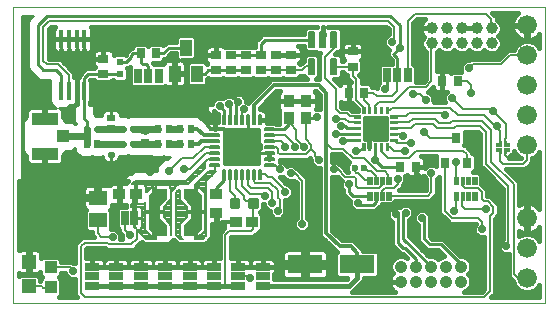
<source format=gtl>
G75*
%MOIN*%
%OFA0B0*%
%FSLAX25Y25*%
%IPPOS*%
%LPD*%
%AMOC8*
5,1,8,0,0,1.08239X$1,22.5*
%
%ADD10C,0.00000*%
%ADD11R,0.04016X0.03780*%
%ADD12R,0.03976X0.03661*%
%ADD13R,0.03661X0.03976*%
%ADD14R,0.08661X0.04134*%
%ADD15R,0.04134X0.03937*%
%ADD16R,0.02874X0.02008*%
%ADD17R,0.02008X0.02874*%
%ADD18C,0.00000*%
%ADD19C,0.00001*%
%ADD20R,0.03425X0.04528*%
%ADD21C,0.01063*%
%ADD22R,0.05000X0.02500*%
%ADD23C,0.00591*%
%ADD24C,0.01280*%
%ADD25R,0.05906X0.05118*%
%ADD26C,0.01127*%
%ADD27R,0.02500X0.05000*%
%ADD28R,0.02756X0.03543*%
%ADD29R,0.03543X0.02756*%
%ADD30R,0.03937X0.05512*%
%ADD31C,0.00571*%
%ADD32C,0.00256*%
%ADD33C,0.03937*%
%ADD34C,0.06600*%
%ADD35C,0.00039*%
%ADD36R,0.00787X0.00787*%
%ADD37R,0.04724X0.04724*%
%ADD38R,0.03937X0.04331*%
%ADD39R,0.01700X0.05900*%
%ADD40R,0.02362X0.02362*%
%ADD41C,0.04159*%
%ADD42C,0.04200*%
%ADD43C,0.00260*%
%ADD44C,0.00201*%
%ADD45R,0.11811X0.06299*%
%ADD46C,0.02362*%
%ADD47R,0.03150X0.03543*%
%ADD48C,0.01000*%
%ADD49OC8,0.02420*%
%ADD50C,0.01200*%
%ADD51C,0.01600*%
%ADD52C,0.00800*%
%ADD53C,0.02400*%
%ADD54C,0.00600*%
%ADD55C,0.00787*%
D10*
X0050250Y0057425D02*
X0050250Y0155850D01*
X0227415Y0155850D01*
X0227415Y0057425D01*
X0050250Y0057425D01*
D11*
X0117962Y0087344D03*
X0117962Y0093470D03*
D12*
X0124334Y0084300D03*
X0129916Y0084300D03*
X0091166Y0093675D03*
X0085584Y0093675D03*
D13*
X0142125Y0119009D03*
X0147750Y0119009D03*
X0147750Y0124591D03*
X0142125Y0124591D03*
D14*
X0060737Y0118734D03*
X0060737Y0107120D03*
D15*
X0066741Y0112927D03*
D16*
X0082750Y0115486D03*
X0082750Y0119108D03*
X0094000Y0114733D03*
X0094000Y0111111D03*
D17*
X0098439Y0110422D03*
X0102061Y0110422D03*
X0105939Y0110422D03*
X0109561Y0110422D03*
X0109561Y0115422D03*
X0105939Y0115422D03*
X0102061Y0115422D03*
X0098439Y0115422D03*
X0078311Y0110422D03*
X0074689Y0110422D03*
D18*
X0095560Y0093183D02*
X0097765Y0095348D01*
X0101269Y0095348D01*
X0101269Y0092297D01*
X0098985Y0089955D01*
X0098985Y0085427D01*
X0101269Y0083084D01*
X0101269Y0080033D01*
X0097725Y0080033D01*
X0095560Y0082199D01*
X0095560Y0093183D01*
X0107174Y0092297D02*
X0107174Y0095348D01*
X0110678Y0095348D01*
X0112883Y0093183D01*
X0112883Y0082199D01*
X0110718Y0080033D01*
X0107174Y0080033D01*
X0107174Y0083084D01*
X0109458Y0085427D01*
X0109458Y0089955D01*
X0107174Y0092297D01*
D19*
X0112883Y0092297D01*
X0112883Y0092298D02*
X0107174Y0092298D01*
X0107174Y0092299D02*
X0112883Y0092299D01*
X0107174Y0092299D01*
X0107174Y0092300D02*
X0112883Y0092300D01*
X0112883Y0092301D02*
X0107174Y0092301D01*
X0107174Y0092302D02*
X0112883Y0092302D01*
X0112883Y0092303D02*
X0107174Y0092303D01*
X0112883Y0092303D01*
X0112883Y0092304D02*
X0107174Y0092304D01*
X0107174Y0092305D02*
X0112883Y0092305D01*
X0112883Y0092306D02*
X0107174Y0092306D01*
X0107174Y0092307D02*
X0112883Y0092307D01*
X0107174Y0092307D01*
X0107174Y0092308D02*
X0112883Y0092308D01*
X0112883Y0092309D02*
X0107174Y0092309D01*
X0107174Y0092310D02*
X0112883Y0092310D01*
X0112883Y0092311D02*
X0107174Y0092311D01*
X0112883Y0092311D01*
X0112883Y0092312D02*
X0107174Y0092312D01*
X0107174Y0092313D02*
X0112883Y0092313D01*
X0112883Y0092314D02*
X0107174Y0092314D01*
X0107174Y0092315D02*
X0112883Y0092315D01*
X0107174Y0092315D01*
X0107174Y0092316D02*
X0112883Y0092316D01*
X0112883Y0092317D02*
X0107174Y0092317D01*
X0107174Y0092318D02*
X0112883Y0092318D01*
X0112883Y0092319D02*
X0107174Y0092319D01*
X0112883Y0092319D01*
X0112883Y0092320D02*
X0107174Y0092320D01*
X0107174Y0092321D02*
X0112883Y0092321D01*
X0112883Y0092322D02*
X0107174Y0092322D01*
X0107174Y0092323D02*
X0112883Y0092323D01*
X0107174Y0092323D01*
X0107174Y0092324D02*
X0112883Y0092324D01*
X0112883Y0092325D02*
X0107174Y0092325D01*
X0107174Y0092326D02*
X0112883Y0092326D01*
X0112883Y0092327D02*
X0107174Y0092327D01*
X0112883Y0092327D01*
X0112883Y0092328D02*
X0107174Y0092328D01*
X0107174Y0092329D02*
X0112883Y0092329D01*
X0112883Y0092330D02*
X0107174Y0092330D01*
X0107174Y0092331D02*
X0112883Y0092331D01*
X0107174Y0092331D01*
X0107174Y0092332D02*
X0112883Y0092332D01*
X0112883Y0092333D02*
X0107174Y0092333D01*
X0107174Y0092334D02*
X0112883Y0092334D01*
X0112883Y0092335D02*
X0107174Y0092335D01*
X0112883Y0092335D01*
X0112883Y0092336D02*
X0107174Y0092336D01*
X0107174Y0092337D02*
X0112883Y0092337D01*
X0112883Y0092338D02*
X0107174Y0092338D01*
X0107174Y0092339D02*
X0112883Y0092339D01*
X0107174Y0092339D01*
X0107174Y0092340D02*
X0112883Y0092340D01*
X0112883Y0092341D02*
X0107174Y0092341D01*
X0107174Y0092342D02*
X0112883Y0092342D01*
X0112883Y0092343D02*
X0107174Y0092343D01*
X0112883Y0092343D01*
X0112883Y0092344D02*
X0107174Y0092344D01*
X0107174Y0092345D02*
X0112883Y0092345D01*
X0112883Y0092346D02*
X0107174Y0092346D01*
X0107174Y0092347D02*
X0112883Y0092347D01*
X0107174Y0092347D01*
X0107174Y0092348D02*
X0112883Y0092348D01*
X0112883Y0092349D02*
X0107174Y0092349D01*
X0107174Y0092350D02*
X0112883Y0092350D01*
X0112883Y0092351D02*
X0107174Y0092351D01*
X0112883Y0092351D01*
X0112883Y0092352D02*
X0107174Y0092352D01*
X0107174Y0092353D02*
X0112883Y0092353D01*
X0112883Y0092354D02*
X0107174Y0092354D01*
X0107174Y0092355D02*
X0112883Y0092355D01*
X0107174Y0092355D01*
X0107174Y0092356D02*
X0112883Y0092356D01*
X0112883Y0092357D02*
X0107174Y0092357D01*
X0107174Y0092358D02*
X0112883Y0092358D01*
X0112883Y0092359D02*
X0107174Y0092359D01*
X0112883Y0092359D01*
X0112883Y0092360D02*
X0107174Y0092360D01*
X0107174Y0092361D02*
X0112883Y0092361D01*
X0112883Y0092362D02*
X0107174Y0092362D01*
X0112883Y0092362D01*
X0112883Y0092363D02*
X0107174Y0092363D01*
X0107174Y0092364D02*
X0112883Y0092364D01*
X0112883Y0092365D02*
X0107174Y0092365D01*
X0107174Y0092366D02*
X0112883Y0092366D01*
X0107174Y0092366D01*
X0107174Y0092367D02*
X0112883Y0092367D01*
X0112883Y0092368D02*
X0107174Y0092368D01*
X0107174Y0092369D02*
X0112883Y0092369D01*
X0112883Y0092370D02*
X0107174Y0092370D01*
X0112883Y0092370D01*
X0112883Y0092371D02*
X0107174Y0092371D01*
X0107174Y0092372D02*
X0112883Y0092372D01*
X0112883Y0092373D02*
X0107174Y0092373D01*
X0107174Y0092374D02*
X0112883Y0092374D01*
X0107174Y0092374D01*
X0107174Y0092375D02*
X0112883Y0092375D01*
X0112883Y0092376D02*
X0107174Y0092376D01*
X0107174Y0092377D02*
X0112883Y0092377D01*
X0112883Y0092378D02*
X0107174Y0092378D01*
X0112883Y0092378D01*
X0112883Y0092379D02*
X0107174Y0092379D01*
X0107174Y0092380D02*
X0112883Y0092380D01*
X0112883Y0092381D02*
X0107174Y0092381D01*
X0107174Y0092382D02*
X0112883Y0092382D01*
X0107174Y0092382D01*
X0107174Y0092383D02*
X0112883Y0092383D01*
X0112883Y0092384D02*
X0107174Y0092384D01*
X0107174Y0092385D02*
X0112883Y0092385D01*
X0112883Y0092386D02*
X0107174Y0092386D01*
X0112883Y0092386D01*
X0112883Y0092387D02*
X0107174Y0092387D01*
X0107174Y0092388D02*
X0112883Y0092388D01*
X0112883Y0092389D02*
X0107174Y0092389D01*
X0107174Y0092390D02*
X0112883Y0092390D01*
X0107174Y0092390D01*
X0107174Y0092391D02*
X0112883Y0092391D01*
X0112883Y0092392D02*
X0107174Y0092392D01*
X0107174Y0092393D02*
X0112883Y0092393D01*
X0112883Y0092394D02*
X0107174Y0092394D01*
X0112883Y0092394D01*
X0112883Y0092395D02*
X0107174Y0092395D01*
X0107174Y0092396D02*
X0112883Y0092396D01*
X0112883Y0092397D02*
X0107174Y0092397D01*
X0107174Y0092398D02*
X0112883Y0092398D01*
X0107174Y0092398D01*
X0107174Y0092399D02*
X0112883Y0092399D01*
X0112883Y0092400D02*
X0107174Y0092400D01*
X0107174Y0092401D02*
X0112883Y0092401D01*
X0112883Y0092402D02*
X0107174Y0092402D01*
X0112883Y0092402D01*
X0112883Y0092403D02*
X0107174Y0092403D01*
X0107174Y0092404D02*
X0112883Y0092404D01*
X0112883Y0092405D02*
X0107174Y0092405D01*
X0107174Y0092406D02*
X0112883Y0092406D01*
X0107174Y0092406D01*
X0107174Y0092407D02*
X0112883Y0092407D01*
X0112883Y0092408D02*
X0107174Y0092408D01*
X0107174Y0092409D02*
X0112883Y0092409D01*
X0112883Y0092410D02*
X0107174Y0092410D01*
X0112883Y0092410D01*
X0112883Y0092411D02*
X0107174Y0092411D01*
X0107174Y0092412D02*
X0112883Y0092412D01*
X0112883Y0092413D02*
X0107174Y0092413D01*
X0107174Y0092414D02*
X0112883Y0092414D01*
X0107174Y0092414D01*
X0107174Y0092415D02*
X0112883Y0092415D01*
X0112883Y0092416D02*
X0107174Y0092416D01*
X0107174Y0092417D02*
X0112883Y0092417D01*
X0112883Y0092418D02*
X0107174Y0092418D01*
X0112883Y0092418D01*
X0112883Y0092419D02*
X0107174Y0092419D01*
X0107174Y0092420D02*
X0112883Y0092420D01*
X0112883Y0092421D02*
X0107174Y0092421D01*
X0107174Y0092422D02*
X0112883Y0092422D01*
X0107174Y0092422D01*
X0107174Y0092423D02*
X0112883Y0092423D01*
X0112883Y0092424D02*
X0107174Y0092424D01*
X0107174Y0092425D02*
X0112883Y0092425D01*
X0112883Y0092426D02*
X0107174Y0092426D01*
X0112883Y0092426D01*
X0112883Y0092427D02*
X0107174Y0092427D01*
X0107174Y0092428D02*
X0112883Y0092428D01*
X0112883Y0092429D02*
X0107174Y0092429D01*
X0107174Y0092430D02*
X0112883Y0092430D01*
X0107174Y0092430D01*
X0107174Y0092431D02*
X0112883Y0092431D01*
X0112883Y0092432D02*
X0107174Y0092432D01*
X0107174Y0092433D02*
X0112883Y0092433D01*
X0112883Y0092434D02*
X0107174Y0092434D01*
X0112883Y0092434D01*
X0112883Y0092435D02*
X0107174Y0092435D01*
X0107174Y0092436D02*
X0112883Y0092436D01*
X0112883Y0092437D02*
X0107174Y0092437D01*
X0107174Y0092438D02*
X0112883Y0092438D01*
X0107174Y0092438D01*
X0107174Y0092439D02*
X0112883Y0092439D01*
X0112883Y0092440D02*
X0107174Y0092440D01*
X0107174Y0092441D02*
X0112883Y0092441D01*
X0112883Y0092442D02*
X0107174Y0092442D01*
X0112883Y0092442D01*
X0112883Y0092443D02*
X0107174Y0092443D01*
X0107174Y0092444D02*
X0112883Y0092444D01*
X0112883Y0092445D02*
X0107174Y0092445D01*
X0107174Y0092446D02*
X0112883Y0092446D01*
X0107174Y0092446D01*
X0107174Y0092447D02*
X0112883Y0092447D01*
X0112883Y0092448D02*
X0107174Y0092448D01*
X0107174Y0092449D02*
X0112883Y0092449D01*
X0112883Y0092450D02*
X0107174Y0092450D01*
X0112883Y0092450D01*
X0112883Y0092451D02*
X0107174Y0092451D01*
X0107174Y0092452D02*
X0112883Y0092452D01*
X0112883Y0092453D02*
X0107174Y0092453D01*
X0107174Y0092454D02*
X0112883Y0092454D01*
X0107174Y0092454D01*
X0107174Y0092455D02*
X0112883Y0092455D01*
X0112883Y0092456D02*
X0107174Y0092456D01*
X0107174Y0092457D02*
X0112883Y0092457D01*
X0112883Y0092458D02*
X0107174Y0092458D01*
X0112883Y0092458D01*
X0112883Y0092459D02*
X0107174Y0092459D01*
X0107174Y0092460D02*
X0112883Y0092460D01*
X0112883Y0092461D02*
X0107174Y0092461D01*
X0107174Y0092462D02*
X0112883Y0092462D01*
X0107174Y0092462D01*
X0107174Y0092463D02*
X0112883Y0092463D01*
X0112883Y0092464D02*
X0107174Y0092464D01*
X0107174Y0092465D02*
X0112883Y0092465D01*
X0112883Y0092466D02*
X0107174Y0092466D01*
X0112883Y0092466D01*
X0112883Y0092467D02*
X0107174Y0092467D01*
X0107174Y0092468D02*
X0112883Y0092468D01*
X0112883Y0092469D02*
X0107174Y0092469D01*
X0107174Y0092470D02*
X0112883Y0092470D01*
X0107174Y0092470D01*
X0107174Y0092471D02*
X0112883Y0092471D01*
X0112883Y0092472D02*
X0107174Y0092472D01*
X0107174Y0092473D02*
X0112883Y0092473D01*
X0112883Y0092474D02*
X0107174Y0092474D01*
X0112883Y0092474D01*
X0112883Y0092475D02*
X0107174Y0092475D01*
X0107174Y0092476D02*
X0112883Y0092476D01*
X0112883Y0092477D02*
X0107174Y0092477D01*
X0107174Y0092478D02*
X0112883Y0092478D01*
X0107174Y0092478D01*
X0107174Y0092479D02*
X0112883Y0092479D01*
X0112883Y0092480D02*
X0107174Y0092480D01*
X0107174Y0092481D02*
X0112883Y0092481D01*
X0112883Y0092482D02*
X0107174Y0092482D01*
X0112883Y0092482D01*
X0112883Y0092483D02*
X0107174Y0092483D01*
X0107174Y0092484D02*
X0112883Y0092484D01*
X0112883Y0092485D02*
X0107174Y0092485D01*
X0107174Y0092486D02*
X0112883Y0092486D01*
X0107174Y0092486D01*
X0107174Y0092487D02*
X0112883Y0092487D01*
X0112883Y0092488D02*
X0107174Y0092488D01*
X0107174Y0092489D02*
X0112883Y0092489D01*
X0112883Y0092490D02*
X0107174Y0092490D01*
X0112883Y0092490D01*
X0112883Y0092491D02*
X0107174Y0092491D01*
X0107174Y0092492D02*
X0112883Y0092492D01*
X0112883Y0092493D02*
X0107174Y0092493D01*
X0107174Y0092494D02*
X0112883Y0092494D01*
X0107174Y0092494D01*
X0107174Y0092495D02*
X0112883Y0092495D01*
X0112883Y0092496D02*
X0107174Y0092496D01*
X0107174Y0092497D02*
X0112883Y0092497D01*
X0112883Y0092498D02*
X0107174Y0092498D01*
X0112883Y0092498D01*
X0112883Y0092499D02*
X0107174Y0092499D01*
X0107174Y0092500D02*
X0112883Y0092500D01*
X0112883Y0092501D02*
X0107174Y0092501D01*
X0107174Y0092502D02*
X0112883Y0092502D01*
X0107174Y0092502D01*
X0107174Y0092503D02*
X0112883Y0092503D01*
X0112883Y0092504D02*
X0107174Y0092504D01*
X0107174Y0092505D02*
X0112883Y0092505D01*
X0112883Y0092506D02*
X0107174Y0092506D01*
X0112883Y0092506D01*
X0112883Y0092507D02*
X0107174Y0092507D01*
X0107174Y0092508D02*
X0112883Y0092508D01*
X0112883Y0092509D02*
X0107174Y0092509D01*
X0107174Y0092510D02*
X0112883Y0092510D01*
X0107174Y0092510D01*
X0107174Y0092511D02*
X0112883Y0092511D01*
X0112883Y0092512D02*
X0107174Y0092512D01*
X0107174Y0092513D02*
X0112883Y0092513D01*
X0112883Y0092514D02*
X0107174Y0092514D01*
X0112883Y0092514D01*
X0112883Y0092515D02*
X0107174Y0092515D01*
X0107174Y0092516D02*
X0112883Y0092516D01*
X0112883Y0092517D02*
X0107174Y0092517D01*
X0107174Y0092518D02*
X0112883Y0092518D01*
X0107174Y0092518D01*
X0107174Y0092519D02*
X0112883Y0092519D01*
X0112883Y0092520D02*
X0107174Y0092520D01*
X0107174Y0092521D02*
X0112883Y0092521D01*
X0112883Y0092522D02*
X0107174Y0092522D01*
X0112883Y0092522D01*
X0112883Y0092523D02*
X0107174Y0092523D01*
X0107174Y0092524D02*
X0112883Y0092524D01*
X0112883Y0092525D02*
X0107174Y0092525D01*
X0107174Y0092526D02*
X0112883Y0092526D01*
X0107174Y0092526D01*
X0107174Y0092527D02*
X0112883Y0092527D01*
X0112883Y0092528D02*
X0107174Y0092528D01*
X0107174Y0092529D02*
X0112883Y0092529D01*
X0112883Y0092530D02*
X0107174Y0092530D01*
X0112883Y0092530D01*
X0112883Y0092531D02*
X0107174Y0092531D01*
X0107174Y0092532D02*
X0112883Y0092532D01*
X0112883Y0092533D02*
X0107174Y0092533D01*
X0107174Y0092534D02*
X0112883Y0092534D01*
X0107174Y0092534D01*
X0107174Y0092535D02*
X0112883Y0092535D01*
X0112883Y0092536D02*
X0107174Y0092536D01*
X0107174Y0092537D02*
X0112883Y0092537D01*
X0112883Y0092538D02*
X0107174Y0092538D01*
X0112883Y0092538D01*
X0112883Y0092539D02*
X0107174Y0092539D01*
X0107174Y0092540D02*
X0112883Y0092540D01*
X0112883Y0092541D02*
X0107174Y0092541D01*
X0107174Y0092542D02*
X0112883Y0092542D01*
X0107174Y0092542D01*
X0107174Y0092543D02*
X0112883Y0092543D01*
X0112883Y0092544D02*
X0107174Y0092544D01*
X0107174Y0092545D02*
X0112883Y0092545D01*
X0112883Y0092546D02*
X0107174Y0092546D01*
X0112883Y0092546D01*
X0112883Y0092547D02*
X0107174Y0092547D01*
X0107174Y0092548D02*
X0112883Y0092548D01*
X0112883Y0092549D02*
X0107174Y0092549D01*
X0107174Y0092550D02*
X0112883Y0092550D01*
X0107174Y0092550D01*
X0107174Y0092551D02*
X0112883Y0092551D01*
X0112883Y0092552D02*
X0107174Y0092552D01*
X0107174Y0092553D02*
X0112883Y0092553D01*
X0112883Y0092554D02*
X0107174Y0092554D01*
X0112883Y0092554D01*
X0112883Y0092555D02*
X0107174Y0092555D01*
X0107174Y0092556D02*
X0112883Y0092556D01*
X0112883Y0092557D02*
X0107174Y0092557D01*
X0107174Y0092558D02*
X0112883Y0092558D01*
X0107174Y0092558D01*
X0107174Y0092559D02*
X0112883Y0092559D01*
X0112883Y0092560D02*
X0107174Y0092560D01*
X0107174Y0092561D02*
X0112883Y0092561D01*
X0112883Y0092562D02*
X0107174Y0092562D01*
X0112883Y0092562D01*
X0112883Y0092563D02*
X0107174Y0092563D01*
X0107174Y0092564D02*
X0112883Y0092564D01*
X0112883Y0092565D02*
X0107174Y0092565D01*
X0107174Y0092566D02*
X0112883Y0092566D01*
X0107174Y0092566D01*
X0107174Y0092567D02*
X0112883Y0092567D01*
X0112883Y0092568D02*
X0107174Y0092568D01*
X0107174Y0092569D02*
X0112883Y0092569D01*
X0112883Y0092570D02*
X0107174Y0092570D01*
X0112883Y0092570D01*
X0112883Y0092571D02*
X0107174Y0092571D01*
X0107174Y0092572D02*
X0112883Y0092572D01*
X0112883Y0092573D02*
X0107174Y0092573D01*
X0107174Y0092574D02*
X0112883Y0092574D01*
X0107174Y0092574D01*
X0107174Y0092575D02*
X0112883Y0092575D01*
X0112883Y0092576D02*
X0107174Y0092576D01*
X0107174Y0092577D02*
X0112883Y0092577D01*
X0112883Y0092578D02*
X0107174Y0092578D01*
X0112883Y0092578D01*
X0112883Y0092579D02*
X0107174Y0092579D01*
X0107174Y0092580D02*
X0112883Y0092580D01*
X0112883Y0092581D02*
X0107174Y0092581D01*
X0107174Y0092582D02*
X0112883Y0092582D01*
X0107174Y0092582D01*
X0107174Y0092583D02*
X0112883Y0092583D01*
X0112883Y0092584D02*
X0107174Y0092584D01*
X0107174Y0092585D02*
X0112883Y0092585D01*
X0112883Y0092586D02*
X0107174Y0092586D01*
X0112883Y0092586D01*
X0112883Y0092587D02*
X0107174Y0092587D01*
X0107174Y0092588D02*
X0112883Y0092588D01*
X0112883Y0092589D02*
X0107174Y0092589D01*
X0107174Y0092590D02*
X0112883Y0092590D01*
X0107174Y0092590D01*
X0107174Y0092591D02*
X0112883Y0092591D01*
X0112883Y0092592D02*
X0107174Y0092592D01*
X0107174Y0092593D02*
X0112883Y0092593D01*
X0112883Y0092594D02*
X0107174Y0092594D01*
X0112883Y0092594D01*
X0112883Y0092595D02*
X0107174Y0092595D01*
X0107174Y0092596D02*
X0112883Y0092596D01*
X0112883Y0092597D02*
X0107174Y0092597D01*
X0107174Y0092598D02*
X0112883Y0092598D01*
X0107174Y0092598D01*
X0107174Y0092599D02*
X0112883Y0092599D01*
X0112883Y0092600D02*
X0107174Y0092600D01*
X0107174Y0092601D02*
X0112883Y0092601D01*
X0112883Y0092602D02*
X0107174Y0092602D01*
X0112883Y0092602D01*
X0112883Y0092603D02*
X0107174Y0092603D01*
X0107174Y0092604D02*
X0112883Y0092604D01*
X0112883Y0092605D02*
X0107174Y0092605D01*
X0107174Y0092606D02*
X0112883Y0092606D01*
X0107174Y0092606D01*
X0107174Y0092607D02*
X0112883Y0092607D01*
X0112883Y0092608D02*
X0107174Y0092608D01*
X0107174Y0092609D02*
X0112883Y0092609D01*
X0112883Y0092610D02*
X0107174Y0092610D01*
X0112883Y0092610D01*
X0112883Y0092611D02*
X0107174Y0092611D01*
X0107174Y0092612D02*
X0112883Y0092612D01*
X0112883Y0092613D02*
X0107174Y0092613D01*
X0107174Y0092614D02*
X0112883Y0092614D01*
X0107174Y0092614D01*
X0107174Y0092615D02*
X0112883Y0092615D01*
X0112883Y0092616D02*
X0107174Y0092616D01*
X0107174Y0092617D02*
X0112883Y0092617D01*
X0112883Y0092618D02*
X0107174Y0092618D01*
X0112883Y0092618D01*
X0112883Y0092619D02*
X0107174Y0092619D01*
X0107174Y0092620D02*
X0112883Y0092620D01*
X0112883Y0092621D02*
X0107174Y0092621D01*
X0107174Y0092622D02*
X0112883Y0092622D01*
X0107174Y0092622D01*
X0107174Y0092623D02*
X0112883Y0092623D01*
X0112883Y0092624D02*
X0107174Y0092624D01*
X0107174Y0092625D02*
X0112883Y0092625D01*
X0112883Y0092626D02*
X0107174Y0092626D01*
X0112883Y0092626D01*
X0112883Y0092627D02*
X0107174Y0092627D01*
X0107174Y0092628D02*
X0112883Y0092628D01*
X0112883Y0092629D02*
X0107174Y0092629D01*
X0107174Y0092630D02*
X0112883Y0092630D01*
X0107174Y0092630D01*
X0107174Y0092631D02*
X0112883Y0092631D01*
X0112883Y0092632D02*
X0107174Y0092632D01*
X0107174Y0092633D02*
X0112883Y0092633D01*
X0112883Y0092634D02*
X0107174Y0092634D01*
X0112883Y0092634D01*
X0112883Y0092635D02*
X0107174Y0092635D01*
X0107174Y0092636D02*
X0112883Y0092636D01*
X0112883Y0092637D02*
X0107174Y0092637D01*
X0107174Y0092638D02*
X0112883Y0092638D01*
X0107174Y0092638D01*
X0107174Y0092639D02*
X0112883Y0092639D01*
X0112883Y0092640D02*
X0107174Y0092640D01*
X0107174Y0092641D02*
X0112883Y0092641D01*
X0112883Y0092642D02*
X0107174Y0092642D01*
X0112883Y0092642D01*
X0112883Y0092643D02*
X0107174Y0092643D01*
X0107174Y0092644D02*
X0112883Y0092644D01*
X0112883Y0092645D02*
X0107174Y0092645D01*
X0107174Y0092646D02*
X0112883Y0092646D01*
X0107174Y0092646D01*
X0107174Y0092647D02*
X0112883Y0092647D01*
X0112883Y0092648D02*
X0107174Y0092648D01*
X0107174Y0092649D02*
X0112883Y0092649D01*
X0112883Y0092650D02*
X0107174Y0092650D01*
X0112883Y0092650D01*
X0112883Y0092651D02*
X0107174Y0092651D01*
X0107174Y0092652D02*
X0112883Y0092652D01*
X0112883Y0092653D02*
X0107174Y0092653D01*
X0107174Y0092654D02*
X0112883Y0092654D01*
X0107174Y0092654D01*
X0107174Y0092655D02*
X0112883Y0092655D01*
X0112883Y0092656D02*
X0107174Y0092656D01*
X0107174Y0092657D02*
X0112883Y0092657D01*
X0112883Y0092658D02*
X0107174Y0092658D01*
X0112883Y0092658D01*
X0112883Y0092659D02*
X0107174Y0092659D01*
X0107174Y0092660D02*
X0112883Y0092660D01*
X0112883Y0092661D02*
X0107174Y0092661D01*
X0107174Y0092662D02*
X0112883Y0092662D01*
X0107174Y0092662D01*
X0107174Y0092663D02*
X0112883Y0092663D01*
X0112883Y0092664D02*
X0107174Y0092664D01*
X0107174Y0092665D02*
X0112883Y0092665D01*
X0112883Y0092666D02*
X0107174Y0092666D01*
X0112883Y0092666D01*
X0112883Y0092667D02*
X0107174Y0092667D01*
X0107174Y0092668D02*
X0112883Y0092668D01*
X0112883Y0092669D02*
X0107174Y0092669D01*
X0107174Y0092670D02*
X0112883Y0092670D01*
X0107174Y0092670D01*
X0107174Y0092671D02*
X0112883Y0092671D01*
X0112883Y0092672D02*
X0107174Y0092672D01*
X0107174Y0092673D02*
X0112883Y0092673D01*
X0112883Y0092674D02*
X0107174Y0092674D01*
X0112883Y0092674D01*
X0112883Y0092675D02*
X0107174Y0092675D01*
X0107174Y0092676D02*
X0112883Y0092676D01*
X0112883Y0092677D02*
X0107174Y0092677D01*
X0107174Y0092678D02*
X0112883Y0092678D01*
X0107174Y0092678D01*
X0107174Y0092679D02*
X0112883Y0092679D01*
X0112883Y0092680D02*
X0107174Y0092680D01*
X0107174Y0092681D02*
X0112883Y0092681D01*
X0112883Y0092682D02*
X0107174Y0092682D01*
X0112883Y0092682D01*
X0112883Y0092683D02*
X0107174Y0092683D01*
X0107174Y0092684D02*
X0112883Y0092684D01*
X0112883Y0092685D02*
X0107174Y0092685D01*
X0107174Y0092686D02*
X0112883Y0092686D01*
X0107174Y0092686D01*
X0107174Y0092687D02*
X0112883Y0092687D01*
X0112883Y0092688D02*
X0107174Y0092688D01*
X0107174Y0092689D02*
X0112883Y0092689D01*
X0112883Y0092690D02*
X0107174Y0092690D01*
X0112883Y0092690D01*
X0112883Y0092691D02*
X0107174Y0092691D01*
X0107174Y0092692D02*
X0112883Y0092692D01*
X0112883Y0092693D02*
X0107174Y0092693D01*
X0107174Y0092694D02*
X0112883Y0092694D01*
X0107174Y0092694D01*
X0107174Y0092695D02*
X0112883Y0092695D01*
X0112883Y0092696D02*
X0107174Y0092696D01*
X0107174Y0092697D02*
X0112883Y0092697D01*
X0112883Y0092698D02*
X0107174Y0092698D01*
X0112883Y0092698D01*
X0112883Y0092699D02*
X0107174Y0092699D01*
X0107174Y0092700D02*
X0112883Y0092700D01*
X0112883Y0092701D02*
X0107174Y0092701D01*
X0107174Y0092702D02*
X0112883Y0092702D01*
X0107174Y0092702D01*
X0107174Y0092703D02*
X0112883Y0092703D01*
X0112883Y0092704D02*
X0107174Y0092704D01*
X0107174Y0092705D02*
X0112883Y0092705D01*
X0112883Y0092706D02*
X0107174Y0092706D01*
X0112883Y0092706D01*
X0112883Y0092707D02*
X0107174Y0092707D01*
X0107174Y0092708D02*
X0112883Y0092708D01*
X0112883Y0092709D02*
X0107174Y0092709D01*
X0107174Y0092710D02*
X0112883Y0092710D01*
X0107174Y0092710D01*
X0107174Y0092711D02*
X0112883Y0092711D01*
X0112883Y0092712D02*
X0107174Y0092712D01*
X0107174Y0092713D02*
X0112883Y0092713D01*
X0112883Y0092714D02*
X0107174Y0092714D01*
X0112883Y0092714D01*
X0112883Y0092715D02*
X0107174Y0092715D01*
X0107174Y0092716D02*
X0112883Y0092716D01*
X0112883Y0092717D02*
X0107174Y0092717D01*
X0107174Y0092718D02*
X0112883Y0092718D01*
X0107174Y0092718D01*
X0107174Y0092719D02*
X0112883Y0092719D01*
X0112883Y0092720D02*
X0107174Y0092720D01*
X0107174Y0092721D02*
X0112883Y0092721D01*
X0112883Y0092722D02*
X0107174Y0092722D01*
X0112883Y0092722D01*
X0112883Y0092723D02*
X0107174Y0092723D01*
X0107174Y0092724D02*
X0112883Y0092724D01*
X0112883Y0092725D02*
X0107174Y0092725D01*
X0107174Y0092726D02*
X0112883Y0092726D01*
X0107174Y0092726D01*
X0107174Y0092727D02*
X0112883Y0092727D01*
X0112883Y0092728D02*
X0107174Y0092728D01*
X0107174Y0092729D02*
X0112883Y0092729D01*
X0112883Y0092730D02*
X0107174Y0092730D01*
X0112883Y0092730D01*
X0112883Y0092731D02*
X0107174Y0092731D01*
X0107174Y0092732D02*
X0112883Y0092732D01*
X0112883Y0092733D02*
X0107174Y0092733D01*
X0107174Y0092734D02*
X0112883Y0092734D01*
X0107174Y0092734D01*
X0107174Y0092735D02*
X0112883Y0092735D01*
X0112883Y0092736D02*
X0107174Y0092736D01*
X0107174Y0092737D02*
X0112883Y0092737D01*
X0112883Y0092738D02*
X0107174Y0092738D01*
X0112883Y0092738D01*
X0112883Y0092739D02*
X0107174Y0092739D01*
X0107174Y0092740D02*
X0112883Y0092740D01*
X0112883Y0092741D02*
X0107174Y0092741D01*
X0107174Y0092742D02*
X0112883Y0092742D01*
X0107174Y0092742D01*
X0107174Y0092743D02*
X0112883Y0092743D01*
X0112883Y0092744D02*
X0107174Y0092744D01*
X0107174Y0092745D02*
X0112883Y0092745D01*
X0112883Y0092746D02*
X0107174Y0092746D01*
X0112883Y0092746D01*
X0112883Y0092747D02*
X0107174Y0092747D01*
X0107174Y0092748D02*
X0112883Y0092748D01*
X0112883Y0092749D02*
X0107174Y0092749D01*
X0107174Y0092750D02*
X0112883Y0092750D01*
X0107174Y0092750D01*
X0107174Y0092751D02*
X0112883Y0092751D01*
X0112883Y0092752D02*
X0107174Y0092752D01*
X0107174Y0092753D02*
X0112883Y0092753D01*
X0112883Y0092754D02*
X0107174Y0092754D01*
X0112883Y0092754D01*
X0112883Y0092755D02*
X0107174Y0092755D01*
X0107174Y0092756D02*
X0112883Y0092756D01*
X0112883Y0092757D02*
X0107174Y0092757D01*
X0107174Y0092758D02*
X0112883Y0092758D01*
X0107174Y0092758D01*
X0107174Y0092759D02*
X0112883Y0092759D01*
X0112883Y0092760D02*
X0107174Y0092760D01*
X0107174Y0092761D02*
X0112883Y0092761D01*
X0112883Y0092762D02*
X0107174Y0092762D01*
X0112883Y0092762D01*
X0112883Y0092763D02*
X0107174Y0092763D01*
X0107174Y0092764D02*
X0112883Y0092764D01*
X0112883Y0092765D02*
X0107174Y0092765D01*
X0107174Y0092766D02*
X0112883Y0092766D01*
X0107174Y0092766D01*
X0107174Y0092767D02*
X0112883Y0092767D01*
X0112883Y0092768D02*
X0107174Y0092768D01*
X0107174Y0092769D02*
X0112883Y0092769D01*
X0112883Y0092770D02*
X0107174Y0092770D01*
X0112883Y0092770D01*
X0112883Y0092771D02*
X0107174Y0092771D01*
X0107174Y0092772D02*
X0112883Y0092772D01*
X0112883Y0092773D02*
X0107174Y0092773D01*
X0107174Y0092774D02*
X0112883Y0092774D01*
X0107174Y0092774D01*
X0107174Y0092775D02*
X0112883Y0092775D01*
X0112883Y0092776D02*
X0107174Y0092776D01*
X0107174Y0092777D02*
X0112883Y0092777D01*
X0112883Y0092778D02*
X0107174Y0092778D01*
X0112883Y0092778D01*
X0112883Y0092779D02*
X0107174Y0092779D01*
X0107174Y0092780D02*
X0112883Y0092780D01*
X0112883Y0092781D02*
X0107174Y0092781D01*
X0107174Y0092782D02*
X0112883Y0092782D01*
X0107174Y0092782D01*
X0107174Y0092783D02*
X0112883Y0092783D01*
X0112883Y0092784D02*
X0107174Y0092784D01*
X0107174Y0092785D02*
X0112883Y0092785D01*
X0112883Y0092786D02*
X0107174Y0092786D01*
X0112883Y0092786D01*
X0112883Y0092787D02*
X0107174Y0092787D01*
X0107174Y0092788D02*
X0112883Y0092788D01*
X0112883Y0092789D02*
X0107174Y0092789D01*
X0107174Y0092790D02*
X0112883Y0092790D01*
X0107174Y0092790D01*
X0107174Y0092791D02*
X0112883Y0092791D01*
X0112883Y0092792D02*
X0107174Y0092792D01*
X0107174Y0092793D02*
X0112883Y0092793D01*
X0112883Y0092794D02*
X0107174Y0092794D01*
X0112883Y0092794D01*
X0112883Y0092795D02*
X0107174Y0092795D01*
X0107174Y0092796D02*
X0112883Y0092796D01*
X0112883Y0092797D02*
X0107174Y0092797D01*
X0107174Y0092798D02*
X0112883Y0092798D01*
X0107174Y0092798D01*
X0107174Y0092799D02*
X0112883Y0092799D01*
X0112883Y0092800D02*
X0107174Y0092800D01*
X0107174Y0092801D02*
X0112883Y0092801D01*
X0112883Y0092802D02*
X0107174Y0092802D01*
X0112883Y0092802D01*
X0112883Y0092803D02*
X0107174Y0092803D01*
X0107174Y0092804D02*
X0112883Y0092804D01*
X0112883Y0092805D02*
X0107174Y0092805D01*
X0107174Y0092806D02*
X0112883Y0092806D01*
X0107174Y0092806D01*
X0107174Y0092807D02*
X0112883Y0092807D01*
X0112883Y0092808D02*
X0107174Y0092808D01*
X0107174Y0092809D02*
X0112883Y0092809D01*
X0112883Y0092810D02*
X0107174Y0092810D01*
X0112883Y0092810D01*
X0112883Y0092811D02*
X0107174Y0092811D01*
X0107174Y0092812D02*
X0112883Y0092812D01*
X0112883Y0092813D02*
X0107174Y0092813D01*
X0107174Y0092814D02*
X0112883Y0092814D01*
X0107174Y0092814D01*
X0107174Y0092815D02*
X0112883Y0092815D01*
X0112883Y0092816D02*
X0107174Y0092816D01*
X0107174Y0092817D02*
X0112883Y0092817D01*
X0112883Y0092818D02*
X0107174Y0092818D01*
X0112883Y0092818D01*
X0112883Y0092819D02*
X0107174Y0092819D01*
X0107174Y0092820D02*
X0112883Y0092820D01*
X0112883Y0092821D02*
X0107174Y0092821D01*
X0107174Y0092822D02*
X0112883Y0092822D01*
X0107174Y0092822D01*
X0107174Y0092823D02*
X0112883Y0092823D01*
X0112883Y0092824D02*
X0107174Y0092824D01*
X0107174Y0092825D02*
X0112883Y0092825D01*
X0112883Y0092826D02*
X0107174Y0092826D01*
X0112883Y0092826D01*
X0112883Y0092827D02*
X0107174Y0092827D01*
X0107174Y0092828D02*
X0112883Y0092828D01*
X0112883Y0092829D02*
X0107174Y0092829D01*
X0107174Y0092830D02*
X0112883Y0092830D01*
X0107174Y0092830D01*
X0107174Y0092831D02*
X0112883Y0092831D01*
X0112883Y0092832D02*
X0107174Y0092832D01*
X0107174Y0092833D02*
X0112883Y0092833D01*
X0112883Y0092834D02*
X0107174Y0092834D01*
X0112883Y0092834D01*
X0112883Y0092835D02*
X0107174Y0092835D01*
X0107174Y0092836D02*
X0112883Y0092836D01*
X0112883Y0092837D02*
X0107174Y0092837D01*
X0107174Y0092838D02*
X0112883Y0092838D01*
X0107174Y0092838D01*
X0107174Y0092839D02*
X0112883Y0092839D01*
X0112883Y0092840D02*
X0107174Y0092840D01*
X0107174Y0092841D02*
X0112883Y0092841D01*
X0112883Y0092842D02*
X0107174Y0092842D01*
X0112883Y0092842D01*
X0112883Y0092843D02*
X0107174Y0092843D01*
X0107174Y0092844D02*
X0112883Y0092844D01*
X0112883Y0092845D02*
X0107174Y0092845D01*
X0107174Y0092846D02*
X0112883Y0092846D01*
X0107174Y0092846D01*
X0107174Y0092847D02*
X0112883Y0092847D01*
X0112883Y0092848D02*
X0107174Y0092848D01*
X0107174Y0092849D02*
X0112883Y0092849D01*
X0112883Y0092850D02*
X0107174Y0092850D01*
X0112883Y0092850D01*
X0112883Y0092851D02*
X0107174Y0092851D01*
X0107174Y0092852D02*
X0112883Y0092852D01*
X0112883Y0092853D02*
X0107174Y0092853D01*
X0107174Y0092854D02*
X0112883Y0092854D01*
X0107174Y0092854D01*
X0107174Y0092855D02*
X0112883Y0092855D01*
X0112883Y0092856D02*
X0107174Y0092856D01*
X0107174Y0092857D02*
X0112883Y0092857D01*
X0112883Y0092858D02*
X0107174Y0092858D01*
X0112883Y0092858D01*
X0112883Y0092859D02*
X0107174Y0092859D01*
X0107174Y0092860D02*
X0112883Y0092860D01*
X0112883Y0092861D02*
X0107174Y0092861D01*
X0107174Y0092862D02*
X0112883Y0092862D01*
X0107174Y0092862D01*
X0107174Y0092863D02*
X0112883Y0092863D01*
X0112883Y0092864D02*
X0107174Y0092864D01*
X0107174Y0092865D02*
X0112883Y0092865D01*
X0112883Y0092866D02*
X0107174Y0092866D01*
X0112883Y0092866D01*
X0112883Y0092867D02*
X0107174Y0092867D01*
X0107174Y0092868D02*
X0112883Y0092868D01*
X0112883Y0092869D02*
X0107174Y0092869D01*
X0107174Y0092870D02*
X0112883Y0092870D01*
X0107174Y0092870D01*
X0107174Y0092871D02*
X0112883Y0092871D01*
X0112883Y0092872D02*
X0107174Y0092872D01*
X0107174Y0092873D02*
X0112883Y0092873D01*
X0112883Y0092874D02*
X0107174Y0092874D01*
X0112883Y0092874D01*
X0112883Y0092875D02*
X0107174Y0092875D01*
X0107174Y0092876D02*
X0112883Y0092876D01*
X0112883Y0092877D02*
X0107174Y0092877D01*
X0107174Y0092878D02*
X0112883Y0092878D01*
X0107174Y0092878D01*
X0107174Y0092879D02*
X0112883Y0092879D01*
X0112883Y0092880D02*
X0107174Y0092880D01*
X0107174Y0092881D02*
X0112883Y0092881D01*
X0112883Y0092882D02*
X0107174Y0092882D01*
X0112883Y0092882D01*
X0112883Y0092883D02*
X0107174Y0092883D01*
X0107174Y0092884D02*
X0112883Y0092884D01*
X0112883Y0092885D02*
X0107174Y0092885D01*
X0107174Y0092886D02*
X0112883Y0092886D01*
X0107174Y0092886D01*
X0107174Y0092887D02*
X0112883Y0092887D01*
X0112883Y0092888D02*
X0107174Y0092888D01*
X0107174Y0092889D02*
X0112883Y0092889D01*
X0112883Y0092890D02*
X0107174Y0092890D01*
X0112883Y0092890D01*
X0112883Y0092891D02*
X0107174Y0092891D01*
X0107174Y0092892D02*
X0112883Y0092892D01*
X0112883Y0092893D02*
X0107174Y0092893D01*
X0107174Y0092894D02*
X0112883Y0092894D01*
X0107174Y0092894D01*
X0107174Y0092895D02*
X0112883Y0092895D01*
X0112883Y0092896D02*
X0107174Y0092896D01*
X0107174Y0092897D02*
X0112883Y0092897D01*
X0112883Y0092898D02*
X0107174Y0092898D01*
X0112883Y0092898D01*
X0112883Y0092899D02*
X0107174Y0092899D01*
X0107174Y0092900D02*
X0112883Y0092900D01*
X0112883Y0092901D02*
X0107174Y0092901D01*
X0107174Y0092902D02*
X0112883Y0092902D01*
X0107174Y0092902D01*
X0107174Y0092903D02*
X0112883Y0092903D01*
X0112883Y0092904D02*
X0107174Y0092904D01*
X0107174Y0092905D02*
X0112883Y0092905D01*
X0107174Y0092905D01*
X0107174Y0092906D02*
X0112883Y0092906D01*
X0112883Y0092907D02*
X0107174Y0092907D01*
X0107174Y0092908D02*
X0112883Y0092908D01*
X0112883Y0092909D02*
X0107174Y0092909D01*
X0112883Y0092909D01*
X0112883Y0092910D02*
X0107174Y0092910D01*
X0107174Y0092911D02*
X0112883Y0092911D01*
X0112883Y0092912D02*
X0107174Y0092912D01*
X0107174Y0092913D02*
X0112883Y0092913D01*
X0107174Y0092913D01*
X0107174Y0092914D02*
X0112883Y0092914D01*
X0112883Y0092915D02*
X0107174Y0092915D01*
X0107174Y0092916D02*
X0112883Y0092916D01*
X0112883Y0092917D02*
X0107174Y0092917D01*
X0112883Y0092917D01*
X0112883Y0092918D02*
X0107174Y0092918D01*
X0107174Y0092919D02*
X0112883Y0092919D01*
X0112883Y0092920D02*
X0107174Y0092920D01*
X0107174Y0092921D02*
X0112883Y0092921D01*
X0107174Y0092921D01*
X0107174Y0092922D02*
X0112883Y0092922D01*
X0112883Y0092923D02*
X0107174Y0092923D01*
X0107174Y0092924D02*
X0112883Y0092924D01*
X0112883Y0092925D02*
X0107174Y0092925D01*
X0112883Y0092925D01*
X0112883Y0092926D02*
X0107174Y0092926D01*
X0107174Y0092927D02*
X0112883Y0092927D01*
X0112883Y0092928D02*
X0107174Y0092928D01*
X0107174Y0092929D02*
X0112883Y0092929D01*
X0107174Y0092929D01*
X0107174Y0092930D02*
X0112883Y0092930D01*
X0112883Y0092931D02*
X0107174Y0092931D01*
X0107174Y0092932D02*
X0112883Y0092932D01*
X0112883Y0092933D02*
X0107174Y0092933D01*
X0112883Y0092933D01*
X0112883Y0092934D02*
X0107174Y0092934D01*
X0107174Y0092935D02*
X0112883Y0092935D01*
X0112883Y0092936D02*
X0107174Y0092936D01*
X0107174Y0092937D02*
X0112883Y0092937D01*
X0107174Y0092937D01*
X0107174Y0092938D02*
X0112883Y0092938D01*
X0112883Y0092939D02*
X0107174Y0092939D01*
X0107174Y0092940D02*
X0112883Y0092940D01*
X0112883Y0092941D02*
X0107174Y0092941D01*
X0112883Y0092941D01*
X0112883Y0092942D02*
X0107174Y0092942D01*
X0107174Y0092943D02*
X0112883Y0092943D01*
X0112883Y0092944D02*
X0107174Y0092944D01*
X0107174Y0092945D02*
X0112883Y0092945D01*
X0107174Y0092945D01*
X0107174Y0092946D02*
X0112883Y0092946D01*
X0112883Y0092947D02*
X0107174Y0092947D01*
X0107174Y0092948D02*
X0112883Y0092948D01*
X0112883Y0092949D02*
X0107174Y0092949D01*
X0112883Y0092949D01*
X0112883Y0092950D02*
X0107174Y0092950D01*
X0107174Y0092951D02*
X0112883Y0092951D01*
X0112883Y0092952D02*
X0107174Y0092952D01*
X0107174Y0092953D02*
X0112883Y0092953D01*
X0107174Y0092953D01*
X0107174Y0092954D02*
X0112883Y0092954D01*
X0112883Y0092955D02*
X0107174Y0092955D01*
X0107174Y0092956D02*
X0112883Y0092956D01*
X0112883Y0092957D02*
X0107174Y0092957D01*
X0112883Y0092957D01*
X0112883Y0092958D02*
X0107174Y0092958D01*
X0107174Y0092959D02*
X0112883Y0092959D01*
X0112883Y0092960D02*
X0107174Y0092960D01*
X0107174Y0092961D02*
X0112883Y0092961D01*
X0107174Y0092961D01*
X0107174Y0092962D02*
X0112883Y0092962D01*
X0112883Y0092963D02*
X0107174Y0092963D01*
X0107174Y0092964D02*
X0112883Y0092964D01*
X0112883Y0092965D02*
X0107174Y0092965D01*
X0112883Y0092965D01*
X0112883Y0092966D02*
X0107174Y0092966D01*
X0107174Y0092967D02*
X0112883Y0092967D01*
X0112883Y0092968D02*
X0107174Y0092968D01*
X0107174Y0092969D02*
X0112883Y0092969D01*
X0107174Y0092969D01*
X0107174Y0092970D02*
X0112883Y0092970D01*
X0112883Y0092971D02*
X0107174Y0092971D01*
X0107174Y0092972D02*
X0112883Y0092972D01*
X0112883Y0092973D02*
X0107174Y0092973D01*
X0112883Y0092973D01*
X0112883Y0092974D02*
X0107174Y0092974D01*
X0107174Y0092975D02*
X0112883Y0092975D01*
X0112883Y0092976D02*
X0107174Y0092976D01*
X0107174Y0092977D02*
X0112883Y0092977D01*
X0107174Y0092977D01*
X0107174Y0092978D02*
X0112883Y0092978D01*
X0112883Y0092979D02*
X0107174Y0092979D01*
X0107174Y0092980D02*
X0112883Y0092980D01*
X0112883Y0092981D02*
X0107174Y0092981D01*
X0112883Y0092981D01*
X0112883Y0092982D02*
X0107174Y0092982D01*
X0107174Y0092983D02*
X0112883Y0092983D01*
X0112883Y0092984D02*
X0107174Y0092984D01*
X0107174Y0092985D02*
X0112883Y0092985D01*
X0107174Y0092985D01*
X0107174Y0092986D02*
X0112883Y0092986D01*
X0112883Y0092987D02*
X0107174Y0092987D01*
X0107174Y0092988D02*
X0112883Y0092988D01*
X0112883Y0092989D02*
X0107174Y0092989D01*
X0112883Y0092989D01*
X0112883Y0092990D02*
X0107174Y0092990D01*
X0107174Y0092991D02*
X0112883Y0092991D01*
X0112883Y0092992D02*
X0107174Y0092992D01*
X0107174Y0092993D02*
X0112883Y0092993D01*
X0107174Y0092993D01*
X0107174Y0092994D02*
X0112883Y0092994D01*
X0112883Y0092995D02*
X0107174Y0092995D01*
X0107174Y0092996D02*
X0112883Y0092996D01*
X0112883Y0092997D02*
X0107174Y0092997D01*
X0112883Y0092997D01*
X0112883Y0092998D02*
X0107174Y0092998D01*
X0107174Y0092999D02*
X0112883Y0092999D01*
X0112883Y0093000D02*
X0107174Y0093000D01*
X0107174Y0093001D02*
X0112883Y0093001D01*
X0107174Y0093001D01*
X0107174Y0093002D02*
X0112883Y0093002D01*
X0112883Y0093003D02*
X0107174Y0093003D01*
X0107174Y0093004D02*
X0112883Y0093004D01*
X0112883Y0093005D02*
X0107174Y0093005D01*
X0112883Y0093005D01*
X0112883Y0093006D02*
X0107174Y0093006D01*
X0107174Y0093007D02*
X0112883Y0093007D01*
X0112883Y0093008D02*
X0107174Y0093008D01*
X0107174Y0093009D02*
X0112883Y0093009D01*
X0107174Y0093009D01*
X0107174Y0093010D02*
X0112883Y0093010D01*
X0112883Y0093011D02*
X0107174Y0093011D01*
X0107174Y0093012D02*
X0112883Y0093012D01*
X0112883Y0093013D02*
X0107174Y0093013D01*
X0112883Y0093013D01*
X0112883Y0093014D02*
X0107174Y0093014D01*
X0107174Y0093015D02*
X0112883Y0093015D01*
X0112883Y0093016D02*
X0107174Y0093016D01*
X0107174Y0093017D02*
X0112883Y0093017D01*
X0107174Y0093017D01*
X0107174Y0093018D02*
X0112883Y0093018D01*
X0112883Y0093019D02*
X0107174Y0093019D01*
X0107174Y0093020D02*
X0112883Y0093020D01*
X0112883Y0093021D02*
X0107174Y0093021D01*
X0112883Y0093021D01*
X0112883Y0093022D02*
X0107174Y0093022D01*
X0107174Y0093023D02*
X0112883Y0093023D01*
X0112883Y0093024D02*
X0107174Y0093024D01*
X0107174Y0093025D02*
X0112883Y0093025D01*
X0107174Y0093025D01*
X0107174Y0093026D02*
X0112883Y0093026D01*
X0112883Y0093027D02*
X0107174Y0093027D01*
X0107174Y0093028D02*
X0112883Y0093028D01*
X0112883Y0093029D02*
X0107174Y0093029D01*
X0112883Y0093029D01*
X0112883Y0093030D02*
X0107174Y0093030D01*
X0107174Y0093031D02*
X0112883Y0093031D01*
X0112883Y0093032D02*
X0107174Y0093032D01*
X0107174Y0093033D02*
X0112883Y0093033D01*
X0107174Y0093033D01*
X0107174Y0093034D02*
X0112883Y0093034D01*
X0112883Y0093035D02*
X0107174Y0093035D01*
X0107174Y0093036D02*
X0112883Y0093036D01*
X0112883Y0093037D02*
X0107174Y0093037D01*
X0112883Y0093037D01*
X0112883Y0093038D02*
X0107174Y0093038D01*
X0107174Y0093039D02*
X0112883Y0093039D01*
X0112883Y0093040D02*
X0107174Y0093040D01*
X0107174Y0093041D02*
X0112883Y0093041D01*
X0107174Y0093041D01*
X0107174Y0093042D02*
X0112883Y0093042D01*
X0112883Y0093043D02*
X0107174Y0093043D01*
X0107174Y0093044D02*
X0112883Y0093044D01*
X0112883Y0093045D02*
X0107174Y0093045D01*
X0112883Y0093045D01*
X0112883Y0093046D02*
X0107174Y0093046D01*
X0107174Y0093047D02*
X0112883Y0093047D01*
X0112883Y0093048D02*
X0107174Y0093048D01*
X0107174Y0093049D02*
X0112883Y0093049D01*
X0107174Y0093049D01*
X0107174Y0093050D02*
X0112883Y0093050D01*
X0112883Y0093051D02*
X0107174Y0093051D01*
X0107174Y0093052D02*
X0112883Y0093052D01*
X0112883Y0093053D02*
X0107174Y0093053D01*
X0112883Y0093053D01*
X0112883Y0093054D02*
X0107174Y0093054D01*
X0107174Y0093055D02*
X0112883Y0093055D01*
X0112883Y0093056D02*
X0107174Y0093056D01*
X0107174Y0093057D02*
X0112883Y0093057D01*
X0107174Y0093057D01*
X0107174Y0093058D02*
X0112883Y0093058D01*
X0112883Y0093059D02*
X0107174Y0093059D01*
X0107174Y0093060D02*
X0112883Y0093060D01*
X0112883Y0093061D02*
X0107174Y0093061D01*
X0112883Y0093061D01*
X0112883Y0093062D02*
X0107174Y0093062D01*
X0107174Y0093063D02*
X0112883Y0093063D01*
X0112883Y0093064D02*
X0107174Y0093064D01*
X0107174Y0093065D02*
X0112883Y0093065D01*
X0107174Y0093065D01*
X0107174Y0093066D02*
X0112883Y0093066D01*
X0112883Y0093067D02*
X0107174Y0093067D01*
X0107174Y0093068D02*
X0112883Y0093068D01*
X0112883Y0093069D02*
X0107174Y0093069D01*
X0112883Y0093069D01*
X0112883Y0093070D02*
X0107174Y0093070D01*
X0107174Y0093071D02*
X0112883Y0093071D01*
X0112883Y0093072D02*
X0107174Y0093072D01*
X0107174Y0093073D02*
X0112883Y0093073D01*
X0107174Y0093073D01*
X0107174Y0093074D02*
X0112883Y0093074D01*
X0112883Y0093075D02*
X0107174Y0093075D01*
X0107174Y0093076D02*
X0112883Y0093076D01*
X0112883Y0093077D02*
X0107174Y0093077D01*
X0112883Y0093077D01*
X0112883Y0093078D02*
X0107174Y0093078D01*
X0107174Y0093079D02*
X0112883Y0093079D01*
X0112883Y0093080D02*
X0107174Y0093080D01*
X0107174Y0093081D02*
X0112883Y0093081D01*
X0107174Y0093081D01*
X0107174Y0093082D02*
X0112883Y0093082D01*
X0112883Y0093083D02*
X0107174Y0093083D01*
X0107174Y0093084D02*
X0112883Y0093084D01*
X0112883Y0093085D02*
X0107174Y0093085D01*
X0112883Y0093085D01*
X0112883Y0093086D02*
X0107174Y0093086D01*
X0107174Y0093087D02*
X0112883Y0093087D01*
X0112883Y0093088D02*
X0107174Y0093088D01*
X0107174Y0093089D02*
X0112883Y0093089D01*
X0107174Y0093089D01*
X0107174Y0093090D02*
X0112883Y0093090D01*
X0112883Y0093091D02*
X0107174Y0093091D01*
X0107174Y0093092D02*
X0112883Y0093092D01*
X0112883Y0093093D02*
X0107174Y0093093D01*
X0112883Y0093093D01*
X0112883Y0093094D02*
X0107174Y0093094D01*
X0107174Y0093095D02*
X0112883Y0093095D01*
X0112883Y0093096D02*
X0107174Y0093096D01*
X0107174Y0093097D02*
X0112883Y0093097D01*
X0107174Y0093097D01*
X0107174Y0093098D02*
X0112883Y0093098D01*
X0112883Y0093099D02*
X0107174Y0093099D01*
X0107174Y0093100D02*
X0112883Y0093100D01*
X0112883Y0093101D02*
X0107174Y0093101D01*
X0112883Y0093101D01*
X0112883Y0093102D02*
X0107174Y0093102D01*
X0107174Y0093103D02*
X0112883Y0093103D01*
X0112883Y0093104D02*
X0107174Y0093104D01*
X0107174Y0093105D02*
X0112883Y0093105D01*
X0107174Y0093105D01*
X0107174Y0093106D02*
X0112883Y0093106D01*
X0112883Y0093107D02*
X0107174Y0093107D01*
X0107174Y0093108D02*
X0112883Y0093108D01*
X0112883Y0093109D02*
X0107174Y0093109D01*
X0112883Y0093109D01*
X0112883Y0093110D02*
X0107174Y0093110D01*
X0107174Y0093111D02*
X0112883Y0093111D01*
X0112883Y0093112D02*
X0107174Y0093112D01*
X0107174Y0093113D02*
X0112883Y0093113D01*
X0107174Y0093113D01*
X0107174Y0093114D02*
X0112883Y0093114D01*
X0112883Y0093115D02*
X0107174Y0093115D01*
X0107174Y0093116D02*
X0112883Y0093116D01*
X0112883Y0093117D02*
X0107174Y0093117D01*
X0112883Y0093117D01*
X0112883Y0093118D02*
X0107174Y0093118D01*
X0107174Y0093119D02*
X0112883Y0093119D01*
X0112883Y0093120D02*
X0107174Y0093120D01*
X0107174Y0093121D02*
X0112883Y0093121D01*
X0107174Y0093121D01*
X0107174Y0093122D02*
X0112883Y0093122D01*
X0112883Y0093123D02*
X0107174Y0093123D01*
X0107174Y0093124D02*
X0112883Y0093124D01*
X0112883Y0093125D02*
X0107174Y0093125D01*
X0112883Y0093125D01*
X0112883Y0093126D02*
X0107174Y0093126D01*
X0107174Y0093127D02*
X0112883Y0093127D01*
X0112883Y0093128D02*
X0107174Y0093128D01*
X0107174Y0093129D02*
X0112883Y0093129D01*
X0107174Y0093129D01*
X0107174Y0093130D02*
X0112883Y0093130D01*
X0112883Y0093131D02*
X0107174Y0093131D01*
X0107174Y0093132D02*
X0112883Y0093132D01*
X0112883Y0093133D02*
X0107174Y0093133D01*
X0112883Y0093133D01*
X0112883Y0093134D02*
X0107174Y0093134D01*
X0107174Y0093135D02*
X0112883Y0093135D01*
X0112883Y0093136D02*
X0107174Y0093136D01*
X0107174Y0093137D02*
X0112883Y0093137D01*
X0107174Y0093137D01*
X0107174Y0093138D02*
X0112883Y0093138D01*
X0112883Y0093139D02*
X0107174Y0093139D01*
X0107174Y0093140D02*
X0112883Y0093140D01*
X0112883Y0093141D02*
X0107174Y0093141D01*
X0112883Y0093141D01*
X0112883Y0093142D02*
X0107174Y0093142D01*
X0107174Y0093143D02*
X0112883Y0093143D01*
X0112883Y0093144D02*
X0107174Y0093144D01*
X0107174Y0093145D02*
X0112883Y0093145D01*
X0107174Y0093145D01*
X0107174Y0093146D02*
X0112883Y0093146D01*
X0112883Y0093147D02*
X0107174Y0093147D01*
X0107174Y0093148D02*
X0112883Y0093148D01*
X0112883Y0093149D02*
X0107174Y0093149D01*
X0112883Y0093149D01*
X0112883Y0093150D02*
X0107174Y0093150D01*
X0107174Y0093151D02*
X0112883Y0093151D01*
X0112883Y0093152D02*
X0107174Y0093152D01*
X0107174Y0093153D02*
X0112883Y0093153D01*
X0107174Y0093153D01*
X0107174Y0093154D02*
X0112883Y0093154D01*
X0112883Y0093155D02*
X0107174Y0093155D01*
X0107174Y0093156D02*
X0112883Y0093156D01*
X0112883Y0093157D02*
X0107174Y0093157D01*
X0112883Y0093157D01*
X0112883Y0093158D02*
X0107174Y0093158D01*
X0107174Y0093159D02*
X0112883Y0093159D01*
X0112883Y0093160D02*
X0107174Y0093160D01*
X0107174Y0093161D02*
X0112883Y0093161D01*
X0107174Y0093161D01*
X0107174Y0093162D02*
X0112883Y0093162D01*
X0112883Y0093163D02*
X0107174Y0093163D01*
X0107174Y0093164D02*
X0112883Y0093164D01*
X0112883Y0093165D02*
X0107174Y0093165D01*
X0112883Y0093165D01*
X0112883Y0093166D02*
X0107174Y0093166D01*
X0107174Y0093167D02*
X0112883Y0093167D01*
X0112883Y0093168D02*
X0107174Y0093168D01*
X0107174Y0093169D02*
X0112883Y0093169D01*
X0107174Y0093169D01*
X0107174Y0093170D02*
X0112883Y0093170D01*
X0112883Y0093171D02*
X0107174Y0093171D01*
X0107174Y0093172D02*
X0112883Y0093172D01*
X0112883Y0093173D02*
X0107174Y0093173D01*
X0112883Y0093173D01*
X0112883Y0093174D02*
X0107174Y0093174D01*
X0107174Y0093175D02*
X0112883Y0093175D01*
X0112883Y0093176D02*
X0107174Y0093176D01*
X0107174Y0093177D02*
X0112883Y0093177D01*
X0107174Y0093177D01*
X0107174Y0093178D02*
X0112883Y0093178D01*
X0112883Y0093179D02*
X0107174Y0093179D01*
X0107174Y0093180D02*
X0112883Y0093180D01*
X0112883Y0093181D02*
X0107174Y0093181D01*
X0112883Y0093181D01*
X0112883Y0093182D02*
X0107174Y0093182D01*
X0107174Y0093183D02*
X0112883Y0093183D01*
X0112882Y0093184D02*
X0107174Y0093184D01*
X0107174Y0093185D02*
X0112881Y0093185D01*
X0112880Y0093185D02*
X0107174Y0093185D01*
X0107174Y0093186D02*
X0112879Y0093186D01*
X0112879Y0093187D02*
X0107174Y0093187D01*
X0107174Y0093188D02*
X0112878Y0093188D01*
X0112877Y0093189D02*
X0107174Y0093189D01*
X0112876Y0093189D01*
X0112875Y0093190D02*
X0107174Y0093190D01*
X0107174Y0093191D02*
X0112875Y0093191D01*
X0112874Y0093192D02*
X0107174Y0093192D01*
X0107174Y0093193D02*
X0112873Y0093193D01*
X0112872Y0093193D02*
X0107174Y0093193D01*
X0107174Y0093194D02*
X0112871Y0093194D01*
X0112871Y0093195D02*
X0107174Y0093195D01*
X0107174Y0093196D02*
X0112870Y0093196D01*
X0112869Y0093197D02*
X0107174Y0093197D01*
X0112868Y0093197D01*
X0112867Y0093198D02*
X0107174Y0093198D01*
X0107174Y0093199D02*
X0112866Y0093199D01*
X0112866Y0093200D02*
X0107174Y0093200D01*
X0107174Y0093201D02*
X0112865Y0093201D01*
X0112864Y0093201D02*
X0107174Y0093201D01*
X0107174Y0093202D02*
X0112863Y0093202D01*
X0112862Y0093203D02*
X0107174Y0093203D01*
X0107174Y0093204D02*
X0112862Y0093204D01*
X0112861Y0093205D02*
X0107174Y0093205D01*
X0112860Y0093205D01*
X0112859Y0093206D02*
X0107174Y0093206D01*
X0107174Y0093207D02*
X0112858Y0093207D01*
X0112858Y0093208D02*
X0107174Y0093208D01*
X0107174Y0093209D02*
X0112857Y0093209D01*
X0112856Y0093209D02*
X0107174Y0093209D01*
X0107174Y0093210D02*
X0112855Y0093210D01*
X0112854Y0093211D02*
X0107174Y0093211D01*
X0107174Y0093212D02*
X0112853Y0093212D01*
X0112853Y0093213D02*
X0107174Y0093213D01*
X0112852Y0093213D01*
X0112851Y0093214D02*
X0107174Y0093214D01*
X0107174Y0093215D02*
X0112850Y0093215D01*
X0112849Y0093216D02*
X0107174Y0093216D01*
X0107174Y0093217D02*
X0112849Y0093217D01*
X0112848Y0093217D02*
X0107174Y0093217D01*
X0107174Y0093218D02*
X0112847Y0093218D01*
X0112846Y0093219D02*
X0107174Y0093219D01*
X0107174Y0093220D02*
X0112845Y0093220D01*
X0112844Y0093221D02*
X0107174Y0093221D01*
X0112844Y0093221D01*
X0112843Y0093222D02*
X0107174Y0093222D01*
X0107174Y0093223D02*
X0112842Y0093223D01*
X0112841Y0093224D02*
X0107174Y0093224D01*
X0107174Y0093225D02*
X0112840Y0093225D01*
X0107174Y0093225D01*
X0107174Y0093226D02*
X0112839Y0093226D01*
X0112838Y0093227D02*
X0107174Y0093227D01*
X0107174Y0093228D02*
X0112837Y0093228D01*
X0112836Y0093229D02*
X0107174Y0093229D01*
X0112836Y0093229D01*
X0112835Y0093230D02*
X0107174Y0093230D01*
X0107174Y0093231D02*
X0112834Y0093231D01*
X0112833Y0093232D02*
X0107174Y0093232D01*
X0107174Y0093233D02*
X0112832Y0093233D01*
X0112831Y0093233D02*
X0107174Y0093233D01*
X0107174Y0093234D02*
X0112831Y0093234D01*
X0112830Y0093235D02*
X0107174Y0093235D01*
X0107174Y0093236D02*
X0112829Y0093236D01*
X0112828Y0093237D02*
X0107174Y0093237D01*
X0112827Y0093237D01*
X0112827Y0093238D02*
X0107174Y0093238D01*
X0107174Y0093239D02*
X0112826Y0093239D01*
X0112825Y0093240D02*
X0107174Y0093240D01*
X0107174Y0093241D02*
X0112824Y0093241D01*
X0112823Y0093241D02*
X0107174Y0093241D01*
X0107174Y0093242D02*
X0112822Y0093242D01*
X0112822Y0093243D02*
X0107174Y0093243D01*
X0107174Y0093244D02*
X0112821Y0093244D01*
X0112820Y0093245D02*
X0107174Y0093245D01*
X0112819Y0093245D01*
X0112818Y0093246D02*
X0107174Y0093246D01*
X0107174Y0093247D02*
X0112818Y0093247D01*
X0112817Y0093248D02*
X0107174Y0093248D01*
X0107174Y0093249D02*
X0112816Y0093249D01*
X0112815Y0093249D02*
X0107174Y0093249D01*
X0107174Y0093250D02*
X0112814Y0093250D01*
X0112814Y0093251D02*
X0107174Y0093251D01*
X0107174Y0093252D02*
X0112813Y0093252D01*
X0112812Y0093253D02*
X0107174Y0093253D01*
X0112811Y0093253D01*
X0112810Y0093254D02*
X0107174Y0093254D01*
X0107174Y0093255D02*
X0112809Y0093255D01*
X0112809Y0093256D02*
X0107174Y0093256D01*
X0107174Y0093257D02*
X0112808Y0093257D01*
X0112807Y0093257D02*
X0107174Y0093257D01*
X0107174Y0093258D02*
X0112806Y0093258D01*
X0112805Y0093259D02*
X0107174Y0093259D01*
X0107174Y0093260D02*
X0112805Y0093260D01*
X0112804Y0093261D02*
X0107174Y0093261D01*
X0112803Y0093261D01*
X0112802Y0093262D02*
X0107174Y0093262D01*
X0107174Y0093263D02*
X0112801Y0093263D01*
X0112801Y0093264D02*
X0107174Y0093264D01*
X0107174Y0093265D02*
X0112800Y0093265D01*
X0112799Y0093265D02*
X0107174Y0093265D01*
X0107174Y0093266D02*
X0112798Y0093266D01*
X0112797Y0093267D02*
X0107174Y0093267D01*
X0107174Y0093268D02*
X0112796Y0093268D01*
X0112796Y0093269D02*
X0107174Y0093269D01*
X0112795Y0093269D01*
X0112794Y0093270D02*
X0107174Y0093270D01*
X0107174Y0093271D02*
X0112793Y0093271D01*
X0112792Y0093272D02*
X0107174Y0093272D01*
X0107174Y0093273D02*
X0112792Y0093273D01*
X0112791Y0093273D02*
X0107174Y0093273D01*
X0107174Y0093274D02*
X0112790Y0093274D01*
X0112789Y0093275D02*
X0107174Y0093275D01*
X0107174Y0093276D02*
X0112788Y0093276D01*
X0112787Y0093277D02*
X0107174Y0093277D01*
X0112787Y0093277D01*
X0112786Y0093278D02*
X0107174Y0093278D01*
X0107174Y0093279D02*
X0112785Y0093279D01*
X0112784Y0093280D02*
X0107174Y0093280D01*
X0107174Y0093281D02*
X0112783Y0093281D01*
X0107174Y0093281D01*
X0107174Y0093282D02*
X0112782Y0093282D01*
X0112781Y0093283D02*
X0107174Y0093283D01*
X0107174Y0093284D02*
X0112780Y0093284D01*
X0112779Y0093285D02*
X0107174Y0093285D01*
X0112779Y0093285D01*
X0112778Y0093286D02*
X0107174Y0093286D01*
X0107174Y0093287D02*
X0112777Y0093287D01*
X0112776Y0093288D02*
X0107174Y0093288D01*
X0107174Y0093289D02*
X0112775Y0093289D01*
X0112774Y0093289D02*
X0107174Y0093289D01*
X0107174Y0093290D02*
X0112774Y0093290D01*
X0112773Y0093291D02*
X0107174Y0093291D01*
X0107174Y0093292D02*
X0112772Y0093292D01*
X0112771Y0093293D02*
X0107174Y0093293D01*
X0112770Y0093293D01*
X0112770Y0093294D02*
X0107174Y0093294D01*
X0107174Y0093295D02*
X0112769Y0093295D01*
X0112768Y0093296D02*
X0107174Y0093296D01*
X0107174Y0093297D02*
X0112767Y0093297D01*
X0112766Y0093297D02*
X0107174Y0093297D01*
X0107174Y0093298D02*
X0112765Y0093298D01*
X0112765Y0093299D02*
X0107174Y0093299D01*
X0107174Y0093300D02*
X0112764Y0093300D01*
X0112763Y0093301D02*
X0107174Y0093301D01*
X0112762Y0093301D01*
X0112761Y0093302D02*
X0107174Y0093302D01*
X0107174Y0093303D02*
X0112761Y0093303D01*
X0112760Y0093304D02*
X0107174Y0093304D01*
X0107174Y0093305D02*
X0112759Y0093305D01*
X0112758Y0093305D02*
X0107174Y0093305D01*
X0107174Y0093306D02*
X0112757Y0093306D01*
X0112757Y0093307D02*
X0107174Y0093307D01*
X0107174Y0093308D02*
X0112756Y0093308D01*
X0112755Y0093309D02*
X0107174Y0093309D01*
X0112754Y0093309D01*
X0112753Y0093310D02*
X0107174Y0093310D01*
X0107174Y0093311D02*
X0112752Y0093311D01*
X0112752Y0093312D02*
X0107174Y0093312D01*
X0107174Y0093313D02*
X0112751Y0093313D01*
X0112750Y0093313D02*
X0107174Y0093313D01*
X0107174Y0093314D02*
X0112749Y0093314D01*
X0112748Y0093315D02*
X0107174Y0093315D01*
X0107174Y0093316D02*
X0112748Y0093316D01*
X0112747Y0093317D02*
X0107174Y0093317D01*
X0112746Y0093317D01*
X0112745Y0093318D02*
X0107174Y0093318D01*
X0107174Y0093319D02*
X0112744Y0093319D01*
X0112744Y0093320D02*
X0107174Y0093320D01*
X0107174Y0093321D02*
X0112743Y0093321D01*
X0112742Y0093321D02*
X0107174Y0093321D01*
X0107174Y0093322D02*
X0112741Y0093322D01*
X0112740Y0093323D02*
X0107174Y0093323D01*
X0107174Y0093324D02*
X0112739Y0093324D01*
X0112739Y0093325D02*
X0107174Y0093325D01*
X0112738Y0093325D01*
X0112737Y0093326D02*
X0107174Y0093326D01*
X0107174Y0093327D02*
X0112736Y0093327D01*
X0112735Y0093328D02*
X0107174Y0093328D01*
X0107174Y0093329D02*
X0112735Y0093329D01*
X0112734Y0093329D02*
X0107174Y0093329D01*
X0107174Y0093330D02*
X0112733Y0093330D01*
X0112732Y0093331D02*
X0107174Y0093331D01*
X0107174Y0093332D02*
X0112731Y0093332D01*
X0112730Y0093333D02*
X0107174Y0093333D01*
X0112730Y0093333D01*
X0112729Y0093334D02*
X0107174Y0093334D01*
X0107174Y0093335D02*
X0112728Y0093335D01*
X0112727Y0093336D02*
X0107174Y0093336D01*
X0107174Y0093337D02*
X0112726Y0093337D01*
X0107174Y0093337D01*
X0107174Y0093338D02*
X0112725Y0093338D01*
X0112724Y0093339D02*
X0107174Y0093339D01*
X0107174Y0093340D02*
X0112723Y0093340D01*
X0112722Y0093341D02*
X0107174Y0093341D01*
X0112722Y0093341D01*
X0112721Y0093342D02*
X0107174Y0093342D01*
X0107174Y0093343D02*
X0112720Y0093343D01*
X0112719Y0093344D02*
X0107174Y0093344D01*
X0107174Y0093345D02*
X0112718Y0093345D01*
X0112717Y0093345D02*
X0107174Y0093345D01*
X0107174Y0093346D02*
X0112717Y0093346D01*
X0112716Y0093347D02*
X0107174Y0093347D01*
X0107174Y0093348D02*
X0112715Y0093348D01*
X0112714Y0093349D02*
X0107174Y0093349D01*
X0112713Y0093349D01*
X0112713Y0093350D02*
X0107174Y0093350D01*
X0107174Y0093351D02*
X0112712Y0093351D01*
X0112711Y0093352D02*
X0107174Y0093352D01*
X0107174Y0093353D02*
X0112710Y0093353D01*
X0112709Y0093353D02*
X0107174Y0093353D01*
X0107174Y0093354D02*
X0112708Y0093354D01*
X0112708Y0093355D02*
X0107174Y0093355D01*
X0107174Y0093356D02*
X0112707Y0093356D01*
X0112706Y0093357D02*
X0107174Y0093357D01*
X0112705Y0093357D01*
X0112704Y0093358D02*
X0107174Y0093358D01*
X0107174Y0093359D02*
X0112704Y0093359D01*
X0112703Y0093360D02*
X0107174Y0093360D01*
X0107174Y0093361D02*
X0112702Y0093361D01*
X0112701Y0093361D02*
X0107174Y0093361D01*
X0107174Y0093362D02*
X0112700Y0093362D01*
X0112700Y0093363D02*
X0107174Y0093363D01*
X0107174Y0093364D02*
X0112699Y0093364D01*
X0112698Y0093365D02*
X0107174Y0093365D01*
X0112697Y0093365D01*
X0112696Y0093366D02*
X0107174Y0093366D01*
X0107174Y0093367D02*
X0112695Y0093367D01*
X0112695Y0093368D02*
X0107174Y0093368D01*
X0107174Y0093369D02*
X0112694Y0093369D01*
X0112693Y0093369D02*
X0107174Y0093369D01*
X0107174Y0093370D02*
X0112692Y0093370D01*
X0112691Y0093371D02*
X0107174Y0093371D01*
X0107174Y0093372D02*
X0112691Y0093372D01*
X0112690Y0093373D02*
X0107174Y0093373D01*
X0112689Y0093373D01*
X0112688Y0093374D02*
X0107174Y0093374D01*
X0107174Y0093375D02*
X0112687Y0093375D01*
X0112687Y0093376D02*
X0107174Y0093376D01*
X0107174Y0093377D02*
X0112686Y0093377D01*
X0112685Y0093377D02*
X0107174Y0093377D01*
X0107174Y0093378D02*
X0112684Y0093378D01*
X0112683Y0093379D02*
X0107174Y0093379D01*
X0107174Y0093380D02*
X0112682Y0093380D01*
X0112682Y0093381D02*
X0107174Y0093381D01*
X0112681Y0093381D01*
X0112680Y0093382D02*
X0107174Y0093382D01*
X0107174Y0093383D02*
X0112679Y0093383D01*
X0112678Y0093384D02*
X0107174Y0093384D01*
X0107174Y0093385D02*
X0112678Y0093385D01*
X0112677Y0093385D02*
X0107174Y0093385D01*
X0107174Y0093386D02*
X0112676Y0093386D01*
X0112675Y0093387D02*
X0107174Y0093387D01*
X0107174Y0093388D02*
X0112674Y0093388D01*
X0112673Y0093389D02*
X0107174Y0093389D01*
X0112673Y0093389D01*
X0112672Y0093390D02*
X0107174Y0093390D01*
X0107174Y0093391D02*
X0112671Y0093391D01*
X0112670Y0093392D02*
X0107174Y0093392D01*
X0107174Y0093393D02*
X0112669Y0093393D01*
X0107174Y0093393D01*
X0107174Y0093394D02*
X0112668Y0093394D01*
X0112667Y0093395D02*
X0107174Y0093395D01*
X0107174Y0093396D02*
X0112666Y0093396D01*
X0112665Y0093397D02*
X0107174Y0093397D01*
X0112665Y0093397D01*
X0112664Y0093398D02*
X0107174Y0093398D01*
X0107174Y0093399D02*
X0112663Y0093399D01*
X0112662Y0093400D02*
X0107174Y0093400D01*
X0107174Y0093401D02*
X0112661Y0093401D01*
X0112660Y0093401D02*
X0107174Y0093401D01*
X0107174Y0093402D02*
X0112660Y0093402D01*
X0112659Y0093403D02*
X0107174Y0093403D01*
X0107174Y0093404D02*
X0112658Y0093404D01*
X0112657Y0093405D02*
X0107174Y0093405D01*
X0112656Y0093405D01*
X0112656Y0093406D02*
X0107174Y0093406D01*
X0107174Y0093407D02*
X0112655Y0093407D01*
X0112654Y0093408D02*
X0107174Y0093408D01*
X0107174Y0093409D02*
X0112653Y0093409D01*
X0112652Y0093409D02*
X0107174Y0093409D01*
X0107174Y0093410D02*
X0112652Y0093410D01*
X0112651Y0093411D02*
X0107174Y0093411D01*
X0107174Y0093412D02*
X0112650Y0093412D01*
X0112649Y0093413D02*
X0107174Y0093413D01*
X0112648Y0093413D01*
X0112647Y0093414D02*
X0107174Y0093414D01*
X0107174Y0093415D02*
X0112647Y0093415D01*
X0112646Y0093416D02*
X0107174Y0093416D01*
X0107174Y0093417D02*
X0112645Y0093417D01*
X0112644Y0093417D02*
X0107174Y0093417D01*
X0107174Y0093418D02*
X0112643Y0093418D01*
X0112643Y0093419D02*
X0107174Y0093419D01*
X0107174Y0093420D02*
X0112642Y0093420D01*
X0112641Y0093421D02*
X0107174Y0093421D01*
X0112640Y0093421D01*
X0112639Y0093422D02*
X0107174Y0093422D01*
X0107174Y0093423D02*
X0112638Y0093423D01*
X0112638Y0093424D02*
X0107174Y0093424D01*
X0107174Y0093425D02*
X0112637Y0093425D01*
X0112636Y0093425D02*
X0107174Y0093425D01*
X0107174Y0093426D02*
X0112635Y0093426D01*
X0112634Y0093427D02*
X0107174Y0093427D01*
X0107174Y0093428D02*
X0112634Y0093428D01*
X0112633Y0093429D02*
X0107174Y0093429D01*
X0112632Y0093429D01*
X0112631Y0093430D02*
X0107174Y0093430D01*
X0107174Y0093431D02*
X0112630Y0093431D01*
X0112630Y0093432D02*
X0107174Y0093432D01*
X0107174Y0093433D02*
X0112629Y0093433D01*
X0112628Y0093433D02*
X0107174Y0093433D01*
X0107174Y0093434D02*
X0112627Y0093434D01*
X0112626Y0093435D02*
X0107174Y0093435D01*
X0107174Y0093436D02*
X0112625Y0093436D01*
X0112625Y0093437D02*
X0107174Y0093437D01*
X0112624Y0093437D01*
X0112623Y0093438D02*
X0107174Y0093438D01*
X0107174Y0093439D02*
X0112622Y0093439D01*
X0112621Y0093440D02*
X0107174Y0093440D01*
X0107174Y0093441D02*
X0112621Y0093441D01*
X0112620Y0093441D02*
X0107174Y0093441D01*
X0107174Y0093442D02*
X0112619Y0093442D01*
X0112618Y0093443D02*
X0107174Y0093443D01*
X0107174Y0093444D02*
X0112617Y0093444D01*
X0112616Y0093445D02*
X0107174Y0093445D01*
X0112616Y0093445D01*
X0112615Y0093446D02*
X0107174Y0093446D01*
X0107174Y0093447D02*
X0112614Y0093447D01*
X0112613Y0093448D02*
X0107174Y0093448D01*
X0112612Y0093448D01*
X0112612Y0093449D02*
X0107174Y0093449D01*
X0107174Y0093450D02*
X0112611Y0093450D01*
X0112610Y0093451D02*
X0107174Y0093451D01*
X0107174Y0093452D02*
X0112609Y0093452D01*
X0112608Y0093452D02*
X0107174Y0093452D01*
X0107174Y0093453D02*
X0112608Y0093453D01*
X0112607Y0093454D02*
X0107174Y0093454D01*
X0107174Y0093455D02*
X0112606Y0093455D01*
X0112605Y0093456D02*
X0107174Y0093456D01*
X0112604Y0093456D01*
X0112603Y0093457D02*
X0107174Y0093457D01*
X0107174Y0093458D02*
X0112603Y0093458D01*
X0112602Y0093459D02*
X0107174Y0093459D01*
X0107174Y0093460D02*
X0112601Y0093460D01*
X0112600Y0093460D02*
X0107174Y0093460D01*
X0107174Y0093461D02*
X0112599Y0093461D01*
X0112599Y0093462D02*
X0107174Y0093462D01*
X0107174Y0093463D02*
X0112598Y0093463D01*
X0112597Y0093464D02*
X0107174Y0093464D01*
X0112596Y0093464D01*
X0112595Y0093465D02*
X0107174Y0093465D01*
X0107174Y0093466D02*
X0112595Y0093466D01*
X0112594Y0093467D02*
X0107174Y0093467D01*
X0107174Y0093468D02*
X0112593Y0093468D01*
X0112592Y0093468D02*
X0107174Y0093468D01*
X0107174Y0093469D02*
X0112591Y0093469D01*
X0112590Y0093470D02*
X0107174Y0093470D01*
X0107174Y0093471D02*
X0112590Y0093471D01*
X0112589Y0093472D02*
X0107174Y0093472D01*
X0112588Y0093472D01*
X0112587Y0093473D02*
X0107174Y0093473D01*
X0107174Y0093474D02*
X0112586Y0093474D01*
X0112586Y0093475D02*
X0107174Y0093475D01*
X0107174Y0093476D02*
X0112585Y0093476D01*
X0112584Y0093476D02*
X0107174Y0093476D01*
X0107174Y0093477D02*
X0112583Y0093477D01*
X0112582Y0093478D02*
X0107174Y0093478D01*
X0107174Y0093479D02*
X0112581Y0093479D01*
X0112581Y0093480D02*
X0107174Y0093480D01*
X0112580Y0093480D01*
X0112579Y0093481D02*
X0107174Y0093481D01*
X0107174Y0093482D02*
X0112578Y0093482D01*
X0112577Y0093483D02*
X0107174Y0093483D01*
X0107174Y0093484D02*
X0112577Y0093484D01*
X0112576Y0093484D02*
X0107174Y0093484D01*
X0107174Y0093485D02*
X0112575Y0093485D01*
X0112574Y0093486D02*
X0107174Y0093486D01*
X0107174Y0093487D02*
X0112573Y0093487D01*
X0112573Y0093488D02*
X0107174Y0093488D01*
X0112572Y0093488D01*
X0112571Y0093489D02*
X0107174Y0093489D01*
X0107174Y0093490D02*
X0112570Y0093490D01*
X0112569Y0093491D02*
X0107174Y0093491D01*
X0107174Y0093492D02*
X0112568Y0093492D01*
X0107174Y0093492D01*
X0107174Y0093493D02*
X0112567Y0093493D01*
X0112566Y0093494D02*
X0107174Y0093494D01*
X0107174Y0093495D02*
X0112565Y0093495D01*
X0112564Y0093496D02*
X0107174Y0093496D01*
X0112564Y0093496D01*
X0112563Y0093497D02*
X0107174Y0093497D01*
X0107174Y0093498D02*
X0112562Y0093498D01*
X0112561Y0093499D02*
X0107174Y0093499D01*
X0107174Y0093500D02*
X0112560Y0093500D01*
X0112559Y0093500D02*
X0107174Y0093500D01*
X0107174Y0093501D02*
X0112559Y0093501D01*
X0112558Y0093502D02*
X0107174Y0093502D01*
X0107174Y0093503D02*
X0112557Y0093503D01*
X0112556Y0093504D02*
X0107174Y0093504D01*
X0112555Y0093504D01*
X0112555Y0093505D02*
X0107174Y0093505D01*
X0107174Y0093506D02*
X0112554Y0093506D01*
X0112553Y0093507D02*
X0107174Y0093507D01*
X0107174Y0093508D02*
X0112552Y0093508D01*
X0112551Y0093508D02*
X0107174Y0093508D01*
X0107174Y0093509D02*
X0112551Y0093509D01*
X0112550Y0093510D02*
X0107174Y0093510D01*
X0107174Y0093511D02*
X0112549Y0093511D01*
X0112548Y0093512D02*
X0107174Y0093512D01*
X0112547Y0093512D01*
X0112546Y0093513D02*
X0107174Y0093513D01*
X0107174Y0093514D02*
X0112546Y0093514D01*
X0112545Y0093515D02*
X0107174Y0093515D01*
X0107174Y0093516D02*
X0112544Y0093516D01*
X0112543Y0093516D02*
X0107174Y0093516D01*
X0107174Y0093517D02*
X0112542Y0093517D01*
X0112542Y0093518D02*
X0107174Y0093518D01*
X0107174Y0093519D02*
X0112541Y0093519D01*
X0112540Y0093520D02*
X0107174Y0093520D01*
X0112539Y0093520D01*
X0112538Y0093521D02*
X0107174Y0093521D01*
X0107174Y0093522D02*
X0112537Y0093522D01*
X0112537Y0093523D02*
X0107174Y0093523D01*
X0107174Y0093524D02*
X0112536Y0093524D01*
X0112535Y0093524D02*
X0107174Y0093524D01*
X0107174Y0093525D02*
X0112534Y0093525D01*
X0112533Y0093526D02*
X0107174Y0093526D01*
X0107174Y0093527D02*
X0112533Y0093527D01*
X0112532Y0093528D02*
X0107174Y0093528D01*
X0112531Y0093528D01*
X0112530Y0093529D02*
X0107174Y0093529D01*
X0107174Y0093530D02*
X0112529Y0093530D01*
X0112529Y0093531D02*
X0107174Y0093531D01*
X0107174Y0093532D02*
X0112528Y0093532D01*
X0112527Y0093532D02*
X0107174Y0093532D01*
X0107174Y0093533D02*
X0112526Y0093533D01*
X0112525Y0093534D02*
X0107174Y0093534D01*
X0107174Y0093535D02*
X0112524Y0093535D01*
X0112524Y0093536D02*
X0107174Y0093536D01*
X0112523Y0093536D01*
X0112522Y0093537D02*
X0107174Y0093537D01*
X0107174Y0093538D02*
X0112521Y0093538D01*
X0112520Y0093539D02*
X0107174Y0093539D01*
X0107174Y0093540D02*
X0112520Y0093540D01*
X0112519Y0093540D02*
X0107174Y0093540D01*
X0107174Y0093541D02*
X0112518Y0093541D01*
X0112517Y0093542D02*
X0107174Y0093542D01*
X0107174Y0093543D02*
X0112516Y0093543D01*
X0112516Y0093544D02*
X0107174Y0093544D01*
X0112515Y0093544D01*
X0112514Y0093545D02*
X0107174Y0093545D01*
X0107174Y0093546D02*
X0112513Y0093546D01*
X0112512Y0093547D02*
X0107174Y0093547D01*
X0107174Y0093548D02*
X0112511Y0093548D01*
X0107174Y0093548D01*
X0107174Y0093549D02*
X0112510Y0093549D01*
X0112509Y0093550D02*
X0107174Y0093550D01*
X0107174Y0093551D02*
X0112508Y0093551D01*
X0112507Y0093552D02*
X0107174Y0093552D01*
X0112507Y0093552D01*
X0112506Y0093553D02*
X0107174Y0093553D01*
X0107174Y0093554D02*
X0112505Y0093554D01*
X0112504Y0093555D02*
X0107174Y0093555D01*
X0107174Y0093556D02*
X0112503Y0093556D01*
X0112502Y0093556D02*
X0107174Y0093556D01*
X0107174Y0093557D02*
X0112502Y0093557D01*
X0112501Y0093558D02*
X0107174Y0093558D01*
X0107174Y0093559D02*
X0112500Y0093559D01*
X0112499Y0093560D02*
X0107174Y0093560D01*
X0112498Y0093560D01*
X0112498Y0093561D02*
X0107174Y0093561D01*
X0107174Y0093562D02*
X0112497Y0093562D01*
X0112496Y0093563D02*
X0107174Y0093563D01*
X0107174Y0093564D02*
X0112495Y0093564D01*
X0112494Y0093564D02*
X0107174Y0093564D01*
X0107174Y0093565D02*
X0112494Y0093565D01*
X0112493Y0093566D02*
X0107174Y0093566D01*
X0107174Y0093567D02*
X0112492Y0093567D01*
X0112491Y0093568D02*
X0107174Y0093568D01*
X0112490Y0093568D01*
X0112489Y0093569D02*
X0107174Y0093569D01*
X0107174Y0093570D02*
X0112489Y0093570D01*
X0112488Y0093571D02*
X0107174Y0093571D01*
X0107174Y0093572D02*
X0112487Y0093572D01*
X0112486Y0093572D02*
X0107174Y0093572D01*
X0107174Y0093573D02*
X0112485Y0093573D01*
X0112485Y0093574D02*
X0107174Y0093574D01*
X0107174Y0093575D02*
X0112484Y0093575D01*
X0112483Y0093576D02*
X0107174Y0093576D01*
X0112482Y0093576D01*
X0112481Y0093577D02*
X0107174Y0093577D01*
X0107174Y0093578D02*
X0112481Y0093578D01*
X0112480Y0093579D02*
X0107174Y0093579D01*
X0107174Y0093580D02*
X0112479Y0093580D01*
X0112478Y0093580D02*
X0107174Y0093580D01*
X0107174Y0093581D02*
X0112477Y0093581D01*
X0112476Y0093582D02*
X0107174Y0093582D01*
X0107174Y0093583D02*
X0112476Y0093583D01*
X0112475Y0093584D02*
X0107174Y0093584D01*
X0112474Y0093584D01*
X0112473Y0093585D02*
X0107174Y0093585D01*
X0107174Y0093586D02*
X0112472Y0093586D01*
X0112472Y0093587D02*
X0107174Y0093587D01*
X0107174Y0093588D02*
X0112471Y0093588D01*
X0112470Y0093588D02*
X0107174Y0093588D01*
X0107174Y0093589D02*
X0112469Y0093589D01*
X0112468Y0093590D02*
X0107174Y0093590D01*
X0107174Y0093591D02*
X0112467Y0093591D01*
X0112467Y0093592D02*
X0107174Y0093592D01*
X0112466Y0093592D01*
X0112465Y0093593D02*
X0107174Y0093593D01*
X0107174Y0093594D02*
X0112464Y0093594D01*
X0112463Y0093595D02*
X0107174Y0093595D01*
X0107174Y0093596D02*
X0112463Y0093596D01*
X0112462Y0093596D02*
X0107174Y0093596D01*
X0107174Y0093597D02*
X0112461Y0093597D01*
X0112460Y0093598D02*
X0107174Y0093598D01*
X0107174Y0093599D02*
X0112459Y0093599D01*
X0112459Y0093600D02*
X0107174Y0093600D01*
X0112458Y0093600D01*
X0112457Y0093601D02*
X0107174Y0093601D01*
X0107174Y0093602D02*
X0112456Y0093602D01*
X0112455Y0093603D02*
X0107174Y0093603D01*
X0107174Y0093604D02*
X0112454Y0093604D01*
X0107174Y0093604D01*
X0107174Y0093605D02*
X0112453Y0093605D01*
X0112452Y0093606D02*
X0107174Y0093606D01*
X0107174Y0093607D02*
X0112451Y0093607D01*
X0112450Y0093608D02*
X0107174Y0093608D01*
X0112450Y0093608D01*
X0112449Y0093609D02*
X0107174Y0093609D01*
X0107174Y0093610D02*
X0112448Y0093610D01*
X0112447Y0093611D02*
X0107174Y0093611D01*
X0107174Y0093612D02*
X0112446Y0093612D01*
X0112445Y0093612D02*
X0107174Y0093612D01*
X0107174Y0093613D02*
X0112445Y0093613D01*
X0112444Y0093614D02*
X0107174Y0093614D01*
X0107174Y0093615D02*
X0112443Y0093615D01*
X0112442Y0093616D02*
X0107174Y0093616D01*
X0112441Y0093616D01*
X0112441Y0093617D02*
X0107174Y0093617D01*
X0107174Y0093618D02*
X0112440Y0093618D01*
X0112439Y0093619D02*
X0107174Y0093619D01*
X0107174Y0093620D02*
X0112438Y0093620D01*
X0112437Y0093620D02*
X0107174Y0093620D01*
X0107174Y0093621D02*
X0112437Y0093621D01*
X0112436Y0093622D02*
X0107174Y0093622D01*
X0107174Y0093623D02*
X0112435Y0093623D01*
X0112434Y0093624D02*
X0107174Y0093624D01*
X0112433Y0093624D01*
X0112432Y0093625D02*
X0107174Y0093625D01*
X0107174Y0093626D02*
X0112432Y0093626D01*
X0112431Y0093627D02*
X0107174Y0093627D01*
X0107174Y0093628D02*
X0112430Y0093628D01*
X0112429Y0093628D02*
X0107174Y0093628D01*
X0107174Y0093629D02*
X0112428Y0093629D01*
X0112428Y0093630D02*
X0107174Y0093630D01*
X0107174Y0093631D02*
X0112427Y0093631D01*
X0112426Y0093632D02*
X0107174Y0093632D01*
X0112425Y0093632D01*
X0112424Y0093633D02*
X0107174Y0093633D01*
X0107174Y0093634D02*
X0112424Y0093634D01*
X0112423Y0093635D02*
X0107174Y0093635D01*
X0107174Y0093636D02*
X0112422Y0093636D01*
X0112421Y0093636D02*
X0107174Y0093636D01*
X0107174Y0093637D02*
X0112420Y0093637D01*
X0112419Y0093638D02*
X0107174Y0093638D01*
X0107174Y0093639D02*
X0112419Y0093639D01*
X0112418Y0093640D02*
X0107174Y0093640D01*
X0112417Y0093640D01*
X0112416Y0093641D02*
X0107174Y0093641D01*
X0107174Y0093642D02*
X0112415Y0093642D01*
X0112415Y0093643D02*
X0107174Y0093643D01*
X0107174Y0093644D02*
X0112414Y0093644D01*
X0112413Y0093644D02*
X0107174Y0093644D01*
X0107174Y0093645D02*
X0112412Y0093645D01*
X0112411Y0093646D02*
X0107174Y0093646D01*
X0107174Y0093647D02*
X0112410Y0093647D01*
X0112410Y0093648D02*
X0107174Y0093648D01*
X0112409Y0093648D01*
X0112408Y0093649D02*
X0107174Y0093649D01*
X0107174Y0093650D02*
X0112407Y0093650D01*
X0112406Y0093651D02*
X0107174Y0093651D01*
X0107174Y0093652D02*
X0112406Y0093652D01*
X0112405Y0093652D02*
X0107174Y0093652D01*
X0107174Y0093653D02*
X0112404Y0093653D01*
X0112403Y0093654D02*
X0107174Y0093654D01*
X0107174Y0093655D02*
X0112402Y0093655D01*
X0112402Y0093656D02*
X0107174Y0093656D01*
X0112401Y0093656D01*
X0112400Y0093657D02*
X0107174Y0093657D01*
X0107174Y0093658D02*
X0112399Y0093658D01*
X0112398Y0093659D02*
X0107174Y0093659D01*
X0107174Y0093660D02*
X0112397Y0093660D01*
X0107174Y0093660D01*
X0107174Y0093661D02*
X0112396Y0093661D01*
X0112395Y0093662D02*
X0107174Y0093662D01*
X0107174Y0093663D02*
X0112394Y0093663D01*
X0112393Y0093664D02*
X0107174Y0093664D01*
X0112393Y0093664D01*
X0112392Y0093665D02*
X0107174Y0093665D01*
X0107174Y0093666D02*
X0112391Y0093666D01*
X0112390Y0093667D02*
X0107174Y0093667D01*
X0107174Y0093668D02*
X0112389Y0093668D01*
X0112388Y0093668D02*
X0107174Y0093668D01*
X0107174Y0093669D02*
X0112388Y0093669D01*
X0112387Y0093670D02*
X0107174Y0093670D01*
X0107174Y0093671D02*
X0112386Y0093671D01*
X0112385Y0093672D02*
X0107174Y0093672D01*
X0112384Y0093672D01*
X0112384Y0093673D02*
X0107174Y0093673D01*
X0107174Y0093674D02*
X0112383Y0093674D01*
X0112382Y0093675D02*
X0107174Y0093675D01*
X0107174Y0093676D02*
X0112381Y0093676D01*
X0112380Y0093676D02*
X0107174Y0093676D01*
X0107174Y0093677D02*
X0112380Y0093677D01*
X0112379Y0093678D02*
X0107174Y0093678D01*
X0107174Y0093679D02*
X0112378Y0093679D01*
X0112377Y0093680D02*
X0107174Y0093680D01*
X0112376Y0093680D01*
X0112375Y0093681D02*
X0107174Y0093681D01*
X0107174Y0093682D02*
X0112375Y0093682D01*
X0112374Y0093683D02*
X0107174Y0093683D01*
X0107174Y0093684D02*
X0112373Y0093684D01*
X0112372Y0093684D02*
X0107174Y0093684D01*
X0107174Y0093685D02*
X0112371Y0093685D01*
X0112371Y0093686D02*
X0107174Y0093686D01*
X0107174Y0093687D02*
X0112370Y0093687D01*
X0112369Y0093688D02*
X0107174Y0093688D01*
X0112368Y0093688D01*
X0112367Y0093689D02*
X0107174Y0093689D01*
X0107174Y0093690D02*
X0112367Y0093690D01*
X0112366Y0093691D02*
X0107174Y0093691D01*
X0107174Y0093692D02*
X0112365Y0093692D01*
X0112364Y0093692D02*
X0107174Y0093692D01*
X0107174Y0093693D02*
X0112363Y0093693D01*
X0112362Y0093694D02*
X0107174Y0093694D01*
X0107174Y0093695D02*
X0112362Y0093695D01*
X0112361Y0093696D02*
X0107174Y0093696D01*
X0112360Y0093696D01*
X0112359Y0093697D02*
X0107174Y0093697D01*
X0107174Y0093698D02*
X0112358Y0093698D01*
X0112358Y0093699D02*
X0107174Y0093699D01*
X0107174Y0093700D02*
X0112357Y0093700D01*
X0112356Y0093700D02*
X0107174Y0093700D01*
X0107174Y0093701D02*
X0112355Y0093701D01*
X0112354Y0093702D02*
X0107174Y0093702D01*
X0107174Y0093703D02*
X0112353Y0093703D01*
X0112353Y0093704D02*
X0107174Y0093704D01*
X0112352Y0093704D01*
X0112351Y0093705D02*
X0107174Y0093705D01*
X0107174Y0093706D02*
X0112350Y0093706D01*
X0112349Y0093707D02*
X0107174Y0093707D01*
X0107174Y0093708D02*
X0112349Y0093708D01*
X0112348Y0093708D02*
X0107174Y0093708D01*
X0107174Y0093709D02*
X0112347Y0093709D01*
X0112346Y0093710D02*
X0107174Y0093710D01*
X0107174Y0093711D02*
X0112345Y0093711D01*
X0112345Y0093712D02*
X0107174Y0093712D01*
X0112344Y0093712D01*
X0112343Y0093713D02*
X0107174Y0093713D01*
X0107174Y0093714D02*
X0112342Y0093714D01*
X0112341Y0093715D02*
X0107174Y0093715D01*
X0107174Y0093716D02*
X0112340Y0093716D01*
X0107174Y0093716D01*
X0107174Y0093717D02*
X0112339Y0093717D01*
X0112338Y0093718D02*
X0107174Y0093718D01*
X0107174Y0093719D02*
X0112337Y0093719D01*
X0112336Y0093720D02*
X0107174Y0093720D01*
X0112336Y0093720D01*
X0112335Y0093721D02*
X0107174Y0093721D01*
X0107174Y0093722D02*
X0112334Y0093722D01*
X0112333Y0093723D02*
X0107174Y0093723D01*
X0107174Y0093724D02*
X0112332Y0093724D01*
X0112331Y0093724D02*
X0107174Y0093724D01*
X0107174Y0093725D02*
X0112331Y0093725D01*
X0112330Y0093726D02*
X0107174Y0093726D01*
X0107174Y0093727D02*
X0112329Y0093727D01*
X0112328Y0093728D02*
X0107174Y0093728D01*
X0112327Y0093728D01*
X0112327Y0093729D02*
X0107174Y0093729D01*
X0107174Y0093730D02*
X0112326Y0093730D01*
X0112325Y0093731D02*
X0107174Y0093731D01*
X0107174Y0093732D02*
X0112324Y0093732D01*
X0112323Y0093732D02*
X0107174Y0093732D01*
X0107174Y0093733D02*
X0112323Y0093733D01*
X0112322Y0093734D02*
X0107174Y0093734D01*
X0107174Y0093735D02*
X0112321Y0093735D01*
X0112320Y0093736D02*
X0107174Y0093736D01*
X0112319Y0093736D01*
X0112318Y0093737D02*
X0107174Y0093737D01*
X0107174Y0093738D02*
X0112318Y0093738D01*
X0112317Y0093739D02*
X0107174Y0093739D01*
X0107174Y0093740D02*
X0112316Y0093740D01*
X0112315Y0093740D02*
X0107174Y0093740D01*
X0107174Y0093741D02*
X0112314Y0093741D01*
X0112314Y0093742D02*
X0107174Y0093742D01*
X0107174Y0093743D02*
X0112313Y0093743D01*
X0112312Y0093744D02*
X0107174Y0093744D01*
X0112311Y0093744D01*
X0112310Y0093745D02*
X0107174Y0093745D01*
X0107174Y0093746D02*
X0112310Y0093746D01*
X0112309Y0093747D02*
X0107174Y0093747D01*
X0107174Y0093748D02*
X0112308Y0093748D01*
X0112307Y0093748D02*
X0107174Y0093748D01*
X0107174Y0093749D02*
X0112306Y0093749D01*
X0112305Y0093750D02*
X0107174Y0093750D01*
X0107174Y0093751D02*
X0112305Y0093751D01*
X0112304Y0093752D02*
X0107174Y0093752D01*
X0112303Y0093752D01*
X0112302Y0093753D02*
X0107174Y0093753D01*
X0107174Y0093754D02*
X0112301Y0093754D01*
X0112301Y0093755D02*
X0107174Y0093755D01*
X0107174Y0093756D02*
X0112300Y0093756D01*
X0112299Y0093756D02*
X0107174Y0093756D01*
X0107174Y0093757D02*
X0112298Y0093757D01*
X0112297Y0093758D02*
X0107174Y0093758D01*
X0107174Y0093759D02*
X0112296Y0093759D01*
X0112296Y0093760D02*
X0107174Y0093760D01*
X0112295Y0093760D01*
X0112294Y0093761D02*
X0107174Y0093761D01*
X0107174Y0093762D02*
X0112293Y0093762D01*
X0112292Y0093763D02*
X0107174Y0093763D01*
X0107174Y0093764D02*
X0112292Y0093764D01*
X0112291Y0093764D02*
X0107174Y0093764D01*
X0107174Y0093765D02*
X0112290Y0093765D01*
X0112289Y0093766D02*
X0107174Y0093766D01*
X0107174Y0093767D02*
X0112288Y0093767D01*
X0112288Y0093768D02*
X0107174Y0093768D01*
X0112287Y0093768D01*
X0112286Y0093769D02*
X0107174Y0093769D01*
X0107174Y0093770D02*
X0112285Y0093770D01*
X0112284Y0093771D02*
X0107174Y0093771D01*
X0107174Y0093772D02*
X0112283Y0093772D01*
X0107174Y0093772D01*
X0107174Y0093773D02*
X0112282Y0093773D01*
X0112281Y0093774D02*
X0107174Y0093774D01*
X0107174Y0093775D02*
X0112280Y0093775D01*
X0112279Y0093776D02*
X0107174Y0093776D01*
X0112279Y0093776D01*
X0112278Y0093777D02*
X0107174Y0093777D01*
X0107174Y0093778D02*
X0112277Y0093778D01*
X0112276Y0093779D02*
X0107174Y0093779D01*
X0107174Y0093780D02*
X0112275Y0093780D01*
X0107174Y0093780D01*
X0107174Y0093781D02*
X0112274Y0093781D01*
X0112273Y0093782D02*
X0107174Y0093782D01*
X0107174Y0093783D02*
X0112272Y0093783D01*
X0112271Y0093784D02*
X0107174Y0093784D01*
X0112270Y0093784D01*
X0112270Y0093785D02*
X0107174Y0093785D01*
X0107174Y0093786D02*
X0112269Y0093786D01*
X0112268Y0093787D02*
X0107174Y0093787D01*
X0107174Y0093788D02*
X0112267Y0093788D01*
X0112266Y0093788D02*
X0107174Y0093788D01*
X0107174Y0093789D02*
X0112266Y0093789D01*
X0112265Y0093790D02*
X0107174Y0093790D01*
X0107174Y0093791D02*
X0112264Y0093791D01*
X0112263Y0093792D02*
X0107174Y0093792D01*
X0112262Y0093792D01*
X0112261Y0093793D02*
X0107174Y0093793D01*
X0107174Y0093794D02*
X0112261Y0093794D01*
X0112260Y0093795D02*
X0107174Y0093795D01*
X0107174Y0093796D02*
X0112259Y0093796D01*
X0112258Y0093796D02*
X0107174Y0093796D01*
X0107174Y0093797D02*
X0112257Y0093797D01*
X0112257Y0093798D02*
X0107174Y0093798D01*
X0107174Y0093799D02*
X0112256Y0093799D01*
X0112255Y0093800D02*
X0107174Y0093800D01*
X0112254Y0093800D01*
X0112253Y0093801D02*
X0107174Y0093801D01*
X0107174Y0093802D02*
X0112253Y0093802D01*
X0112252Y0093803D02*
X0107174Y0093803D01*
X0107174Y0093804D02*
X0112251Y0093804D01*
X0112250Y0093804D02*
X0107174Y0093804D01*
X0107174Y0093805D02*
X0112249Y0093805D01*
X0112248Y0093806D02*
X0107174Y0093806D01*
X0107174Y0093807D02*
X0112248Y0093807D01*
X0112247Y0093808D02*
X0107174Y0093808D01*
X0112246Y0093808D01*
X0112245Y0093809D02*
X0107174Y0093809D01*
X0107174Y0093810D02*
X0112244Y0093810D01*
X0112244Y0093811D02*
X0107174Y0093811D01*
X0107174Y0093812D02*
X0112243Y0093812D01*
X0112242Y0093812D02*
X0107174Y0093812D01*
X0107174Y0093813D02*
X0112241Y0093813D01*
X0112240Y0093814D02*
X0107174Y0093814D01*
X0107174Y0093815D02*
X0112239Y0093815D01*
X0112239Y0093816D02*
X0107174Y0093816D01*
X0112238Y0093816D01*
X0112237Y0093817D02*
X0107174Y0093817D01*
X0107174Y0093818D02*
X0112236Y0093818D01*
X0112235Y0093819D02*
X0107174Y0093819D01*
X0107174Y0093820D02*
X0112235Y0093820D01*
X0112234Y0093820D02*
X0107174Y0093820D01*
X0107174Y0093821D02*
X0112233Y0093821D01*
X0112232Y0093822D02*
X0107174Y0093822D01*
X0107174Y0093823D02*
X0112231Y0093823D01*
X0112231Y0093824D02*
X0107174Y0093824D01*
X0112230Y0093824D01*
X0112229Y0093825D02*
X0107174Y0093825D01*
X0107174Y0093826D02*
X0112228Y0093826D01*
X0112227Y0093827D02*
X0107174Y0093827D01*
X0107174Y0093828D02*
X0112226Y0093828D01*
X0107174Y0093828D01*
X0107174Y0093829D02*
X0112225Y0093829D01*
X0112224Y0093830D02*
X0107174Y0093830D01*
X0107174Y0093831D02*
X0112223Y0093831D01*
X0112222Y0093832D02*
X0107174Y0093832D01*
X0112222Y0093832D01*
X0112221Y0093833D02*
X0107174Y0093833D01*
X0107174Y0093834D02*
X0112220Y0093834D01*
X0112219Y0093835D02*
X0107174Y0093835D01*
X0107174Y0093836D02*
X0112218Y0093836D01*
X0107174Y0093836D01*
X0107174Y0093837D02*
X0112217Y0093837D01*
X0112216Y0093838D02*
X0107174Y0093838D01*
X0107174Y0093839D02*
X0112215Y0093839D01*
X0112214Y0093840D02*
X0107174Y0093840D01*
X0112213Y0093840D01*
X0112213Y0093841D02*
X0107174Y0093841D01*
X0107174Y0093842D02*
X0112212Y0093842D01*
X0112211Y0093843D02*
X0107174Y0093843D01*
X0107174Y0093844D02*
X0112210Y0093844D01*
X0112209Y0093844D02*
X0107174Y0093844D01*
X0107174Y0093845D02*
X0112209Y0093845D01*
X0112208Y0093846D02*
X0107174Y0093846D01*
X0107174Y0093847D02*
X0112207Y0093847D01*
X0112206Y0093848D02*
X0107174Y0093848D01*
X0112205Y0093848D01*
X0112204Y0093849D02*
X0107174Y0093849D01*
X0107174Y0093850D02*
X0112204Y0093850D01*
X0112203Y0093851D02*
X0107174Y0093851D01*
X0107174Y0093852D02*
X0112202Y0093852D01*
X0112201Y0093852D02*
X0107174Y0093852D01*
X0107174Y0093853D02*
X0112200Y0093853D01*
X0112200Y0093854D02*
X0107174Y0093854D01*
X0107174Y0093855D02*
X0112199Y0093855D01*
X0112198Y0093856D02*
X0107174Y0093856D01*
X0112197Y0093856D01*
X0112196Y0093857D02*
X0107174Y0093857D01*
X0107174Y0093858D02*
X0112196Y0093858D01*
X0112195Y0093859D02*
X0107174Y0093859D01*
X0107174Y0093860D02*
X0112194Y0093860D01*
X0112193Y0093860D02*
X0107174Y0093860D01*
X0107174Y0093861D02*
X0112192Y0093861D01*
X0112191Y0093862D02*
X0107174Y0093862D01*
X0107174Y0093863D02*
X0112191Y0093863D01*
X0112190Y0093864D02*
X0107174Y0093864D01*
X0112189Y0093864D01*
X0112188Y0093865D02*
X0107174Y0093865D01*
X0107174Y0093866D02*
X0112187Y0093866D01*
X0112187Y0093867D02*
X0107174Y0093867D01*
X0107174Y0093868D02*
X0112186Y0093868D01*
X0112185Y0093868D02*
X0107174Y0093868D01*
X0107174Y0093869D02*
X0112184Y0093869D01*
X0112183Y0093870D02*
X0107174Y0093870D01*
X0107174Y0093871D02*
X0112182Y0093871D01*
X0112182Y0093872D02*
X0107174Y0093872D01*
X0112181Y0093872D01*
X0112180Y0093873D02*
X0107174Y0093873D01*
X0107174Y0093874D02*
X0112179Y0093874D01*
X0112178Y0093875D02*
X0107174Y0093875D01*
X0107174Y0093876D02*
X0112178Y0093876D01*
X0112177Y0093876D02*
X0107174Y0093876D01*
X0107174Y0093877D02*
X0112176Y0093877D01*
X0112175Y0093878D02*
X0107174Y0093878D01*
X0107174Y0093879D02*
X0112174Y0093879D01*
X0112174Y0093880D02*
X0107174Y0093880D01*
X0112173Y0093880D01*
X0112172Y0093881D02*
X0107174Y0093881D01*
X0107174Y0093882D02*
X0112171Y0093882D01*
X0112170Y0093883D02*
X0107174Y0093883D01*
X0107174Y0093884D02*
X0112169Y0093884D01*
X0107174Y0093884D01*
X0107174Y0093885D02*
X0112168Y0093885D01*
X0112167Y0093886D02*
X0107174Y0093886D01*
X0107174Y0093887D02*
X0112166Y0093887D01*
X0112165Y0093888D02*
X0107174Y0093888D01*
X0112165Y0093888D01*
X0112164Y0093889D02*
X0107174Y0093889D01*
X0107174Y0093890D02*
X0112163Y0093890D01*
X0112162Y0093891D02*
X0107174Y0093891D01*
X0107174Y0093892D02*
X0112161Y0093892D01*
X0107174Y0093892D01*
X0107174Y0093893D02*
X0112160Y0093893D01*
X0112159Y0093894D02*
X0107174Y0093894D01*
X0107174Y0093895D02*
X0112158Y0093895D01*
X0112157Y0093896D02*
X0107174Y0093896D01*
X0112156Y0093896D01*
X0112156Y0093897D02*
X0107174Y0093897D01*
X0107174Y0093898D02*
X0112155Y0093898D01*
X0112154Y0093899D02*
X0107174Y0093899D01*
X0107174Y0093900D02*
X0112153Y0093900D01*
X0112152Y0093900D02*
X0107174Y0093900D01*
X0107174Y0093901D02*
X0112152Y0093901D01*
X0112151Y0093902D02*
X0107174Y0093902D01*
X0107174Y0093903D02*
X0112150Y0093903D01*
X0112149Y0093904D02*
X0107174Y0093904D01*
X0112148Y0093904D01*
X0112147Y0093905D02*
X0107174Y0093905D01*
X0107174Y0093906D02*
X0112147Y0093906D01*
X0112146Y0093907D02*
X0107174Y0093907D01*
X0107174Y0093908D02*
X0112145Y0093908D01*
X0112144Y0093908D02*
X0107174Y0093908D01*
X0107174Y0093909D02*
X0112143Y0093909D01*
X0112143Y0093910D02*
X0107174Y0093910D01*
X0107174Y0093911D02*
X0112142Y0093911D01*
X0112141Y0093912D02*
X0107174Y0093912D01*
X0112140Y0093912D01*
X0112139Y0093913D02*
X0107174Y0093913D01*
X0107174Y0093914D02*
X0112139Y0093914D01*
X0112138Y0093915D02*
X0107174Y0093915D01*
X0107174Y0093916D02*
X0112137Y0093916D01*
X0112136Y0093916D02*
X0107174Y0093916D01*
X0107174Y0093917D02*
X0112135Y0093917D01*
X0112134Y0093918D02*
X0107174Y0093918D01*
X0107174Y0093919D02*
X0112134Y0093919D01*
X0112133Y0093920D02*
X0107174Y0093920D01*
X0112132Y0093920D01*
X0112131Y0093921D02*
X0107174Y0093921D01*
X0107174Y0093922D02*
X0112130Y0093922D01*
X0112130Y0093923D02*
X0107174Y0093923D01*
X0107174Y0093924D02*
X0112129Y0093924D01*
X0112128Y0093924D02*
X0107174Y0093924D01*
X0107174Y0093925D02*
X0112127Y0093925D01*
X0112126Y0093926D02*
X0107174Y0093926D01*
X0107174Y0093927D02*
X0112125Y0093927D01*
X0112125Y0093928D02*
X0107174Y0093928D01*
X0112124Y0093928D01*
X0112123Y0093929D02*
X0107174Y0093929D01*
X0107174Y0093930D02*
X0112122Y0093930D01*
X0112121Y0093931D02*
X0107174Y0093931D01*
X0107174Y0093932D02*
X0112121Y0093932D01*
X0112120Y0093932D02*
X0107174Y0093932D01*
X0107174Y0093933D02*
X0112119Y0093933D01*
X0112118Y0093934D02*
X0107174Y0093934D01*
X0107174Y0093935D02*
X0112117Y0093935D01*
X0112117Y0093936D02*
X0107174Y0093936D01*
X0112116Y0093936D01*
X0112115Y0093937D02*
X0107174Y0093937D01*
X0107174Y0093938D02*
X0112114Y0093938D01*
X0112113Y0093939D02*
X0107174Y0093939D01*
X0107174Y0093940D02*
X0112112Y0093940D01*
X0107174Y0093940D01*
X0107174Y0093941D02*
X0112111Y0093941D01*
X0112110Y0093942D02*
X0107174Y0093942D01*
X0107174Y0093943D02*
X0112109Y0093943D01*
X0112108Y0093944D02*
X0107174Y0093944D01*
X0112108Y0093944D01*
X0112107Y0093945D02*
X0107174Y0093945D01*
X0107174Y0093946D02*
X0112106Y0093946D01*
X0112105Y0093947D02*
X0107174Y0093947D01*
X0107174Y0093948D02*
X0112104Y0093948D01*
X0107174Y0093948D01*
X0107174Y0093949D02*
X0112103Y0093949D01*
X0112102Y0093950D02*
X0107174Y0093950D01*
X0107174Y0093951D02*
X0112101Y0093951D01*
X0112100Y0093952D02*
X0107174Y0093952D01*
X0112099Y0093952D01*
X0112099Y0093953D02*
X0107174Y0093953D01*
X0107174Y0093954D02*
X0112098Y0093954D01*
X0112097Y0093955D02*
X0107174Y0093955D01*
X0107174Y0093956D02*
X0112096Y0093956D01*
X0112095Y0093956D02*
X0107174Y0093956D01*
X0107174Y0093957D02*
X0112095Y0093957D01*
X0112094Y0093958D02*
X0107174Y0093958D01*
X0107174Y0093959D02*
X0112093Y0093959D01*
X0112092Y0093960D02*
X0107174Y0093960D01*
X0112091Y0093960D01*
X0112090Y0093961D02*
X0107174Y0093961D01*
X0107174Y0093962D02*
X0112090Y0093962D01*
X0112089Y0093963D02*
X0107174Y0093963D01*
X0107174Y0093964D02*
X0112088Y0093964D01*
X0112087Y0093964D02*
X0107174Y0093964D01*
X0107174Y0093965D02*
X0112086Y0093965D01*
X0112086Y0093966D02*
X0107174Y0093966D01*
X0107174Y0093967D02*
X0112085Y0093967D01*
X0112084Y0093968D02*
X0107174Y0093968D01*
X0112083Y0093968D01*
X0112082Y0093969D02*
X0107174Y0093969D01*
X0107174Y0093970D02*
X0112082Y0093970D01*
X0112081Y0093971D02*
X0107174Y0093971D01*
X0107174Y0093972D02*
X0112080Y0093972D01*
X0112079Y0093972D02*
X0107174Y0093972D01*
X0107174Y0093973D02*
X0112078Y0093973D01*
X0112077Y0093974D02*
X0107174Y0093974D01*
X0107174Y0093975D02*
X0112077Y0093975D01*
X0112076Y0093976D02*
X0107174Y0093976D01*
X0112075Y0093976D01*
X0112074Y0093977D02*
X0107174Y0093977D01*
X0107174Y0093978D02*
X0112073Y0093978D01*
X0112073Y0093979D02*
X0107174Y0093979D01*
X0107174Y0093980D02*
X0112072Y0093980D01*
X0112071Y0093980D02*
X0107174Y0093980D01*
X0107174Y0093981D02*
X0112070Y0093981D01*
X0112069Y0093982D02*
X0107174Y0093982D01*
X0107174Y0093983D02*
X0112069Y0093983D01*
X0112068Y0093984D02*
X0107174Y0093984D01*
X0112067Y0093984D01*
X0112066Y0093985D02*
X0107174Y0093985D01*
X0107174Y0093986D02*
X0112065Y0093986D01*
X0112064Y0093987D02*
X0107174Y0093987D01*
X0112064Y0093987D01*
X0112063Y0093988D02*
X0107174Y0093988D01*
X0107174Y0093989D02*
X0112062Y0093989D01*
X0112061Y0093990D02*
X0107174Y0093990D01*
X0107174Y0093991D02*
X0112060Y0093991D01*
X0107174Y0093991D01*
X0107174Y0093992D02*
X0112059Y0093992D01*
X0112058Y0093993D02*
X0107174Y0093993D01*
X0107174Y0093994D02*
X0112057Y0093994D01*
X0112056Y0093995D02*
X0107174Y0093995D01*
X0112055Y0093995D01*
X0112055Y0093996D02*
X0107174Y0093996D01*
X0107174Y0093997D02*
X0112054Y0093997D01*
X0112053Y0093998D02*
X0107174Y0093998D01*
X0107174Y0093999D02*
X0112052Y0093999D01*
X0112051Y0093999D02*
X0107174Y0093999D01*
X0107174Y0094000D02*
X0112051Y0094000D01*
X0112050Y0094001D02*
X0107174Y0094001D01*
X0107174Y0094002D02*
X0112049Y0094002D01*
X0112048Y0094003D02*
X0107174Y0094003D01*
X0112047Y0094003D01*
X0112047Y0094004D02*
X0107174Y0094004D01*
X0107174Y0094005D02*
X0112046Y0094005D01*
X0112045Y0094006D02*
X0107174Y0094006D01*
X0107174Y0094007D02*
X0112044Y0094007D01*
X0112043Y0094007D02*
X0107174Y0094007D01*
X0107174Y0094008D02*
X0112042Y0094008D01*
X0112042Y0094009D02*
X0107174Y0094009D01*
X0107174Y0094010D02*
X0112041Y0094010D01*
X0112040Y0094011D02*
X0107174Y0094011D01*
X0112039Y0094011D01*
X0112038Y0094012D02*
X0107174Y0094012D01*
X0107174Y0094013D02*
X0112038Y0094013D01*
X0112037Y0094014D02*
X0107174Y0094014D01*
X0107174Y0094015D02*
X0112036Y0094015D01*
X0112035Y0094015D02*
X0107174Y0094015D01*
X0107174Y0094016D02*
X0112034Y0094016D01*
X0112033Y0094017D02*
X0107174Y0094017D01*
X0107174Y0094018D02*
X0112033Y0094018D01*
X0112032Y0094019D02*
X0107174Y0094019D01*
X0112031Y0094019D01*
X0112030Y0094020D02*
X0107174Y0094020D01*
X0107174Y0094021D02*
X0112029Y0094021D01*
X0112029Y0094022D02*
X0107174Y0094022D01*
X0107174Y0094023D02*
X0112028Y0094023D01*
X0112027Y0094023D02*
X0107174Y0094023D01*
X0107174Y0094024D02*
X0112026Y0094024D01*
X0112025Y0094025D02*
X0107174Y0094025D01*
X0107174Y0094026D02*
X0112025Y0094026D01*
X0112024Y0094027D02*
X0107174Y0094027D01*
X0112023Y0094027D01*
X0112022Y0094028D02*
X0107174Y0094028D01*
X0107174Y0094029D02*
X0112021Y0094029D01*
X0112020Y0094030D02*
X0107174Y0094030D01*
X0107174Y0094031D02*
X0112020Y0094031D01*
X0112019Y0094031D02*
X0107174Y0094031D01*
X0107174Y0094032D02*
X0112018Y0094032D01*
X0112017Y0094033D02*
X0107174Y0094033D01*
X0107174Y0094034D02*
X0112016Y0094034D01*
X0112016Y0094035D02*
X0107174Y0094035D01*
X0112015Y0094035D01*
X0112014Y0094036D02*
X0107174Y0094036D01*
X0107174Y0094037D02*
X0112013Y0094037D01*
X0112012Y0094038D02*
X0107174Y0094038D01*
X0107174Y0094039D02*
X0112012Y0094039D01*
X0112011Y0094039D02*
X0107174Y0094039D01*
X0107174Y0094040D02*
X0112010Y0094040D01*
X0112009Y0094041D02*
X0107174Y0094041D01*
X0107174Y0094042D02*
X0112008Y0094042D01*
X0112007Y0094043D02*
X0107174Y0094043D01*
X0112007Y0094043D01*
X0112006Y0094044D02*
X0107174Y0094044D01*
X0107174Y0094045D02*
X0112005Y0094045D01*
X0112004Y0094046D02*
X0107174Y0094046D01*
X0107174Y0094047D02*
X0112003Y0094047D01*
X0107174Y0094047D01*
X0107174Y0094048D02*
X0112002Y0094048D01*
X0112001Y0094049D02*
X0107174Y0094049D01*
X0107174Y0094050D02*
X0112000Y0094050D01*
X0111999Y0094051D02*
X0107174Y0094051D01*
X0111998Y0094051D01*
X0111998Y0094052D02*
X0107174Y0094052D01*
X0107174Y0094053D02*
X0111997Y0094053D01*
X0111996Y0094054D02*
X0107174Y0094054D01*
X0107174Y0094055D02*
X0111995Y0094055D01*
X0111994Y0094055D02*
X0107174Y0094055D01*
X0107174Y0094056D02*
X0111994Y0094056D01*
X0111993Y0094057D02*
X0107174Y0094057D01*
X0107174Y0094058D02*
X0111992Y0094058D01*
X0111991Y0094059D02*
X0107174Y0094059D01*
X0111990Y0094059D01*
X0111990Y0094060D02*
X0107174Y0094060D01*
X0107174Y0094061D02*
X0111989Y0094061D01*
X0111988Y0094062D02*
X0107174Y0094062D01*
X0107174Y0094063D02*
X0111987Y0094063D01*
X0111986Y0094063D02*
X0107174Y0094063D01*
X0107174Y0094064D02*
X0111985Y0094064D01*
X0111985Y0094065D02*
X0107174Y0094065D01*
X0107174Y0094066D02*
X0111984Y0094066D01*
X0111983Y0094067D02*
X0107174Y0094067D01*
X0111982Y0094067D01*
X0111981Y0094068D02*
X0107174Y0094068D01*
X0107174Y0094069D02*
X0111981Y0094069D01*
X0111980Y0094070D02*
X0107174Y0094070D01*
X0107174Y0094071D02*
X0111979Y0094071D01*
X0111978Y0094071D02*
X0107174Y0094071D01*
X0107174Y0094072D02*
X0111977Y0094072D01*
X0111976Y0094073D02*
X0107174Y0094073D01*
X0107174Y0094074D02*
X0111976Y0094074D01*
X0111975Y0094075D02*
X0107174Y0094075D01*
X0111974Y0094075D01*
X0111973Y0094076D02*
X0107174Y0094076D01*
X0107174Y0094077D02*
X0111972Y0094077D01*
X0111972Y0094078D02*
X0107174Y0094078D01*
X0107174Y0094079D02*
X0111971Y0094079D01*
X0111970Y0094079D02*
X0107174Y0094079D01*
X0107174Y0094080D02*
X0111969Y0094080D01*
X0111968Y0094081D02*
X0107174Y0094081D01*
X0107174Y0094082D02*
X0111968Y0094082D01*
X0111967Y0094083D02*
X0107174Y0094083D01*
X0111966Y0094083D01*
X0111965Y0094084D02*
X0107174Y0094084D01*
X0107174Y0094085D02*
X0111964Y0094085D01*
X0111963Y0094086D02*
X0107174Y0094086D01*
X0107174Y0094087D02*
X0111963Y0094087D01*
X0111962Y0094087D02*
X0107174Y0094087D01*
X0107174Y0094088D02*
X0111961Y0094088D01*
X0111960Y0094089D02*
X0107174Y0094089D01*
X0107174Y0094090D02*
X0111959Y0094090D01*
X0111959Y0094091D02*
X0107174Y0094091D01*
X0111958Y0094091D01*
X0111957Y0094092D02*
X0107174Y0094092D01*
X0107174Y0094093D02*
X0111956Y0094093D01*
X0111955Y0094094D02*
X0107174Y0094094D01*
X0107174Y0094095D02*
X0111955Y0094095D01*
X0111954Y0094095D02*
X0107174Y0094095D01*
X0107174Y0094096D02*
X0111953Y0094096D01*
X0111952Y0094097D02*
X0107174Y0094097D01*
X0107174Y0094098D02*
X0111951Y0094098D01*
X0111950Y0094099D02*
X0107174Y0094099D01*
X0111950Y0094099D01*
X0111949Y0094100D02*
X0107174Y0094100D01*
X0107174Y0094101D02*
X0111948Y0094101D01*
X0111947Y0094102D02*
X0107174Y0094102D01*
X0107174Y0094103D02*
X0111946Y0094103D01*
X0107174Y0094103D01*
X0107174Y0094104D02*
X0111945Y0094104D01*
X0111944Y0094105D02*
X0107174Y0094105D01*
X0107174Y0094106D02*
X0111943Y0094106D01*
X0111942Y0094107D02*
X0107174Y0094107D01*
X0111941Y0094107D01*
X0111941Y0094108D02*
X0107174Y0094108D01*
X0107174Y0094109D02*
X0111940Y0094109D01*
X0111939Y0094110D02*
X0107174Y0094110D01*
X0107174Y0094111D02*
X0111938Y0094111D01*
X0111937Y0094111D02*
X0107174Y0094111D01*
X0107174Y0094112D02*
X0111937Y0094112D01*
X0111936Y0094113D02*
X0107174Y0094113D01*
X0107174Y0094114D02*
X0111935Y0094114D01*
X0111934Y0094115D02*
X0107174Y0094115D01*
X0111933Y0094115D01*
X0111933Y0094116D02*
X0107174Y0094116D01*
X0107174Y0094117D02*
X0111932Y0094117D01*
X0111931Y0094118D02*
X0107174Y0094118D01*
X0107174Y0094119D02*
X0111930Y0094119D01*
X0111929Y0094119D02*
X0107174Y0094119D01*
X0107174Y0094120D02*
X0111928Y0094120D01*
X0111928Y0094121D02*
X0107174Y0094121D01*
X0107174Y0094122D02*
X0111927Y0094122D01*
X0111926Y0094123D02*
X0107174Y0094123D01*
X0111925Y0094123D01*
X0111924Y0094124D02*
X0107174Y0094124D01*
X0107174Y0094125D02*
X0111924Y0094125D01*
X0111923Y0094126D02*
X0107174Y0094126D01*
X0107174Y0094127D02*
X0111922Y0094127D01*
X0111921Y0094127D02*
X0107174Y0094127D01*
X0107174Y0094128D02*
X0111920Y0094128D01*
X0111919Y0094129D02*
X0107174Y0094129D01*
X0107174Y0094130D02*
X0111919Y0094130D01*
X0111918Y0094131D02*
X0107174Y0094131D01*
X0111917Y0094131D01*
X0111916Y0094132D02*
X0107174Y0094132D01*
X0107174Y0094133D02*
X0111915Y0094133D01*
X0111915Y0094134D02*
X0107174Y0094134D01*
X0107174Y0094135D02*
X0111914Y0094135D01*
X0111913Y0094135D02*
X0107174Y0094135D01*
X0107174Y0094136D02*
X0111912Y0094136D01*
X0111911Y0094137D02*
X0107174Y0094137D01*
X0107174Y0094138D02*
X0111911Y0094138D01*
X0111910Y0094139D02*
X0107174Y0094139D01*
X0111909Y0094139D01*
X0111908Y0094140D02*
X0107174Y0094140D01*
X0107174Y0094141D02*
X0111907Y0094141D01*
X0111906Y0094142D02*
X0107174Y0094142D01*
X0107174Y0094143D02*
X0111906Y0094143D01*
X0111905Y0094143D02*
X0107174Y0094143D01*
X0107174Y0094144D02*
X0111904Y0094144D01*
X0111903Y0094145D02*
X0107174Y0094145D01*
X0107174Y0094146D02*
X0111902Y0094146D01*
X0111902Y0094147D02*
X0107174Y0094147D01*
X0111901Y0094147D01*
X0111900Y0094148D02*
X0107174Y0094148D01*
X0107174Y0094149D02*
X0111899Y0094149D01*
X0111898Y0094150D02*
X0107174Y0094150D01*
X0107174Y0094151D02*
X0111898Y0094151D01*
X0111897Y0094151D02*
X0107174Y0094151D01*
X0107174Y0094152D02*
X0111896Y0094152D01*
X0111895Y0094153D02*
X0107174Y0094153D01*
X0107174Y0094154D02*
X0111894Y0094154D01*
X0111893Y0094155D02*
X0107174Y0094155D01*
X0111893Y0094155D01*
X0111892Y0094156D02*
X0107174Y0094156D01*
X0107174Y0094157D02*
X0111891Y0094157D01*
X0111890Y0094158D02*
X0107174Y0094158D01*
X0107174Y0094159D02*
X0111889Y0094159D01*
X0107174Y0094159D01*
X0107174Y0094160D02*
X0111888Y0094160D01*
X0111887Y0094161D02*
X0107174Y0094161D01*
X0107174Y0094162D02*
X0111886Y0094162D01*
X0111885Y0094163D02*
X0107174Y0094163D01*
X0111884Y0094163D01*
X0111884Y0094164D02*
X0107174Y0094164D01*
X0107174Y0094165D02*
X0111883Y0094165D01*
X0111882Y0094166D02*
X0107174Y0094166D01*
X0107174Y0094167D02*
X0111881Y0094167D01*
X0111880Y0094167D02*
X0107174Y0094167D01*
X0107174Y0094168D02*
X0111880Y0094168D01*
X0111879Y0094169D02*
X0107174Y0094169D01*
X0107174Y0094170D02*
X0111878Y0094170D01*
X0111877Y0094171D02*
X0107174Y0094171D01*
X0111876Y0094171D01*
X0111876Y0094172D02*
X0107174Y0094172D01*
X0107174Y0094173D02*
X0111875Y0094173D01*
X0111874Y0094174D02*
X0107174Y0094174D01*
X0107174Y0094175D02*
X0111873Y0094175D01*
X0111872Y0094175D02*
X0107174Y0094175D01*
X0107174Y0094176D02*
X0111871Y0094176D01*
X0111871Y0094177D02*
X0107174Y0094177D01*
X0107174Y0094178D02*
X0111870Y0094178D01*
X0111869Y0094179D02*
X0107174Y0094179D01*
X0111868Y0094179D01*
X0111867Y0094180D02*
X0107174Y0094180D01*
X0107174Y0094181D02*
X0111867Y0094181D01*
X0111866Y0094182D02*
X0107174Y0094182D01*
X0107174Y0094183D02*
X0111865Y0094183D01*
X0111864Y0094183D02*
X0107174Y0094183D01*
X0107174Y0094184D02*
X0111863Y0094184D01*
X0111862Y0094185D02*
X0107174Y0094185D01*
X0107174Y0094186D02*
X0111862Y0094186D01*
X0111861Y0094187D02*
X0107174Y0094187D01*
X0111860Y0094187D01*
X0111859Y0094188D02*
X0107174Y0094188D01*
X0107174Y0094189D02*
X0111858Y0094189D01*
X0111858Y0094190D02*
X0107174Y0094190D01*
X0107174Y0094191D02*
X0111857Y0094191D01*
X0111856Y0094191D02*
X0107174Y0094191D01*
X0107174Y0094192D02*
X0111855Y0094192D01*
X0111854Y0094193D02*
X0107174Y0094193D01*
X0107174Y0094194D02*
X0111854Y0094194D01*
X0111853Y0094195D02*
X0107174Y0094195D01*
X0111852Y0094195D01*
X0111851Y0094196D02*
X0107174Y0094196D01*
X0107174Y0094197D02*
X0111850Y0094197D01*
X0111849Y0094198D02*
X0107174Y0094198D01*
X0107174Y0094199D02*
X0111849Y0094199D01*
X0111848Y0094199D02*
X0107174Y0094199D01*
X0107174Y0094200D02*
X0111847Y0094200D01*
X0111846Y0094201D02*
X0107174Y0094201D01*
X0107174Y0094202D02*
X0111845Y0094202D01*
X0111845Y0094203D02*
X0107174Y0094203D01*
X0111844Y0094203D01*
X0111843Y0094204D02*
X0107174Y0094204D01*
X0107174Y0094205D02*
X0111842Y0094205D01*
X0111841Y0094206D02*
X0107174Y0094206D01*
X0107174Y0094207D02*
X0111841Y0094207D01*
X0111840Y0094207D02*
X0107174Y0094207D01*
X0107174Y0094208D02*
X0111839Y0094208D01*
X0111838Y0094209D02*
X0107174Y0094209D01*
X0107174Y0094210D02*
X0111837Y0094210D01*
X0111836Y0094211D02*
X0107174Y0094211D01*
X0111836Y0094211D01*
X0111835Y0094212D02*
X0107174Y0094212D01*
X0107174Y0094213D02*
X0111834Y0094213D01*
X0111833Y0094214D02*
X0107174Y0094214D01*
X0107174Y0094215D02*
X0111832Y0094215D01*
X0107174Y0094215D01*
X0107174Y0094216D02*
X0111831Y0094216D01*
X0111830Y0094217D02*
X0107174Y0094217D01*
X0107174Y0094218D02*
X0111829Y0094218D01*
X0111828Y0094219D02*
X0107174Y0094219D01*
X0111827Y0094219D01*
X0111827Y0094220D02*
X0107174Y0094220D01*
X0107174Y0094221D02*
X0111826Y0094221D01*
X0111825Y0094222D02*
X0107174Y0094222D01*
X0107174Y0094223D02*
X0111824Y0094223D01*
X0111823Y0094223D02*
X0107174Y0094223D01*
X0107174Y0094224D02*
X0111823Y0094224D01*
X0111822Y0094225D02*
X0107174Y0094225D01*
X0107174Y0094226D02*
X0111821Y0094226D01*
X0111820Y0094227D02*
X0107174Y0094227D01*
X0111819Y0094227D01*
X0111819Y0094228D02*
X0107174Y0094228D01*
X0107174Y0094229D02*
X0111818Y0094229D01*
X0111817Y0094230D02*
X0107174Y0094230D01*
X0107174Y0094231D02*
X0111816Y0094231D01*
X0111815Y0094231D02*
X0107174Y0094231D01*
X0107174Y0094232D02*
X0111814Y0094232D01*
X0111814Y0094233D02*
X0107174Y0094233D01*
X0107174Y0094234D02*
X0111813Y0094234D01*
X0111812Y0094235D02*
X0107174Y0094235D01*
X0111811Y0094235D01*
X0111810Y0094236D02*
X0107174Y0094236D01*
X0107174Y0094237D02*
X0111810Y0094237D01*
X0111809Y0094238D02*
X0107174Y0094238D01*
X0107174Y0094239D02*
X0111808Y0094239D01*
X0111807Y0094239D02*
X0107174Y0094239D01*
X0107174Y0094240D02*
X0111806Y0094240D01*
X0111805Y0094241D02*
X0107174Y0094241D01*
X0107174Y0094242D02*
X0111805Y0094242D01*
X0111804Y0094243D02*
X0107174Y0094243D01*
X0111803Y0094243D01*
X0111802Y0094244D02*
X0107174Y0094244D01*
X0107174Y0094245D02*
X0111801Y0094245D01*
X0111801Y0094246D02*
X0107174Y0094246D01*
X0107174Y0094247D02*
X0111800Y0094247D01*
X0111799Y0094247D02*
X0107174Y0094247D01*
X0107174Y0094248D02*
X0111798Y0094248D01*
X0111797Y0094249D02*
X0107174Y0094249D01*
X0107174Y0094250D02*
X0111797Y0094250D01*
X0111796Y0094251D02*
X0107174Y0094251D01*
X0111795Y0094251D01*
X0111794Y0094252D02*
X0107174Y0094252D01*
X0107174Y0094253D02*
X0111793Y0094253D01*
X0111792Y0094254D02*
X0107174Y0094254D01*
X0107174Y0094255D02*
X0111792Y0094255D01*
X0111791Y0094255D02*
X0107174Y0094255D01*
X0107174Y0094256D02*
X0111790Y0094256D01*
X0111789Y0094257D02*
X0107174Y0094257D01*
X0107174Y0094258D02*
X0111788Y0094258D01*
X0111788Y0094259D02*
X0107174Y0094259D01*
X0111787Y0094259D01*
X0111786Y0094260D02*
X0107174Y0094260D01*
X0107174Y0094261D02*
X0111785Y0094261D01*
X0111784Y0094262D02*
X0107174Y0094262D01*
X0107174Y0094263D02*
X0111784Y0094263D01*
X0111783Y0094263D02*
X0107174Y0094263D01*
X0107174Y0094264D02*
X0111782Y0094264D01*
X0111781Y0094265D02*
X0107174Y0094265D01*
X0107174Y0094266D02*
X0111780Y0094266D01*
X0111779Y0094267D02*
X0107174Y0094267D01*
X0111779Y0094267D01*
X0111778Y0094268D02*
X0107174Y0094268D01*
X0107174Y0094269D02*
X0111777Y0094269D01*
X0111776Y0094270D02*
X0107174Y0094270D01*
X0107174Y0094271D02*
X0111775Y0094271D01*
X0107174Y0094271D01*
X0107174Y0094272D02*
X0111774Y0094272D01*
X0111773Y0094273D02*
X0107174Y0094273D01*
X0107174Y0094274D02*
X0111772Y0094274D01*
X0111771Y0094275D02*
X0107174Y0094275D01*
X0111770Y0094275D01*
X0111770Y0094276D02*
X0107174Y0094276D01*
X0107174Y0094277D02*
X0111769Y0094277D01*
X0111768Y0094278D02*
X0107174Y0094278D01*
X0107174Y0094279D02*
X0111767Y0094279D01*
X0111766Y0094279D02*
X0107174Y0094279D01*
X0107174Y0094280D02*
X0111766Y0094280D01*
X0111765Y0094281D02*
X0107174Y0094281D01*
X0107174Y0094282D02*
X0111764Y0094282D01*
X0111763Y0094283D02*
X0107174Y0094283D01*
X0111762Y0094283D01*
X0111762Y0094284D02*
X0107174Y0094284D01*
X0107174Y0094285D02*
X0111761Y0094285D01*
X0111760Y0094286D02*
X0107174Y0094286D01*
X0107174Y0094287D02*
X0111759Y0094287D01*
X0111758Y0094287D02*
X0107174Y0094287D01*
X0107174Y0094288D02*
X0111757Y0094288D01*
X0111757Y0094289D02*
X0107174Y0094289D01*
X0107174Y0094290D02*
X0111756Y0094290D01*
X0111755Y0094291D02*
X0107174Y0094291D01*
X0111754Y0094291D01*
X0111753Y0094292D02*
X0107174Y0094292D01*
X0107174Y0094293D02*
X0111753Y0094293D01*
X0111752Y0094294D02*
X0107174Y0094294D01*
X0107174Y0094295D02*
X0111751Y0094295D01*
X0111750Y0094295D02*
X0107174Y0094295D01*
X0107174Y0094296D02*
X0111749Y0094296D01*
X0111748Y0094297D02*
X0107174Y0094297D01*
X0107174Y0094298D02*
X0111748Y0094298D01*
X0111747Y0094299D02*
X0107174Y0094299D01*
X0111746Y0094299D01*
X0111745Y0094300D02*
X0107174Y0094300D01*
X0107174Y0094301D02*
X0111744Y0094301D01*
X0111744Y0094302D02*
X0107174Y0094302D01*
X0107174Y0094303D02*
X0111743Y0094303D01*
X0111742Y0094303D02*
X0107174Y0094303D01*
X0107174Y0094304D02*
X0111741Y0094304D01*
X0111740Y0094305D02*
X0107174Y0094305D01*
X0107174Y0094306D02*
X0111740Y0094306D01*
X0111739Y0094307D02*
X0107174Y0094307D01*
X0111738Y0094307D01*
X0111737Y0094308D02*
X0107174Y0094308D01*
X0107174Y0094309D02*
X0111736Y0094309D01*
X0111735Y0094310D02*
X0107174Y0094310D01*
X0107174Y0094311D02*
X0111735Y0094311D01*
X0111734Y0094311D02*
X0107174Y0094311D01*
X0107174Y0094312D02*
X0111733Y0094312D01*
X0111732Y0094313D02*
X0107174Y0094313D01*
X0107174Y0094314D02*
X0111731Y0094314D01*
X0111731Y0094315D02*
X0107174Y0094315D01*
X0111730Y0094315D01*
X0111729Y0094316D02*
X0107174Y0094316D01*
X0107174Y0094317D02*
X0111728Y0094317D01*
X0111727Y0094318D02*
X0107174Y0094318D01*
X0107174Y0094319D02*
X0111727Y0094319D01*
X0111726Y0094319D02*
X0107174Y0094319D01*
X0107174Y0094320D02*
X0111725Y0094320D01*
X0111724Y0094321D02*
X0107174Y0094321D01*
X0107174Y0094322D02*
X0111723Y0094322D01*
X0111722Y0094323D02*
X0107174Y0094323D01*
X0111722Y0094323D01*
X0111721Y0094324D02*
X0107174Y0094324D01*
X0107174Y0094325D02*
X0111720Y0094325D01*
X0111719Y0094326D02*
X0107174Y0094326D01*
X0107174Y0094327D02*
X0111718Y0094327D01*
X0107174Y0094327D01*
X0107174Y0094328D02*
X0111717Y0094328D01*
X0111716Y0094329D02*
X0107174Y0094329D01*
X0107174Y0094330D02*
X0111715Y0094330D01*
X0111714Y0094331D02*
X0107174Y0094331D01*
X0111713Y0094331D01*
X0111713Y0094332D02*
X0107174Y0094332D01*
X0107174Y0094333D02*
X0111712Y0094333D01*
X0111711Y0094334D02*
X0107174Y0094334D01*
X0107174Y0094335D02*
X0111710Y0094335D01*
X0111709Y0094335D02*
X0107174Y0094335D01*
X0107174Y0094336D02*
X0111709Y0094336D01*
X0111708Y0094337D02*
X0107174Y0094337D01*
X0107174Y0094338D02*
X0111707Y0094338D01*
X0111706Y0094339D02*
X0107174Y0094339D01*
X0111705Y0094339D01*
X0111705Y0094340D02*
X0107174Y0094340D01*
X0107174Y0094341D02*
X0111704Y0094341D01*
X0111703Y0094342D02*
X0107174Y0094342D01*
X0107174Y0094343D02*
X0111702Y0094343D01*
X0111701Y0094343D02*
X0107174Y0094343D01*
X0107174Y0094344D02*
X0111700Y0094344D01*
X0111700Y0094345D02*
X0107174Y0094345D01*
X0107174Y0094346D02*
X0111699Y0094346D01*
X0111698Y0094347D02*
X0107174Y0094347D01*
X0111697Y0094347D01*
X0111696Y0094348D02*
X0107174Y0094348D01*
X0107174Y0094349D02*
X0111696Y0094349D01*
X0111695Y0094350D02*
X0107174Y0094350D01*
X0107174Y0094351D02*
X0111694Y0094351D01*
X0111693Y0094351D02*
X0107174Y0094351D01*
X0107174Y0094352D02*
X0111692Y0094352D01*
X0111691Y0094353D02*
X0107174Y0094353D01*
X0107174Y0094354D02*
X0111691Y0094354D01*
X0111690Y0094355D02*
X0107174Y0094355D01*
X0111689Y0094355D01*
X0111688Y0094356D02*
X0107174Y0094356D01*
X0107174Y0094357D02*
X0111687Y0094357D01*
X0111687Y0094358D02*
X0107174Y0094358D01*
X0107174Y0094359D02*
X0111686Y0094359D01*
X0111685Y0094359D02*
X0107174Y0094359D01*
X0107174Y0094360D02*
X0111684Y0094360D01*
X0111683Y0094361D02*
X0107174Y0094361D01*
X0107174Y0094362D02*
X0111683Y0094362D01*
X0111682Y0094363D02*
X0107174Y0094363D01*
X0111681Y0094363D01*
X0111680Y0094364D02*
X0107174Y0094364D01*
X0107174Y0094365D02*
X0111679Y0094365D01*
X0111678Y0094366D02*
X0107174Y0094366D01*
X0107174Y0094367D02*
X0111678Y0094367D01*
X0111677Y0094367D02*
X0107174Y0094367D01*
X0107174Y0094368D02*
X0111676Y0094368D01*
X0111675Y0094369D02*
X0107174Y0094369D01*
X0107174Y0094370D02*
X0111674Y0094370D01*
X0111674Y0094371D02*
X0107174Y0094371D01*
X0111673Y0094371D01*
X0111672Y0094372D02*
X0107174Y0094372D01*
X0107174Y0094373D02*
X0111671Y0094373D01*
X0111670Y0094374D02*
X0107174Y0094374D01*
X0107174Y0094375D02*
X0111670Y0094375D01*
X0111669Y0094375D02*
X0107174Y0094375D01*
X0107174Y0094376D02*
X0111668Y0094376D01*
X0111667Y0094377D02*
X0107174Y0094377D01*
X0107174Y0094378D02*
X0111666Y0094378D01*
X0111665Y0094379D02*
X0107174Y0094379D01*
X0111665Y0094379D01*
X0111664Y0094380D02*
X0107174Y0094380D01*
X0107174Y0094381D02*
X0111663Y0094381D01*
X0111662Y0094382D02*
X0107174Y0094382D01*
X0107174Y0094383D02*
X0111661Y0094383D01*
X0107174Y0094383D01*
X0107174Y0094384D02*
X0111660Y0094384D01*
X0111659Y0094385D02*
X0107174Y0094385D01*
X0107174Y0094386D02*
X0111658Y0094386D01*
X0111657Y0094387D02*
X0107174Y0094387D01*
X0111656Y0094387D01*
X0111656Y0094388D02*
X0107174Y0094388D01*
X0107174Y0094389D02*
X0111655Y0094389D01*
X0111654Y0094390D02*
X0107174Y0094390D01*
X0107174Y0094391D02*
X0111653Y0094391D01*
X0111652Y0094391D02*
X0107174Y0094391D01*
X0107174Y0094392D02*
X0111652Y0094392D01*
X0111651Y0094393D02*
X0107174Y0094393D01*
X0107174Y0094394D02*
X0111650Y0094394D01*
X0111649Y0094395D02*
X0107174Y0094395D01*
X0111648Y0094395D01*
X0111648Y0094396D02*
X0107174Y0094396D01*
X0107174Y0094397D02*
X0111647Y0094397D01*
X0111646Y0094398D02*
X0107174Y0094398D01*
X0107174Y0094399D02*
X0111645Y0094399D01*
X0111644Y0094399D02*
X0107174Y0094399D01*
X0107174Y0094400D02*
X0111643Y0094400D01*
X0111643Y0094401D02*
X0107174Y0094401D01*
X0107174Y0094402D02*
X0111642Y0094402D01*
X0111641Y0094403D02*
X0107174Y0094403D01*
X0111640Y0094403D01*
X0111639Y0094404D02*
X0107174Y0094404D01*
X0107174Y0094405D02*
X0111639Y0094405D01*
X0111638Y0094406D02*
X0107174Y0094406D01*
X0107174Y0094407D02*
X0111637Y0094407D01*
X0111636Y0094407D02*
X0107174Y0094407D01*
X0107174Y0094408D02*
X0111635Y0094408D01*
X0111635Y0094409D02*
X0107174Y0094409D01*
X0107174Y0094410D02*
X0111634Y0094410D01*
X0111633Y0094411D02*
X0107174Y0094411D01*
X0111632Y0094411D01*
X0111631Y0094412D02*
X0107174Y0094412D01*
X0107174Y0094413D02*
X0111630Y0094413D01*
X0111630Y0094414D02*
X0107174Y0094414D01*
X0107174Y0094415D02*
X0111629Y0094415D01*
X0111628Y0094415D02*
X0107174Y0094415D01*
X0107174Y0094416D02*
X0111627Y0094416D01*
X0111626Y0094417D02*
X0107174Y0094417D01*
X0107174Y0094418D02*
X0111626Y0094418D01*
X0111625Y0094419D02*
X0107174Y0094419D01*
X0111624Y0094419D01*
X0111623Y0094420D02*
X0107174Y0094420D01*
X0107174Y0094421D02*
X0111622Y0094421D01*
X0111621Y0094422D02*
X0107174Y0094422D01*
X0107174Y0094423D02*
X0111621Y0094423D01*
X0111620Y0094423D02*
X0107174Y0094423D01*
X0107174Y0094424D02*
X0111619Y0094424D01*
X0111618Y0094425D02*
X0107174Y0094425D01*
X0107174Y0094426D02*
X0111617Y0094426D01*
X0111617Y0094427D02*
X0107174Y0094427D01*
X0111616Y0094427D01*
X0111615Y0094428D02*
X0107174Y0094428D01*
X0107174Y0094429D02*
X0111614Y0094429D01*
X0111613Y0094430D02*
X0107174Y0094430D01*
X0107174Y0094431D02*
X0111613Y0094431D01*
X0111612Y0094431D02*
X0107174Y0094431D01*
X0107174Y0094432D02*
X0111611Y0094432D01*
X0111610Y0094433D02*
X0107174Y0094433D01*
X0107174Y0094434D02*
X0111609Y0094434D01*
X0111608Y0094435D02*
X0107174Y0094435D01*
X0111608Y0094435D01*
X0111607Y0094436D02*
X0107174Y0094436D01*
X0107174Y0094437D02*
X0111606Y0094437D01*
X0111605Y0094438D02*
X0107174Y0094438D01*
X0107174Y0094439D02*
X0111604Y0094439D01*
X0107174Y0094439D01*
X0107174Y0094440D02*
X0111603Y0094440D01*
X0111602Y0094441D02*
X0107174Y0094441D01*
X0107174Y0094442D02*
X0111601Y0094442D01*
X0111600Y0094443D02*
X0107174Y0094443D01*
X0111599Y0094443D01*
X0111599Y0094444D02*
X0107174Y0094444D01*
X0107174Y0094445D02*
X0111598Y0094445D01*
X0111597Y0094446D02*
X0107174Y0094446D01*
X0107174Y0094447D02*
X0111596Y0094447D01*
X0111595Y0094447D02*
X0107174Y0094447D01*
X0107174Y0094448D02*
X0111595Y0094448D01*
X0111594Y0094449D02*
X0107174Y0094449D01*
X0107174Y0094450D02*
X0111593Y0094450D01*
X0111592Y0094451D02*
X0107174Y0094451D01*
X0111591Y0094451D01*
X0111591Y0094452D02*
X0107174Y0094452D01*
X0107174Y0094453D02*
X0111590Y0094453D01*
X0111589Y0094454D02*
X0107174Y0094454D01*
X0107174Y0094455D02*
X0111588Y0094455D01*
X0111587Y0094455D02*
X0107174Y0094455D01*
X0107174Y0094456D02*
X0111586Y0094456D01*
X0111586Y0094457D02*
X0107174Y0094457D01*
X0107174Y0094458D02*
X0111585Y0094458D01*
X0111584Y0094459D02*
X0107174Y0094459D01*
X0111583Y0094459D01*
X0111582Y0094460D02*
X0107174Y0094460D01*
X0107174Y0094461D02*
X0111582Y0094461D01*
X0111581Y0094462D02*
X0107174Y0094462D01*
X0107174Y0094463D02*
X0111580Y0094463D01*
X0111579Y0094463D02*
X0107174Y0094463D01*
X0107174Y0094464D02*
X0111578Y0094464D01*
X0111578Y0094465D02*
X0107174Y0094465D01*
X0107174Y0094466D02*
X0111577Y0094466D01*
X0111576Y0094467D02*
X0107174Y0094467D01*
X0111575Y0094467D01*
X0111574Y0094468D02*
X0107174Y0094468D01*
X0107174Y0094469D02*
X0111573Y0094469D01*
X0111573Y0094470D02*
X0107174Y0094470D01*
X0107174Y0094471D02*
X0111572Y0094471D01*
X0111571Y0094471D02*
X0107174Y0094471D01*
X0107174Y0094472D02*
X0111570Y0094472D01*
X0111569Y0094473D02*
X0107174Y0094473D01*
X0107174Y0094474D02*
X0111569Y0094474D01*
X0111568Y0094475D02*
X0107174Y0094475D01*
X0111567Y0094475D01*
X0111566Y0094476D02*
X0107174Y0094476D01*
X0107174Y0094477D02*
X0111565Y0094477D01*
X0111564Y0094478D02*
X0107174Y0094478D01*
X0107174Y0094479D02*
X0111564Y0094479D01*
X0111563Y0094479D02*
X0107174Y0094479D01*
X0107174Y0094480D02*
X0111562Y0094480D01*
X0111561Y0094481D02*
X0107174Y0094481D01*
X0107174Y0094482D02*
X0111560Y0094482D01*
X0111560Y0094483D02*
X0107174Y0094483D01*
X0111559Y0094483D01*
X0111558Y0094484D02*
X0107174Y0094484D01*
X0107174Y0094485D02*
X0111557Y0094485D01*
X0111556Y0094486D02*
X0107174Y0094486D01*
X0107174Y0094487D02*
X0111556Y0094487D01*
X0111555Y0094487D02*
X0107174Y0094487D01*
X0107174Y0094488D02*
X0111554Y0094488D01*
X0111553Y0094489D02*
X0107174Y0094489D01*
X0107174Y0094490D02*
X0111552Y0094490D01*
X0111551Y0094491D02*
X0107174Y0094491D01*
X0111551Y0094491D01*
X0111550Y0094492D02*
X0107174Y0094492D01*
X0107174Y0094493D02*
X0111549Y0094493D01*
X0111548Y0094494D02*
X0107174Y0094494D01*
X0107174Y0094495D02*
X0111547Y0094495D01*
X0107174Y0094495D01*
X0107174Y0094496D02*
X0111546Y0094496D01*
X0111545Y0094497D02*
X0107174Y0094497D01*
X0107174Y0094498D02*
X0111544Y0094498D01*
X0111543Y0094499D02*
X0107174Y0094499D01*
X0111542Y0094499D01*
X0111542Y0094500D02*
X0107174Y0094500D01*
X0107174Y0094501D02*
X0111541Y0094501D01*
X0111540Y0094502D02*
X0107174Y0094502D01*
X0107174Y0094503D02*
X0111539Y0094503D01*
X0111538Y0094503D02*
X0107174Y0094503D01*
X0107174Y0094504D02*
X0111538Y0094504D01*
X0111537Y0094505D02*
X0107174Y0094505D01*
X0107174Y0094506D02*
X0111536Y0094506D01*
X0111535Y0094507D02*
X0107174Y0094507D01*
X0111534Y0094507D01*
X0111534Y0094508D02*
X0107174Y0094508D01*
X0107174Y0094509D02*
X0111533Y0094509D01*
X0111532Y0094510D02*
X0107174Y0094510D01*
X0107174Y0094511D02*
X0111531Y0094511D01*
X0111530Y0094511D02*
X0107174Y0094511D01*
X0107174Y0094512D02*
X0111529Y0094512D01*
X0111529Y0094513D02*
X0107174Y0094513D01*
X0107174Y0094514D02*
X0111528Y0094514D01*
X0111527Y0094515D02*
X0107174Y0094515D01*
X0111526Y0094515D01*
X0111525Y0094516D02*
X0107174Y0094516D01*
X0107174Y0094517D02*
X0111525Y0094517D01*
X0111524Y0094518D02*
X0107174Y0094518D01*
X0107174Y0094519D02*
X0111523Y0094519D01*
X0111522Y0094519D02*
X0107174Y0094519D01*
X0107174Y0094520D02*
X0111521Y0094520D01*
X0111521Y0094521D02*
X0107174Y0094521D01*
X0107174Y0094522D02*
X0111520Y0094522D01*
X0111519Y0094523D02*
X0107174Y0094523D01*
X0111518Y0094523D01*
X0111517Y0094524D02*
X0107174Y0094524D01*
X0107174Y0094525D02*
X0111516Y0094525D01*
X0111516Y0094526D02*
X0107174Y0094526D01*
X0107174Y0094527D02*
X0111515Y0094527D01*
X0111514Y0094527D02*
X0107174Y0094527D01*
X0107174Y0094528D02*
X0111513Y0094528D01*
X0111512Y0094529D02*
X0107174Y0094529D01*
X0107174Y0094530D02*
X0111512Y0094530D01*
X0111511Y0094530D02*
X0107174Y0094530D01*
X0107174Y0094531D02*
X0111510Y0094531D01*
X0111509Y0094532D02*
X0107174Y0094532D01*
X0107174Y0094533D02*
X0111508Y0094533D01*
X0111507Y0094534D02*
X0107174Y0094534D01*
X0111507Y0094534D01*
X0111506Y0094535D02*
X0107174Y0094535D01*
X0107174Y0094536D02*
X0111505Y0094536D01*
X0111504Y0094537D02*
X0107174Y0094537D01*
X0107174Y0094538D02*
X0111503Y0094538D01*
X0107174Y0094538D01*
X0107174Y0094539D02*
X0111502Y0094539D01*
X0111501Y0094540D02*
X0107174Y0094540D01*
X0107174Y0094541D02*
X0111500Y0094541D01*
X0111499Y0094542D02*
X0107174Y0094542D01*
X0111499Y0094542D01*
X0111498Y0094543D02*
X0107174Y0094543D01*
X0107174Y0094544D02*
X0111497Y0094544D01*
X0111496Y0094545D02*
X0107174Y0094545D01*
X0107174Y0094546D02*
X0111495Y0094546D01*
X0111494Y0094546D02*
X0107174Y0094546D01*
X0107174Y0094547D02*
X0111494Y0094547D01*
X0111493Y0094548D02*
X0107174Y0094548D01*
X0107174Y0094549D02*
X0111492Y0094549D01*
X0111491Y0094550D02*
X0107174Y0094550D01*
X0111490Y0094550D01*
X0111490Y0094551D02*
X0107174Y0094551D01*
X0107174Y0094552D02*
X0111489Y0094552D01*
X0111488Y0094553D02*
X0107174Y0094553D01*
X0107174Y0094554D02*
X0111487Y0094554D01*
X0111486Y0094554D02*
X0107174Y0094554D01*
X0107174Y0094555D02*
X0111485Y0094555D01*
X0111485Y0094556D02*
X0107174Y0094556D01*
X0107174Y0094557D02*
X0111484Y0094557D01*
X0111483Y0094558D02*
X0107174Y0094558D01*
X0111482Y0094558D01*
X0111481Y0094559D02*
X0107174Y0094559D01*
X0107174Y0094560D02*
X0111481Y0094560D01*
X0111480Y0094561D02*
X0107174Y0094561D01*
X0107174Y0094562D02*
X0111479Y0094562D01*
X0111478Y0094562D02*
X0107174Y0094562D01*
X0107174Y0094563D02*
X0111477Y0094563D01*
X0111477Y0094564D02*
X0107174Y0094564D01*
X0107174Y0094565D02*
X0111476Y0094565D01*
X0111475Y0094566D02*
X0107174Y0094566D01*
X0111474Y0094566D01*
X0111473Y0094567D02*
X0107174Y0094567D01*
X0107174Y0094568D02*
X0111472Y0094568D01*
X0111472Y0094569D02*
X0107174Y0094569D01*
X0107174Y0094570D02*
X0111471Y0094570D01*
X0111470Y0094570D02*
X0107174Y0094570D01*
X0107174Y0094571D02*
X0111469Y0094571D01*
X0111468Y0094572D02*
X0107174Y0094572D01*
X0107174Y0094573D02*
X0111468Y0094573D01*
X0111467Y0094574D02*
X0107174Y0094574D01*
X0111466Y0094574D01*
X0111465Y0094575D02*
X0107174Y0094575D01*
X0107174Y0094576D02*
X0111464Y0094576D01*
X0111464Y0094577D02*
X0107174Y0094577D01*
X0107174Y0094578D02*
X0111463Y0094578D01*
X0111462Y0094578D02*
X0107174Y0094578D01*
X0107174Y0094579D02*
X0111461Y0094579D01*
X0111460Y0094580D02*
X0107174Y0094580D01*
X0107174Y0094581D02*
X0111459Y0094581D01*
X0111459Y0094582D02*
X0107174Y0094582D01*
X0111458Y0094582D01*
X0111457Y0094583D02*
X0107174Y0094583D01*
X0107174Y0094584D02*
X0111456Y0094584D01*
X0111455Y0094585D02*
X0107174Y0094585D01*
X0107174Y0094586D02*
X0111455Y0094586D01*
X0111454Y0094586D02*
X0107174Y0094586D01*
X0107174Y0094587D02*
X0111453Y0094587D01*
X0111452Y0094588D02*
X0107174Y0094588D01*
X0107174Y0094589D02*
X0111451Y0094589D01*
X0111450Y0094590D02*
X0107174Y0094590D01*
X0111450Y0094590D01*
X0111449Y0094591D02*
X0107174Y0094591D01*
X0107174Y0094592D02*
X0111448Y0094592D01*
X0111447Y0094593D02*
X0107174Y0094593D01*
X0107174Y0094594D02*
X0111446Y0094594D01*
X0107174Y0094594D01*
X0107174Y0094595D02*
X0111445Y0094595D01*
X0111444Y0094596D02*
X0107174Y0094596D01*
X0107174Y0094597D02*
X0111443Y0094597D01*
X0111442Y0094598D02*
X0107174Y0094598D01*
X0111442Y0094598D01*
X0111441Y0094599D02*
X0107174Y0094599D01*
X0107174Y0094600D02*
X0111440Y0094600D01*
X0111439Y0094601D02*
X0107174Y0094601D01*
X0107174Y0094602D02*
X0111438Y0094602D01*
X0111437Y0094602D02*
X0107174Y0094602D01*
X0107174Y0094603D02*
X0111437Y0094603D01*
X0111436Y0094604D02*
X0107174Y0094604D01*
X0107174Y0094605D02*
X0111435Y0094605D01*
X0111434Y0094606D02*
X0107174Y0094606D01*
X0111433Y0094606D01*
X0111433Y0094607D02*
X0107174Y0094607D01*
X0107174Y0094608D02*
X0111432Y0094608D01*
X0111431Y0094609D02*
X0107174Y0094609D01*
X0107174Y0094610D02*
X0111430Y0094610D01*
X0111429Y0094610D02*
X0107174Y0094610D01*
X0107174Y0094611D02*
X0111429Y0094611D01*
X0111428Y0094612D02*
X0107174Y0094612D01*
X0107174Y0094613D02*
X0111427Y0094613D01*
X0111426Y0094614D02*
X0107174Y0094614D01*
X0111425Y0094614D01*
X0111424Y0094615D02*
X0107174Y0094615D01*
X0107174Y0094616D02*
X0111424Y0094616D01*
X0111423Y0094617D02*
X0107174Y0094617D01*
X0107174Y0094618D02*
X0111422Y0094618D01*
X0111421Y0094618D02*
X0107174Y0094618D01*
X0107174Y0094619D02*
X0111420Y0094619D01*
X0111420Y0094620D02*
X0107174Y0094620D01*
X0107174Y0094621D02*
X0111419Y0094621D01*
X0111418Y0094622D02*
X0107174Y0094622D01*
X0111417Y0094622D01*
X0111416Y0094623D02*
X0107174Y0094623D01*
X0107174Y0094624D02*
X0111415Y0094624D01*
X0111415Y0094625D02*
X0107174Y0094625D01*
X0107174Y0094626D02*
X0111414Y0094626D01*
X0111413Y0094626D02*
X0107174Y0094626D01*
X0107174Y0094627D02*
X0111412Y0094627D01*
X0111411Y0094628D02*
X0107174Y0094628D01*
X0107174Y0094629D02*
X0111411Y0094629D01*
X0111410Y0094630D02*
X0107174Y0094630D01*
X0111409Y0094630D01*
X0111408Y0094631D02*
X0107174Y0094631D01*
X0107174Y0094632D02*
X0111407Y0094632D01*
X0111407Y0094633D02*
X0107174Y0094633D01*
X0107174Y0094634D02*
X0111406Y0094634D01*
X0111405Y0094634D02*
X0107174Y0094634D01*
X0107174Y0094635D02*
X0111404Y0094635D01*
X0111403Y0094636D02*
X0107174Y0094636D01*
X0107174Y0094637D02*
X0111402Y0094637D01*
X0111402Y0094638D02*
X0107174Y0094638D01*
X0111401Y0094638D01*
X0111400Y0094639D02*
X0107174Y0094639D01*
X0107174Y0094640D02*
X0111399Y0094640D01*
X0111398Y0094641D02*
X0107174Y0094641D01*
X0107174Y0094642D02*
X0111398Y0094642D01*
X0111397Y0094642D02*
X0107174Y0094642D01*
X0107174Y0094643D02*
X0111396Y0094643D01*
X0111395Y0094644D02*
X0107174Y0094644D01*
X0107174Y0094645D02*
X0111394Y0094645D01*
X0111393Y0094646D02*
X0107174Y0094646D01*
X0111393Y0094646D01*
X0111392Y0094647D02*
X0107174Y0094647D01*
X0107174Y0094648D02*
X0111391Y0094648D01*
X0111390Y0094649D02*
X0107174Y0094649D01*
X0107174Y0094650D02*
X0111389Y0094650D01*
X0107174Y0094650D01*
X0107174Y0094651D02*
X0111388Y0094651D01*
X0111387Y0094652D02*
X0107174Y0094652D01*
X0107174Y0094653D02*
X0111386Y0094653D01*
X0111385Y0094654D02*
X0107174Y0094654D01*
X0111385Y0094654D01*
X0111384Y0094655D02*
X0107174Y0094655D01*
X0107174Y0094656D02*
X0111383Y0094656D01*
X0111382Y0094657D02*
X0107174Y0094657D01*
X0107174Y0094658D02*
X0111381Y0094658D01*
X0111380Y0094658D02*
X0107174Y0094658D01*
X0107174Y0094659D02*
X0111380Y0094659D01*
X0111379Y0094660D02*
X0107174Y0094660D01*
X0107174Y0094661D02*
X0111378Y0094661D01*
X0111377Y0094662D02*
X0107174Y0094662D01*
X0111376Y0094662D01*
X0111376Y0094663D02*
X0107174Y0094663D01*
X0107174Y0094664D02*
X0111375Y0094664D01*
X0111374Y0094665D02*
X0107174Y0094665D01*
X0107174Y0094666D02*
X0111373Y0094666D01*
X0111372Y0094666D02*
X0107174Y0094666D01*
X0107174Y0094667D02*
X0111372Y0094667D01*
X0111371Y0094668D02*
X0107174Y0094668D01*
X0107174Y0094669D02*
X0111370Y0094669D01*
X0111369Y0094670D02*
X0107174Y0094670D01*
X0111368Y0094670D01*
X0111367Y0094671D02*
X0107174Y0094671D01*
X0107174Y0094672D02*
X0111367Y0094672D01*
X0111366Y0094673D02*
X0107174Y0094673D01*
X0107174Y0094674D02*
X0111365Y0094674D01*
X0111364Y0094674D02*
X0107174Y0094674D01*
X0107174Y0094675D02*
X0111363Y0094675D01*
X0111363Y0094676D02*
X0107174Y0094676D01*
X0107174Y0094677D02*
X0111362Y0094677D01*
X0111361Y0094678D02*
X0107174Y0094678D01*
X0111360Y0094678D01*
X0111359Y0094679D02*
X0107174Y0094679D01*
X0107174Y0094680D02*
X0111358Y0094680D01*
X0111358Y0094681D02*
X0107174Y0094681D01*
X0107174Y0094682D02*
X0111357Y0094682D01*
X0111356Y0094682D02*
X0107174Y0094682D01*
X0107174Y0094683D02*
X0111355Y0094683D01*
X0111354Y0094684D02*
X0107174Y0094684D01*
X0107174Y0094685D02*
X0111354Y0094685D01*
X0111353Y0094686D02*
X0107174Y0094686D01*
X0111352Y0094686D01*
X0111351Y0094687D02*
X0107174Y0094687D01*
X0107174Y0094688D02*
X0111350Y0094688D01*
X0111350Y0094689D02*
X0107174Y0094689D01*
X0107174Y0094690D02*
X0111349Y0094690D01*
X0111348Y0094690D02*
X0107174Y0094690D01*
X0107174Y0094691D02*
X0111347Y0094691D01*
X0111346Y0094692D02*
X0107174Y0094692D01*
X0107174Y0094693D02*
X0111345Y0094693D01*
X0111345Y0094694D02*
X0107174Y0094694D01*
X0111344Y0094694D01*
X0111343Y0094695D02*
X0107174Y0094695D01*
X0107174Y0094696D02*
X0111342Y0094696D01*
X0111341Y0094697D02*
X0107174Y0094697D01*
X0107174Y0094698D02*
X0111341Y0094698D01*
X0111340Y0094698D02*
X0107174Y0094698D01*
X0107174Y0094699D02*
X0111339Y0094699D01*
X0111338Y0094700D02*
X0107174Y0094700D01*
X0107174Y0094701D02*
X0111337Y0094701D01*
X0111336Y0094702D02*
X0107174Y0094702D01*
X0111336Y0094702D01*
X0111335Y0094703D02*
X0107174Y0094703D01*
X0107174Y0094704D02*
X0111334Y0094704D01*
X0111333Y0094705D02*
X0107174Y0094705D01*
X0107174Y0094706D02*
X0111332Y0094706D01*
X0107174Y0094706D01*
X0107174Y0094707D02*
X0111331Y0094707D01*
X0111330Y0094708D02*
X0107174Y0094708D01*
X0107174Y0094709D02*
X0111329Y0094709D01*
X0111328Y0094710D02*
X0107174Y0094710D01*
X0111328Y0094710D01*
X0111327Y0094711D02*
X0107174Y0094711D01*
X0107174Y0094712D02*
X0111326Y0094712D01*
X0111325Y0094713D02*
X0107174Y0094713D01*
X0107174Y0094714D02*
X0111324Y0094714D01*
X0111323Y0094714D02*
X0107174Y0094714D01*
X0107174Y0094715D02*
X0111323Y0094715D01*
X0111322Y0094716D02*
X0107174Y0094716D01*
X0107174Y0094717D02*
X0111321Y0094717D01*
X0111320Y0094718D02*
X0107174Y0094718D01*
X0111319Y0094718D01*
X0111319Y0094719D02*
X0107174Y0094719D01*
X0107174Y0094720D02*
X0111318Y0094720D01*
X0111317Y0094721D02*
X0107174Y0094721D01*
X0107174Y0094722D02*
X0111316Y0094722D01*
X0111315Y0094722D02*
X0107174Y0094722D01*
X0107174Y0094723D02*
X0111315Y0094723D01*
X0111314Y0094724D02*
X0107174Y0094724D01*
X0107174Y0094725D02*
X0111313Y0094725D01*
X0111312Y0094726D02*
X0107174Y0094726D01*
X0111311Y0094726D01*
X0111310Y0094727D02*
X0107174Y0094727D01*
X0107174Y0094728D02*
X0111310Y0094728D01*
X0111309Y0094729D02*
X0107174Y0094729D01*
X0107174Y0094730D02*
X0111308Y0094730D01*
X0111307Y0094730D02*
X0107174Y0094730D01*
X0107174Y0094731D02*
X0111306Y0094731D01*
X0111306Y0094732D02*
X0107174Y0094732D01*
X0107174Y0094733D02*
X0111305Y0094733D01*
X0111304Y0094734D02*
X0107174Y0094734D01*
X0111303Y0094734D01*
X0111302Y0094735D02*
X0107174Y0094735D01*
X0107174Y0094736D02*
X0111301Y0094736D01*
X0111301Y0094737D02*
X0107174Y0094737D01*
X0107174Y0094738D02*
X0111300Y0094738D01*
X0111299Y0094738D02*
X0107174Y0094738D01*
X0107174Y0094739D02*
X0111298Y0094739D01*
X0111297Y0094740D02*
X0107174Y0094740D01*
X0107174Y0094741D02*
X0111297Y0094741D01*
X0111296Y0094742D02*
X0107174Y0094742D01*
X0111295Y0094742D01*
X0111294Y0094743D02*
X0107174Y0094743D01*
X0107174Y0094744D02*
X0111293Y0094744D01*
X0111293Y0094745D02*
X0107174Y0094745D01*
X0107174Y0094746D02*
X0111292Y0094746D01*
X0111291Y0094746D02*
X0107174Y0094746D01*
X0107174Y0094747D02*
X0111290Y0094747D01*
X0111289Y0094748D02*
X0107174Y0094748D01*
X0107174Y0094749D02*
X0111288Y0094749D01*
X0111288Y0094750D02*
X0107174Y0094750D01*
X0111287Y0094750D01*
X0111286Y0094751D02*
X0107174Y0094751D01*
X0107174Y0094752D02*
X0111285Y0094752D01*
X0111284Y0094753D02*
X0107174Y0094753D01*
X0107174Y0094754D02*
X0111284Y0094754D01*
X0111283Y0094754D02*
X0107174Y0094754D01*
X0107174Y0094755D02*
X0111282Y0094755D01*
X0111281Y0094756D02*
X0107174Y0094756D01*
X0107174Y0094757D02*
X0111280Y0094757D01*
X0111279Y0094758D02*
X0107174Y0094758D01*
X0111279Y0094758D01*
X0111278Y0094759D02*
X0107174Y0094759D01*
X0107174Y0094760D02*
X0111277Y0094760D01*
X0111276Y0094761D02*
X0107174Y0094761D01*
X0107174Y0094762D02*
X0111275Y0094762D01*
X0107174Y0094762D01*
X0107174Y0094763D02*
X0111274Y0094763D01*
X0111273Y0094764D02*
X0107174Y0094764D01*
X0107174Y0094765D02*
X0111272Y0094765D01*
X0111271Y0094766D02*
X0107174Y0094766D01*
X0111271Y0094766D01*
X0111270Y0094767D02*
X0107174Y0094767D01*
X0107174Y0094768D02*
X0111269Y0094768D01*
X0111268Y0094769D02*
X0107174Y0094769D01*
X0107174Y0094770D02*
X0111267Y0094770D01*
X0111266Y0094770D02*
X0107174Y0094770D01*
X0107174Y0094771D02*
X0111266Y0094771D01*
X0111265Y0094772D02*
X0107174Y0094772D01*
X0107174Y0094773D02*
X0111264Y0094773D01*
X0111263Y0094774D02*
X0107174Y0094774D01*
X0111262Y0094774D01*
X0111262Y0094775D02*
X0107174Y0094775D01*
X0107174Y0094776D02*
X0111261Y0094776D01*
X0111260Y0094777D02*
X0107174Y0094777D01*
X0107174Y0094778D02*
X0111259Y0094778D01*
X0111258Y0094778D02*
X0107174Y0094778D01*
X0107174Y0094779D02*
X0111258Y0094779D01*
X0111257Y0094780D02*
X0107174Y0094780D01*
X0107174Y0094781D02*
X0111256Y0094781D01*
X0111255Y0094782D02*
X0107174Y0094782D01*
X0111254Y0094782D01*
X0111253Y0094783D02*
X0107174Y0094783D01*
X0107174Y0094784D02*
X0111253Y0094784D01*
X0111252Y0094785D02*
X0107174Y0094785D01*
X0107174Y0094786D02*
X0111251Y0094786D01*
X0111250Y0094786D02*
X0107174Y0094786D01*
X0107174Y0094787D02*
X0111249Y0094787D01*
X0111249Y0094788D02*
X0107174Y0094788D01*
X0107174Y0094789D02*
X0111248Y0094789D01*
X0111247Y0094790D02*
X0107174Y0094790D01*
X0111246Y0094790D01*
X0111245Y0094791D02*
X0107174Y0094791D01*
X0107174Y0094792D02*
X0111244Y0094792D01*
X0111244Y0094793D02*
X0107174Y0094793D01*
X0107174Y0094794D02*
X0111243Y0094794D01*
X0111242Y0094794D02*
X0107174Y0094794D01*
X0107174Y0094795D02*
X0111241Y0094795D01*
X0111240Y0094796D02*
X0107174Y0094796D01*
X0107174Y0094797D02*
X0111240Y0094797D01*
X0111239Y0094798D02*
X0107174Y0094798D01*
X0111238Y0094798D01*
X0111237Y0094799D02*
X0107174Y0094799D01*
X0107174Y0094800D02*
X0111236Y0094800D01*
X0111236Y0094801D02*
X0107174Y0094801D01*
X0107174Y0094802D02*
X0111235Y0094802D01*
X0111234Y0094802D02*
X0107174Y0094802D01*
X0107174Y0094803D02*
X0111233Y0094803D01*
X0111232Y0094804D02*
X0107174Y0094804D01*
X0107174Y0094805D02*
X0111231Y0094805D01*
X0111231Y0094806D02*
X0107174Y0094806D01*
X0111230Y0094806D01*
X0111229Y0094807D02*
X0107174Y0094807D01*
X0107174Y0094808D02*
X0111228Y0094808D01*
X0111227Y0094809D02*
X0107174Y0094809D01*
X0107174Y0094810D02*
X0111227Y0094810D01*
X0111226Y0094810D02*
X0107174Y0094810D01*
X0107174Y0094811D02*
X0111225Y0094811D01*
X0111224Y0094812D02*
X0107174Y0094812D01*
X0107174Y0094813D02*
X0111223Y0094813D01*
X0111223Y0094814D02*
X0107174Y0094814D01*
X0111222Y0094814D01*
X0111221Y0094815D02*
X0107174Y0094815D01*
X0107174Y0094816D02*
X0111220Y0094816D01*
X0111219Y0094817D02*
X0107174Y0094817D01*
X0107174Y0094818D02*
X0111218Y0094818D01*
X0107174Y0094818D01*
X0107174Y0094819D02*
X0111217Y0094819D01*
X0111216Y0094820D02*
X0107174Y0094820D01*
X0107174Y0094821D02*
X0111215Y0094821D01*
X0111214Y0094822D02*
X0107174Y0094822D01*
X0111214Y0094822D01*
X0111213Y0094823D02*
X0107174Y0094823D01*
X0107174Y0094824D02*
X0111212Y0094824D01*
X0111211Y0094825D02*
X0107174Y0094825D01*
X0107174Y0094826D02*
X0111210Y0094826D01*
X0111209Y0094826D02*
X0107174Y0094826D01*
X0107174Y0094827D02*
X0111209Y0094827D01*
X0111208Y0094828D02*
X0107174Y0094828D01*
X0107174Y0094829D02*
X0111207Y0094829D01*
X0111206Y0094830D02*
X0107174Y0094830D01*
X0111205Y0094830D01*
X0111205Y0094831D02*
X0107174Y0094831D01*
X0107174Y0094832D02*
X0111204Y0094832D01*
X0111203Y0094833D02*
X0107174Y0094833D01*
X0107174Y0094834D02*
X0111202Y0094834D01*
X0111201Y0094834D02*
X0107174Y0094834D01*
X0107174Y0094835D02*
X0111201Y0094835D01*
X0111200Y0094836D02*
X0107174Y0094836D01*
X0107174Y0094837D02*
X0111199Y0094837D01*
X0111198Y0094838D02*
X0107174Y0094838D01*
X0111197Y0094838D01*
X0111196Y0094839D02*
X0107174Y0094839D01*
X0107174Y0094840D02*
X0111196Y0094840D01*
X0111195Y0094841D02*
X0107174Y0094841D01*
X0107174Y0094842D02*
X0111194Y0094842D01*
X0111193Y0094842D02*
X0107174Y0094842D01*
X0107174Y0094843D02*
X0111192Y0094843D01*
X0111192Y0094844D02*
X0107174Y0094844D01*
X0107174Y0094845D02*
X0111191Y0094845D01*
X0111190Y0094846D02*
X0107174Y0094846D01*
X0111189Y0094846D01*
X0111188Y0094847D02*
X0107174Y0094847D01*
X0107174Y0094848D02*
X0111187Y0094848D01*
X0111187Y0094849D02*
X0107174Y0094849D01*
X0107174Y0094850D02*
X0111186Y0094850D01*
X0111185Y0094850D02*
X0107174Y0094850D01*
X0107174Y0094851D02*
X0111184Y0094851D01*
X0111183Y0094852D02*
X0107174Y0094852D01*
X0107174Y0094853D02*
X0111183Y0094853D01*
X0111182Y0094854D02*
X0107174Y0094854D01*
X0111181Y0094854D01*
X0111180Y0094855D02*
X0107174Y0094855D01*
X0107174Y0094856D02*
X0111179Y0094856D01*
X0111179Y0094857D02*
X0107174Y0094857D01*
X0107174Y0094858D02*
X0111178Y0094858D01*
X0111177Y0094858D02*
X0107174Y0094858D01*
X0107174Y0094859D02*
X0111176Y0094859D01*
X0111175Y0094860D02*
X0107174Y0094860D01*
X0107174Y0094861D02*
X0111174Y0094861D01*
X0111174Y0094862D02*
X0107174Y0094862D01*
X0111173Y0094862D01*
X0111172Y0094863D02*
X0107174Y0094863D01*
X0107174Y0094864D02*
X0111171Y0094864D01*
X0111170Y0094865D02*
X0107174Y0094865D01*
X0107174Y0094866D02*
X0111170Y0094866D01*
X0111169Y0094866D02*
X0107174Y0094866D01*
X0107174Y0094867D02*
X0111168Y0094867D01*
X0111167Y0094868D02*
X0107174Y0094868D01*
X0107174Y0094869D02*
X0111166Y0094869D01*
X0111166Y0094870D02*
X0107174Y0094870D01*
X0111165Y0094870D01*
X0111164Y0094871D02*
X0107174Y0094871D01*
X0107174Y0094872D02*
X0111163Y0094872D01*
X0111162Y0094873D02*
X0107174Y0094873D01*
X0107174Y0094874D02*
X0111161Y0094874D01*
X0107174Y0094874D01*
X0107174Y0094875D02*
X0111160Y0094875D01*
X0111159Y0094876D02*
X0107174Y0094876D01*
X0107174Y0094877D02*
X0111158Y0094877D01*
X0111157Y0094878D02*
X0107174Y0094878D01*
X0111157Y0094878D01*
X0111156Y0094879D02*
X0107174Y0094879D01*
X0107174Y0094880D02*
X0111155Y0094880D01*
X0111154Y0094881D02*
X0107174Y0094881D01*
X0107174Y0094882D02*
X0111153Y0094882D01*
X0111152Y0094882D02*
X0107174Y0094882D01*
X0107174Y0094883D02*
X0111152Y0094883D01*
X0111151Y0094884D02*
X0107174Y0094884D01*
X0107174Y0094885D02*
X0111150Y0094885D01*
X0111149Y0094886D02*
X0107174Y0094886D01*
X0111148Y0094886D01*
X0111148Y0094887D02*
X0107174Y0094887D01*
X0107174Y0094888D02*
X0111147Y0094888D01*
X0111146Y0094889D02*
X0107174Y0094889D01*
X0107174Y0094890D02*
X0111145Y0094890D01*
X0111144Y0094890D02*
X0107174Y0094890D01*
X0107174Y0094891D02*
X0111144Y0094891D01*
X0111143Y0094892D02*
X0107174Y0094892D01*
X0107174Y0094893D02*
X0111142Y0094893D01*
X0111141Y0094894D02*
X0107174Y0094894D01*
X0111140Y0094894D01*
X0111139Y0094895D02*
X0107174Y0094895D01*
X0107174Y0094896D02*
X0111139Y0094896D01*
X0111138Y0094897D02*
X0107174Y0094897D01*
X0107174Y0094898D02*
X0111137Y0094898D01*
X0111136Y0094898D02*
X0107174Y0094898D01*
X0107174Y0094899D02*
X0111135Y0094899D01*
X0111135Y0094900D02*
X0107174Y0094900D01*
X0107174Y0094901D02*
X0111134Y0094901D01*
X0111133Y0094902D02*
X0107174Y0094902D01*
X0111132Y0094902D01*
X0111131Y0094903D02*
X0107174Y0094903D01*
X0107174Y0094904D02*
X0111130Y0094904D01*
X0111130Y0094905D02*
X0107174Y0094905D01*
X0107174Y0094906D02*
X0111129Y0094906D01*
X0111128Y0094906D02*
X0107174Y0094906D01*
X0107174Y0094907D02*
X0111127Y0094907D01*
X0111126Y0094908D02*
X0107174Y0094908D01*
X0107174Y0094909D02*
X0111126Y0094909D01*
X0111125Y0094910D02*
X0107174Y0094910D01*
X0111124Y0094910D01*
X0111123Y0094911D02*
X0107174Y0094911D01*
X0107174Y0094912D02*
X0111122Y0094912D01*
X0111122Y0094913D02*
X0107174Y0094913D01*
X0107174Y0094914D02*
X0111121Y0094914D01*
X0111120Y0094914D02*
X0107174Y0094914D01*
X0107174Y0094915D02*
X0111119Y0094915D01*
X0111118Y0094916D02*
X0107174Y0094916D01*
X0107174Y0094917D02*
X0111117Y0094917D01*
X0111117Y0094918D02*
X0107174Y0094918D01*
X0111116Y0094918D01*
X0111115Y0094919D02*
X0107174Y0094919D01*
X0107174Y0094920D02*
X0111114Y0094920D01*
X0111113Y0094921D02*
X0107174Y0094921D01*
X0107174Y0094922D02*
X0111113Y0094922D01*
X0111112Y0094922D02*
X0107174Y0094922D01*
X0107174Y0094923D02*
X0111111Y0094923D01*
X0111110Y0094924D02*
X0107174Y0094924D01*
X0107174Y0094925D02*
X0111109Y0094925D01*
X0111109Y0094926D02*
X0107174Y0094926D01*
X0111108Y0094926D01*
X0111107Y0094927D02*
X0107174Y0094927D01*
X0107174Y0094928D02*
X0111106Y0094928D01*
X0111105Y0094929D02*
X0107174Y0094929D01*
X0107174Y0094930D02*
X0111104Y0094930D01*
X0107174Y0094930D01*
X0107174Y0094931D02*
X0111103Y0094931D01*
X0111102Y0094932D02*
X0107174Y0094932D01*
X0107174Y0094933D02*
X0111101Y0094933D01*
X0111100Y0094934D02*
X0107174Y0094934D01*
X0111100Y0094934D01*
X0111099Y0094935D02*
X0107174Y0094935D01*
X0107174Y0094936D02*
X0111098Y0094936D01*
X0111097Y0094937D02*
X0107174Y0094937D01*
X0107174Y0094938D02*
X0111096Y0094938D01*
X0111095Y0094938D02*
X0107174Y0094938D01*
X0107174Y0094939D02*
X0111095Y0094939D01*
X0111094Y0094940D02*
X0107174Y0094940D01*
X0107174Y0094941D02*
X0111093Y0094941D01*
X0111092Y0094942D02*
X0107174Y0094942D01*
X0111091Y0094942D01*
X0111091Y0094943D02*
X0107174Y0094943D01*
X0107174Y0094944D02*
X0111090Y0094944D01*
X0111089Y0094945D02*
X0107174Y0094945D01*
X0107174Y0094946D02*
X0111088Y0094946D01*
X0111087Y0094946D02*
X0107174Y0094946D01*
X0107174Y0094947D02*
X0111087Y0094947D01*
X0111086Y0094948D02*
X0107174Y0094948D01*
X0107174Y0094949D02*
X0111085Y0094949D01*
X0111084Y0094950D02*
X0107174Y0094950D01*
X0111083Y0094950D01*
X0111082Y0094951D02*
X0107174Y0094951D01*
X0107174Y0094952D02*
X0111082Y0094952D01*
X0111081Y0094953D02*
X0107174Y0094953D01*
X0107174Y0094954D02*
X0111080Y0094954D01*
X0111079Y0094954D02*
X0107174Y0094954D01*
X0107174Y0094955D02*
X0111078Y0094955D01*
X0111078Y0094956D02*
X0107174Y0094956D01*
X0107174Y0094957D02*
X0111077Y0094957D01*
X0111076Y0094958D02*
X0107174Y0094958D01*
X0111075Y0094958D01*
X0111074Y0094959D02*
X0107174Y0094959D01*
X0107174Y0094960D02*
X0111073Y0094960D01*
X0111073Y0094961D02*
X0107174Y0094961D01*
X0107174Y0094962D02*
X0111072Y0094962D01*
X0111071Y0094962D02*
X0107174Y0094962D01*
X0107174Y0094963D02*
X0111070Y0094963D01*
X0111069Y0094964D02*
X0107174Y0094964D01*
X0107174Y0094965D02*
X0111069Y0094965D01*
X0111068Y0094966D02*
X0107174Y0094966D01*
X0111067Y0094966D01*
X0111066Y0094967D02*
X0107174Y0094967D01*
X0107174Y0094968D02*
X0111065Y0094968D01*
X0111065Y0094969D02*
X0107174Y0094969D01*
X0107174Y0094970D02*
X0111064Y0094970D01*
X0111063Y0094970D02*
X0107174Y0094970D01*
X0107174Y0094971D02*
X0111062Y0094971D01*
X0111061Y0094972D02*
X0107174Y0094972D01*
X0107174Y0094973D02*
X0111060Y0094973D01*
X0111060Y0094974D02*
X0107174Y0094974D01*
X0111059Y0094974D01*
X0111058Y0094975D02*
X0107174Y0094975D01*
X0107174Y0094976D02*
X0111057Y0094976D01*
X0111056Y0094977D02*
X0107174Y0094977D01*
X0107174Y0094978D02*
X0111056Y0094978D01*
X0111055Y0094978D02*
X0107174Y0094978D01*
X0107174Y0094979D02*
X0111054Y0094979D01*
X0111053Y0094980D02*
X0107174Y0094980D01*
X0107174Y0094981D02*
X0111052Y0094981D01*
X0111052Y0094982D02*
X0107174Y0094982D01*
X0111051Y0094982D01*
X0111050Y0094983D02*
X0107174Y0094983D01*
X0107174Y0094984D02*
X0111049Y0094984D01*
X0111048Y0094985D02*
X0107174Y0094985D01*
X0107174Y0094986D02*
X0111047Y0094986D01*
X0107174Y0094986D01*
X0107174Y0094987D02*
X0111046Y0094987D01*
X0111045Y0094988D02*
X0107174Y0094988D01*
X0107174Y0094989D02*
X0111044Y0094989D01*
X0111043Y0094990D02*
X0107174Y0094990D01*
X0111043Y0094990D01*
X0111042Y0094991D02*
X0107174Y0094991D01*
X0107174Y0094992D02*
X0111041Y0094992D01*
X0111040Y0094993D02*
X0107174Y0094993D01*
X0107174Y0094994D02*
X0111039Y0094994D01*
X0111038Y0094994D02*
X0107174Y0094994D01*
X0107174Y0094995D02*
X0111038Y0094995D01*
X0111037Y0094996D02*
X0107174Y0094996D01*
X0107174Y0094997D02*
X0111036Y0094997D01*
X0111035Y0094998D02*
X0107174Y0094998D01*
X0111034Y0094998D01*
X0111034Y0094999D02*
X0107174Y0094999D01*
X0107174Y0095000D02*
X0111033Y0095000D01*
X0111032Y0095001D02*
X0107174Y0095001D01*
X0107174Y0095002D02*
X0111031Y0095002D01*
X0111030Y0095002D02*
X0107174Y0095002D01*
X0107174Y0095003D02*
X0111030Y0095003D01*
X0111029Y0095004D02*
X0107174Y0095004D01*
X0107174Y0095005D02*
X0111028Y0095005D01*
X0111027Y0095006D02*
X0107174Y0095006D01*
X0111026Y0095006D01*
X0111025Y0095007D02*
X0107174Y0095007D01*
X0107174Y0095008D02*
X0111025Y0095008D01*
X0111024Y0095009D02*
X0107174Y0095009D01*
X0107174Y0095010D02*
X0111023Y0095010D01*
X0111022Y0095010D02*
X0107174Y0095010D01*
X0107174Y0095011D02*
X0111021Y0095011D01*
X0111021Y0095012D02*
X0107174Y0095012D01*
X0107174Y0095013D02*
X0111020Y0095013D01*
X0111019Y0095014D02*
X0107174Y0095014D01*
X0111018Y0095014D01*
X0111017Y0095015D02*
X0107174Y0095015D01*
X0107174Y0095016D02*
X0111016Y0095016D01*
X0111016Y0095017D02*
X0107174Y0095017D01*
X0107174Y0095018D02*
X0111015Y0095018D01*
X0111014Y0095018D02*
X0107174Y0095018D01*
X0107174Y0095019D02*
X0111013Y0095019D01*
X0111012Y0095020D02*
X0107174Y0095020D01*
X0107174Y0095021D02*
X0111012Y0095021D01*
X0111011Y0095022D02*
X0107174Y0095022D01*
X0111010Y0095022D01*
X0111009Y0095023D02*
X0107174Y0095023D01*
X0107174Y0095024D02*
X0111008Y0095024D01*
X0111008Y0095025D02*
X0107174Y0095025D01*
X0107174Y0095026D02*
X0111007Y0095026D01*
X0111006Y0095026D02*
X0107174Y0095026D01*
X0107174Y0095027D02*
X0111005Y0095027D01*
X0111004Y0095028D02*
X0107174Y0095028D01*
X0107174Y0095029D02*
X0111003Y0095029D01*
X0111003Y0095030D02*
X0107174Y0095030D01*
X0111002Y0095030D01*
X0111001Y0095031D02*
X0107174Y0095031D01*
X0107174Y0095032D02*
X0111000Y0095032D01*
X0110999Y0095033D02*
X0107174Y0095033D01*
X0107174Y0095034D02*
X0110999Y0095034D01*
X0110998Y0095034D02*
X0107174Y0095034D01*
X0107174Y0095035D02*
X0110997Y0095035D01*
X0110996Y0095036D02*
X0107174Y0095036D01*
X0107174Y0095037D02*
X0110995Y0095037D01*
X0110995Y0095038D02*
X0107174Y0095038D01*
X0110994Y0095038D01*
X0110993Y0095039D02*
X0107174Y0095039D01*
X0107174Y0095040D02*
X0110992Y0095040D01*
X0110991Y0095041D02*
X0107174Y0095041D01*
X0107174Y0095042D02*
X0110990Y0095042D01*
X0107174Y0095042D01*
X0107174Y0095043D02*
X0110989Y0095043D01*
X0110988Y0095044D02*
X0107174Y0095044D01*
X0107174Y0095045D02*
X0110987Y0095045D01*
X0110986Y0095046D02*
X0107174Y0095046D01*
X0110986Y0095046D01*
X0110985Y0095047D02*
X0107174Y0095047D01*
X0107174Y0095048D02*
X0110984Y0095048D01*
X0110983Y0095049D02*
X0107174Y0095049D01*
X0107174Y0095050D02*
X0110982Y0095050D01*
X0110981Y0095050D02*
X0107174Y0095050D01*
X0107174Y0095051D02*
X0110981Y0095051D01*
X0110980Y0095052D02*
X0107174Y0095052D01*
X0107174Y0095053D02*
X0110979Y0095053D01*
X0110978Y0095054D02*
X0107174Y0095054D01*
X0110977Y0095054D01*
X0110977Y0095055D02*
X0107174Y0095055D01*
X0107174Y0095056D02*
X0110976Y0095056D01*
X0110975Y0095057D02*
X0107174Y0095057D01*
X0107174Y0095058D02*
X0110974Y0095058D01*
X0110973Y0095058D02*
X0107174Y0095058D01*
X0107174Y0095059D02*
X0110973Y0095059D01*
X0110972Y0095060D02*
X0107174Y0095060D01*
X0107174Y0095061D02*
X0110971Y0095061D01*
X0110970Y0095062D02*
X0107174Y0095062D01*
X0110969Y0095062D01*
X0110968Y0095063D02*
X0107174Y0095063D01*
X0107174Y0095064D02*
X0110968Y0095064D01*
X0110967Y0095065D02*
X0107174Y0095065D01*
X0107174Y0095066D02*
X0110966Y0095066D01*
X0110965Y0095066D02*
X0107174Y0095066D01*
X0107174Y0095067D02*
X0110964Y0095067D01*
X0110964Y0095068D02*
X0107174Y0095068D01*
X0107174Y0095069D02*
X0110963Y0095069D01*
X0110962Y0095070D02*
X0107174Y0095070D01*
X0110961Y0095070D01*
X0110960Y0095071D02*
X0107174Y0095071D01*
X0107174Y0095072D02*
X0110959Y0095072D01*
X0110959Y0095073D02*
X0107174Y0095073D01*
X0110958Y0095073D01*
X0110957Y0095074D02*
X0107174Y0095074D01*
X0107174Y0095075D02*
X0110956Y0095075D01*
X0110955Y0095076D02*
X0107174Y0095076D01*
X0107174Y0095077D02*
X0110955Y0095077D01*
X0110954Y0095077D02*
X0107174Y0095077D01*
X0107174Y0095078D02*
X0110953Y0095078D01*
X0110952Y0095079D02*
X0107174Y0095079D01*
X0107174Y0095080D02*
X0110951Y0095080D01*
X0110951Y0095081D02*
X0107174Y0095081D01*
X0110950Y0095081D01*
X0110949Y0095082D02*
X0107174Y0095082D01*
X0107174Y0095083D02*
X0110948Y0095083D01*
X0110947Y0095084D02*
X0107174Y0095084D01*
X0107174Y0095085D02*
X0110946Y0095085D01*
X0107174Y0095085D01*
X0107174Y0095086D02*
X0110945Y0095086D01*
X0110944Y0095087D02*
X0107174Y0095087D01*
X0107174Y0095088D02*
X0110943Y0095088D01*
X0110942Y0095089D02*
X0107174Y0095089D01*
X0110942Y0095089D01*
X0110941Y0095090D02*
X0107174Y0095090D01*
X0107174Y0095091D02*
X0110940Y0095091D01*
X0110939Y0095092D02*
X0107174Y0095092D01*
X0107174Y0095093D02*
X0110938Y0095093D01*
X0107174Y0095093D01*
X0107174Y0095094D02*
X0110937Y0095094D01*
X0110936Y0095095D02*
X0107174Y0095095D01*
X0107174Y0095096D02*
X0110935Y0095096D01*
X0110934Y0095097D02*
X0107174Y0095097D01*
X0110933Y0095097D01*
X0110933Y0095098D02*
X0107174Y0095098D01*
X0107174Y0095099D02*
X0110932Y0095099D01*
X0110931Y0095100D02*
X0107174Y0095100D01*
X0107174Y0095101D02*
X0110930Y0095101D01*
X0110929Y0095101D02*
X0107174Y0095101D01*
X0107174Y0095102D02*
X0110929Y0095102D01*
X0110928Y0095103D02*
X0107174Y0095103D01*
X0107174Y0095104D02*
X0110927Y0095104D01*
X0110926Y0095105D02*
X0107174Y0095105D01*
X0110925Y0095105D01*
X0110924Y0095106D02*
X0107174Y0095106D01*
X0107174Y0095107D02*
X0110924Y0095107D01*
X0110923Y0095108D02*
X0107174Y0095108D01*
X0107174Y0095109D02*
X0110922Y0095109D01*
X0110921Y0095109D02*
X0107174Y0095109D01*
X0107174Y0095110D02*
X0110920Y0095110D01*
X0110920Y0095111D02*
X0107174Y0095111D01*
X0107174Y0095112D02*
X0110919Y0095112D01*
X0110918Y0095113D02*
X0107174Y0095113D01*
X0110917Y0095113D01*
X0110916Y0095114D02*
X0107174Y0095114D01*
X0107174Y0095115D02*
X0110916Y0095115D01*
X0110915Y0095116D02*
X0107174Y0095116D01*
X0107174Y0095117D02*
X0110914Y0095117D01*
X0110913Y0095117D02*
X0107174Y0095117D01*
X0107174Y0095118D02*
X0110912Y0095118D01*
X0110911Y0095119D02*
X0107174Y0095119D01*
X0107174Y0095120D02*
X0110911Y0095120D01*
X0110910Y0095121D02*
X0107174Y0095121D01*
X0110909Y0095121D01*
X0110908Y0095122D02*
X0107174Y0095122D01*
X0107174Y0095123D02*
X0110907Y0095123D01*
X0110907Y0095124D02*
X0107174Y0095124D01*
X0107174Y0095125D02*
X0110906Y0095125D01*
X0110905Y0095125D02*
X0107174Y0095125D01*
X0107174Y0095126D02*
X0110904Y0095126D01*
X0110903Y0095127D02*
X0107174Y0095127D01*
X0107174Y0095128D02*
X0110902Y0095128D01*
X0110902Y0095129D02*
X0107174Y0095129D01*
X0110901Y0095129D01*
X0110900Y0095130D02*
X0107174Y0095130D01*
X0107174Y0095131D02*
X0110899Y0095131D01*
X0110898Y0095132D02*
X0107174Y0095132D01*
X0107174Y0095133D02*
X0110898Y0095133D01*
X0110897Y0095133D02*
X0107174Y0095133D01*
X0107174Y0095134D02*
X0110896Y0095134D01*
X0110895Y0095135D02*
X0107174Y0095135D01*
X0107174Y0095136D02*
X0110894Y0095136D01*
X0110894Y0095137D02*
X0107174Y0095137D01*
X0110893Y0095137D01*
X0110892Y0095138D02*
X0107174Y0095138D01*
X0107174Y0095139D02*
X0110891Y0095139D01*
X0110890Y0095140D02*
X0107174Y0095140D01*
X0107174Y0095141D02*
X0110889Y0095141D01*
X0107174Y0095141D01*
X0107174Y0095142D02*
X0110888Y0095142D01*
X0110887Y0095143D02*
X0107174Y0095143D01*
X0107174Y0095144D02*
X0110886Y0095144D01*
X0110885Y0095145D02*
X0107174Y0095145D01*
X0110885Y0095145D01*
X0110884Y0095146D02*
X0107174Y0095146D01*
X0107174Y0095147D02*
X0110883Y0095147D01*
X0110882Y0095148D02*
X0107174Y0095148D01*
X0107174Y0095149D02*
X0110881Y0095149D01*
X0107174Y0095149D01*
X0107174Y0095150D02*
X0110880Y0095150D01*
X0110879Y0095151D02*
X0107174Y0095151D01*
X0107174Y0095152D02*
X0110878Y0095152D01*
X0110877Y0095153D02*
X0107174Y0095153D01*
X0110876Y0095153D01*
X0110876Y0095154D02*
X0107174Y0095154D01*
X0107174Y0095155D02*
X0110875Y0095155D01*
X0110874Y0095156D02*
X0107174Y0095156D01*
X0107174Y0095157D02*
X0110873Y0095157D01*
X0110872Y0095157D02*
X0107174Y0095157D01*
X0107174Y0095158D02*
X0110872Y0095158D01*
X0110871Y0095159D02*
X0107174Y0095159D01*
X0107174Y0095160D02*
X0110870Y0095160D01*
X0110869Y0095161D02*
X0107174Y0095161D01*
X0110868Y0095161D01*
X0110867Y0095162D02*
X0107174Y0095162D01*
X0107174Y0095163D02*
X0110867Y0095163D01*
X0110866Y0095164D02*
X0107174Y0095164D01*
X0107174Y0095165D02*
X0110865Y0095165D01*
X0110864Y0095165D02*
X0107174Y0095165D01*
X0107174Y0095166D02*
X0110863Y0095166D01*
X0110863Y0095167D02*
X0107174Y0095167D01*
X0107174Y0095168D02*
X0110862Y0095168D01*
X0110861Y0095169D02*
X0107174Y0095169D01*
X0110860Y0095169D01*
X0110859Y0095170D02*
X0107174Y0095170D01*
X0107174Y0095171D02*
X0110859Y0095171D01*
X0110858Y0095172D02*
X0107174Y0095172D01*
X0107174Y0095173D02*
X0110857Y0095173D01*
X0110856Y0095173D02*
X0107174Y0095173D01*
X0107174Y0095174D02*
X0110855Y0095174D01*
X0110854Y0095175D02*
X0107174Y0095175D01*
X0107174Y0095176D02*
X0110854Y0095176D01*
X0110853Y0095177D02*
X0107174Y0095177D01*
X0110852Y0095177D01*
X0110851Y0095178D02*
X0107174Y0095178D01*
X0107174Y0095179D02*
X0110850Y0095179D01*
X0110850Y0095180D02*
X0107174Y0095180D01*
X0107174Y0095181D02*
X0110849Y0095181D01*
X0110848Y0095181D02*
X0107174Y0095181D01*
X0107174Y0095182D02*
X0110847Y0095182D01*
X0110846Y0095183D02*
X0107174Y0095183D01*
X0107174Y0095184D02*
X0110845Y0095184D01*
X0110845Y0095185D02*
X0107174Y0095185D01*
X0110844Y0095185D01*
X0110843Y0095186D02*
X0107174Y0095186D01*
X0107174Y0095187D02*
X0110842Y0095187D01*
X0110841Y0095188D02*
X0107174Y0095188D01*
X0107174Y0095189D02*
X0110841Y0095189D01*
X0110840Y0095189D02*
X0107174Y0095189D01*
X0107174Y0095190D02*
X0110839Y0095190D01*
X0110838Y0095191D02*
X0107174Y0095191D01*
X0107174Y0095192D02*
X0110837Y0095192D01*
X0110837Y0095193D02*
X0107174Y0095193D01*
X0110836Y0095193D01*
X0110835Y0095194D02*
X0107174Y0095194D01*
X0107174Y0095195D02*
X0110834Y0095195D01*
X0110833Y0095196D02*
X0107174Y0095196D01*
X0107174Y0095197D02*
X0110832Y0095197D01*
X0107174Y0095197D01*
X0107174Y0095198D02*
X0110831Y0095198D01*
X0110830Y0095199D02*
X0107174Y0095199D01*
X0107174Y0095200D02*
X0110829Y0095200D01*
X0110828Y0095201D02*
X0107174Y0095201D01*
X0110828Y0095201D01*
X0110827Y0095202D02*
X0107174Y0095202D01*
X0107174Y0095203D02*
X0110826Y0095203D01*
X0110825Y0095204D02*
X0107174Y0095204D01*
X0107174Y0095205D02*
X0110824Y0095205D01*
X0107174Y0095205D01*
X0107174Y0095206D02*
X0110823Y0095206D01*
X0110822Y0095207D02*
X0107174Y0095207D01*
X0107174Y0095208D02*
X0110821Y0095208D01*
X0110820Y0095209D02*
X0107174Y0095209D01*
X0110819Y0095209D01*
X0110819Y0095210D02*
X0107174Y0095210D01*
X0107174Y0095211D02*
X0110818Y0095211D01*
X0110817Y0095212D02*
X0107174Y0095212D01*
X0107174Y0095213D02*
X0110816Y0095213D01*
X0110815Y0095213D02*
X0107174Y0095213D01*
X0107174Y0095214D02*
X0110815Y0095214D01*
X0110814Y0095215D02*
X0107174Y0095215D01*
X0107174Y0095216D02*
X0110813Y0095216D01*
X0110812Y0095217D02*
X0107174Y0095217D01*
X0110811Y0095217D01*
X0110810Y0095218D02*
X0107174Y0095218D01*
X0107174Y0095219D02*
X0110810Y0095219D01*
X0110809Y0095220D02*
X0107174Y0095220D01*
X0107174Y0095221D02*
X0110808Y0095221D01*
X0110807Y0095221D02*
X0107174Y0095221D01*
X0107174Y0095222D02*
X0110806Y0095222D01*
X0110806Y0095223D02*
X0107174Y0095223D01*
X0107174Y0095224D02*
X0110805Y0095224D01*
X0110804Y0095225D02*
X0107174Y0095225D01*
X0110803Y0095225D01*
X0110802Y0095226D02*
X0107174Y0095226D01*
X0107174Y0095227D02*
X0110802Y0095227D01*
X0110801Y0095228D02*
X0107174Y0095228D01*
X0107174Y0095229D02*
X0110800Y0095229D01*
X0110799Y0095229D02*
X0107174Y0095229D01*
X0107174Y0095230D02*
X0110798Y0095230D01*
X0110797Y0095231D02*
X0107174Y0095231D01*
X0107174Y0095232D02*
X0110797Y0095232D01*
X0110796Y0095233D02*
X0107174Y0095233D01*
X0110795Y0095233D01*
X0110794Y0095234D02*
X0107174Y0095234D01*
X0107174Y0095235D02*
X0110793Y0095235D01*
X0110793Y0095236D02*
X0107174Y0095236D01*
X0107174Y0095237D02*
X0110792Y0095237D01*
X0110791Y0095237D02*
X0107174Y0095237D01*
X0107174Y0095238D02*
X0110790Y0095238D01*
X0110789Y0095239D02*
X0107174Y0095239D01*
X0107174Y0095240D02*
X0110789Y0095240D01*
X0110788Y0095241D02*
X0107174Y0095241D01*
X0110787Y0095241D01*
X0110786Y0095242D02*
X0107174Y0095242D01*
X0107174Y0095243D02*
X0110785Y0095243D01*
X0110784Y0095244D02*
X0107174Y0095244D01*
X0107174Y0095245D02*
X0110784Y0095245D01*
X0110783Y0095245D02*
X0107174Y0095245D01*
X0107174Y0095246D02*
X0110782Y0095246D01*
X0110781Y0095247D02*
X0107174Y0095247D01*
X0107174Y0095248D02*
X0110780Y0095248D01*
X0110780Y0095249D02*
X0107174Y0095249D01*
X0110779Y0095249D01*
X0110778Y0095250D02*
X0107174Y0095250D01*
X0107174Y0095251D02*
X0110777Y0095251D01*
X0110776Y0095252D02*
X0107174Y0095252D01*
X0107174Y0095253D02*
X0110775Y0095253D01*
X0107174Y0095253D01*
X0107174Y0095254D02*
X0110774Y0095254D01*
X0110773Y0095255D02*
X0107174Y0095255D01*
X0107174Y0095256D02*
X0110772Y0095256D01*
X0110771Y0095257D02*
X0107174Y0095257D01*
X0110771Y0095257D01*
X0110770Y0095258D02*
X0107174Y0095258D01*
X0107174Y0095259D02*
X0110769Y0095259D01*
X0110768Y0095260D02*
X0107174Y0095260D01*
X0107174Y0095261D02*
X0110767Y0095261D01*
X0107174Y0095261D01*
X0107174Y0095262D02*
X0110766Y0095262D01*
X0110765Y0095263D02*
X0107174Y0095263D01*
X0107174Y0095264D02*
X0110764Y0095264D01*
X0110763Y0095265D02*
X0107174Y0095265D01*
X0110762Y0095265D01*
X0110762Y0095266D02*
X0107174Y0095266D01*
X0107174Y0095267D02*
X0110761Y0095267D01*
X0110760Y0095268D02*
X0107174Y0095268D01*
X0107174Y0095269D02*
X0110759Y0095269D01*
X0110758Y0095269D02*
X0107174Y0095269D01*
X0107174Y0095270D02*
X0110758Y0095270D01*
X0110757Y0095271D02*
X0107174Y0095271D01*
X0107174Y0095272D02*
X0110756Y0095272D01*
X0110755Y0095273D02*
X0107174Y0095273D01*
X0110754Y0095273D01*
X0110753Y0095274D02*
X0107174Y0095274D01*
X0107174Y0095275D02*
X0110753Y0095275D01*
X0110752Y0095276D02*
X0107174Y0095276D01*
X0107174Y0095277D02*
X0110751Y0095277D01*
X0110750Y0095277D02*
X0107174Y0095277D01*
X0107174Y0095278D02*
X0110749Y0095278D01*
X0110749Y0095279D02*
X0107174Y0095279D01*
X0107174Y0095280D02*
X0110748Y0095280D01*
X0110747Y0095281D02*
X0107174Y0095281D01*
X0110746Y0095281D01*
X0110745Y0095282D02*
X0107174Y0095282D01*
X0107174Y0095283D02*
X0110745Y0095283D01*
X0110744Y0095284D02*
X0107174Y0095284D01*
X0107174Y0095285D02*
X0110743Y0095285D01*
X0110742Y0095285D02*
X0107174Y0095285D01*
X0107174Y0095286D02*
X0110741Y0095286D01*
X0110740Y0095287D02*
X0107174Y0095287D01*
X0107174Y0095288D02*
X0110740Y0095288D01*
X0110739Y0095289D02*
X0107174Y0095289D01*
X0110738Y0095289D01*
X0110737Y0095290D02*
X0107174Y0095290D01*
X0107174Y0095291D02*
X0110736Y0095291D01*
X0110736Y0095292D02*
X0107174Y0095292D01*
X0107174Y0095293D02*
X0110735Y0095293D01*
X0110734Y0095293D02*
X0107174Y0095293D01*
X0107174Y0095294D02*
X0110733Y0095294D01*
X0110732Y0095295D02*
X0107174Y0095295D01*
X0107174Y0095296D02*
X0110732Y0095296D01*
X0110731Y0095297D02*
X0107174Y0095297D01*
X0110730Y0095297D01*
X0110729Y0095298D02*
X0107174Y0095298D01*
X0107174Y0095299D02*
X0110728Y0095299D01*
X0110727Y0095300D02*
X0107174Y0095300D01*
X0107174Y0095301D02*
X0110727Y0095301D01*
X0110726Y0095301D02*
X0107174Y0095301D01*
X0107174Y0095302D02*
X0110725Y0095302D01*
X0110724Y0095303D02*
X0107174Y0095303D01*
X0107174Y0095304D02*
X0110723Y0095304D01*
X0110723Y0095305D02*
X0107174Y0095305D01*
X0110722Y0095305D01*
X0110721Y0095306D02*
X0107174Y0095306D01*
X0107174Y0095307D02*
X0110720Y0095307D01*
X0110719Y0095308D02*
X0107174Y0095308D01*
X0107174Y0095309D02*
X0110718Y0095309D01*
X0107174Y0095309D01*
X0107174Y0095310D02*
X0110717Y0095310D01*
X0110716Y0095311D02*
X0107174Y0095311D01*
X0107174Y0095312D02*
X0110715Y0095312D01*
X0110714Y0095313D02*
X0107174Y0095313D01*
X0110714Y0095313D01*
X0110713Y0095314D02*
X0107174Y0095314D01*
X0107174Y0095315D02*
X0110712Y0095315D01*
X0110711Y0095316D02*
X0107174Y0095316D01*
X0107174Y0095317D02*
X0110710Y0095317D01*
X0107174Y0095317D01*
X0107174Y0095318D02*
X0110709Y0095318D01*
X0110708Y0095319D02*
X0107174Y0095319D01*
X0107174Y0095320D02*
X0110707Y0095320D01*
X0110706Y0095321D02*
X0107174Y0095321D01*
X0110705Y0095321D01*
X0110705Y0095322D02*
X0107174Y0095322D01*
X0107174Y0095323D02*
X0110704Y0095323D01*
X0110703Y0095324D02*
X0107174Y0095324D01*
X0107174Y0095325D02*
X0110702Y0095325D01*
X0110701Y0095325D02*
X0107174Y0095325D01*
X0107174Y0095326D02*
X0110701Y0095326D01*
X0110700Y0095327D02*
X0107174Y0095327D01*
X0107174Y0095328D02*
X0110699Y0095328D01*
X0110698Y0095329D02*
X0107174Y0095329D01*
X0110697Y0095329D01*
X0110696Y0095330D02*
X0107174Y0095330D01*
X0107174Y0095331D02*
X0110696Y0095331D01*
X0110695Y0095332D02*
X0107174Y0095332D01*
X0107174Y0095333D02*
X0110694Y0095333D01*
X0110693Y0095333D02*
X0107174Y0095333D01*
X0107174Y0095334D02*
X0110692Y0095334D01*
X0110692Y0095335D02*
X0107174Y0095335D01*
X0107174Y0095336D02*
X0110691Y0095336D01*
X0110690Y0095337D02*
X0107174Y0095337D01*
X0110689Y0095337D01*
X0110688Y0095338D02*
X0107174Y0095338D01*
X0107174Y0095339D02*
X0110688Y0095339D01*
X0110687Y0095340D02*
X0107174Y0095340D01*
X0107174Y0095341D02*
X0110686Y0095341D01*
X0110685Y0095341D02*
X0107174Y0095341D01*
X0107174Y0095342D02*
X0110684Y0095342D01*
X0110683Y0095343D02*
X0107174Y0095343D01*
X0107174Y0095344D02*
X0110683Y0095344D01*
X0110682Y0095345D02*
X0107174Y0095345D01*
X0110681Y0095345D01*
X0110680Y0095346D02*
X0107174Y0095346D01*
X0107174Y0095347D02*
X0110679Y0095347D01*
X0110679Y0095348D02*
X0107174Y0095348D01*
X0107175Y0092296D02*
X0112883Y0092296D01*
X0112883Y0092295D02*
X0107176Y0092295D01*
X0107177Y0092295D02*
X0112883Y0092295D01*
X0112883Y0092294D02*
X0107177Y0092294D01*
X0107178Y0092293D02*
X0112883Y0092293D01*
X0112883Y0092292D02*
X0107179Y0092292D01*
X0107180Y0092291D02*
X0112883Y0092291D01*
X0107181Y0092291D01*
X0107181Y0092290D02*
X0112883Y0092290D01*
X0112883Y0092289D02*
X0107182Y0092289D01*
X0107183Y0092288D02*
X0112883Y0092288D01*
X0112883Y0092287D02*
X0107184Y0092287D01*
X0112883Y0092287D01*
X0112883Y0092286D02*
X0107185Y0092286D01*
X0107186Y0092285D02*
X0112883Y0092285D01*
X0112883Y0092284D02*
X0107187Y0092284D01*
X0107188Y0092283D02*
X0112883Y0092283D01*
X0107188Y0092283D01*
X0107189Y0092282D02*
X0112883Y0092282D01*
X0112883Y0092281D02*
X0107190Y0092281D01*
X0107191Y0092280D02*
X0112883Y0092280D01*
X0112883Y0092279D02*
X0107191Y0092279D01*
X0107192Y0092279D02*
X0112883Y0092279D01*
X0112883Y0092278D02*
X0107193Y0092278D01*
X0107194Y0092277D02*
X0112883Y0092277D01*
X0112883Y0092276D02*
X0107195Y0092276D01*
X0107195Y0092275D02*
X0112883Y0092275D01*
X0107196Y0092275D01*
X0107197Y0092274D02*
X0112883Y0092274D01*
X0112883Y0092273D02*
X0107198Y0092273D01*
X0107198Y0092272D02*
X0112883Y0092272D01*
X0112883Y0092271D02*
X0107199Y0092271D01*
X0107200Y0092271D02*
X0112883Y0092271D01*
X0112883Y0092270D02*
X0107201Y0092270D01*
X0107202Y0092269D02*
X0112883Y0092269D01*
X0112883Y0092268D02*
X0107202Y0092268D01*
X0107203Y0092267D02*
X0112883Y0092267D01*
X0107204Y0092267D01*
X0107205Y0092266D02*
X0112883Y0092266D01*
X0112883Y0092265D02*
X0107206Y0092265D01*
X0107206Y0092264D02*
X0112883Y0092264D01*
X0112883Y0092263D02*
X0107207Y0092263D01*
X0107208Y0092263D02*
X0112883Y0092263D01*
X0112883Y0092262D02*
X0107209Y0092262D01*
X0107209Y0092261D02*
X0112883Y0092261D01*
X0112883Y0092260D02*
X0107210Y0092260D01*
X0107211Y0092259D02*
X0112883Y0092259D01*
X0107212Y0092259D01*
X0107213Y0092258D02*
X0112883Y0092258D01*
X0112883Y0092257D02*
X0107213Y0092257D01*
X0107214Y0092256D02*
X0112883Y0092256D01*
X0112883Y0092255D02*
X0107215Y0092255D01*
X0107216Y0092255D02*
X0112883Y0092255D01*
X0112883Y0092254D02*
X0107216Y0092254D01*
X0107217Y0092253D02*
X0112883Y0092253D01*
X0112883Y0092252D02*
X0107218Y0092252D01*
X0107219Y0092251D02*
X0112883Y0092251D01*
X0107220Y0092251D01*
X0107220Y0092250D02*
X0112883Y0092250D01*
X0112883Y0092249D02*
X0107221Y0092249D01*
X0107222Y0092248D02*
X0112883Y0092248D01*
X0112883Y0092247D02*
X0107223Y0092247D01*
X0112883Y0092247D01*
X0112883Y0092246D02*
X0107224Y0092246D01*
X0107225Y0092245D02*
X0112883Y0092245D01*
X0112883Y0092244D02*
X0107226Y0092244D01*
X0107227Y0092243D02*
X0112883Y0092243D01*
X0107227Y0092243D01*
X0107228Y0092242D02*
X0112883Y0092242D01*
X0112883Y0092241D02*
X0107229Y0092241D01*
X0107230Y0092240D02*
X0112883Y0092240D01*
X0112883Y0092239D02*
X0107230Y0092239D01*
X0107231Y0092239D02*
X0112883Y0092239D01*
X0112883Y0092238D02*
X0107232Y0092238D01*
X0107233Y0092237D02*
X0112883Y0092237D01*
X0112883Y0092236D02*
X0107234Y0092236D01*
X0107234Y0092235D02*
X0112883Y0092235D01*
X0107235Y0092235D01*
X0107236Y0092234D02*
X0112883Y0092234D01*
X0112883Y0092233D02*
X0107237Y0092233D01*
X0107237Y0092232D02*
X0112883Y0092232D01*
X0112883Y0092231D02*
X0107238Y0092231D01*
X0107239Y0092231D02*
X0112883Y0092231D01*
X0112883Y0092230D02*
X0107240Y0092230D01*
X0107241Y0092229D02*
X0112883Y0092229D01*
X0112883Y0092228D02*
X0107241Y0092228D01*
X0107242Y0092227D02*
X0112883Y0092227D01*
X0107243Y0092227D01*
X0107244Y0092226D02*
X0112883Y0092226D01*
X0112883Y0092225D02*
X0107245Y0092225D01*
X0107245Y0092224D02*
X0112883Y0092224D01*
X0112883Y0092223D02*
X0107246Y0092223D01*
X0107247Y0092223D02*
X0112883Y0092223D01*
X0112883Y0092222D02*
X0107248Y0092222D01*
X0107248Y0092221D02*
X0112883Y0092221D01*
X0112883Y0092220D02*
X0107249Y0092220D01*
X0107250Y0092219D02*
X0112883Y0092219D01*
X0107251Y0092219D01*
X0107252Y0092218D02*
X0112883Y0092218D01*
X0112883Y0092217D02*
X0107252Y0092217D01*
X0107253Y0092216D02*
X0112883Y0092216D01*
X0112883Y0092215D02*
X0107254Y0092215D01*
X0107255Y0092215D02*
X0112883Y0092215D01*
X0112883Y0092214D02*
X0107255Y0092214D01*
X0107256Y0092213D02*
X0112883Y0092213D01*
X0112883Y0092212D02*
X0107257Y0092212D01*
X0107258Y0092211D02*
X0112883Y0092211D01*
X0107259Y0092211D01*
X0107259Y0092210D02*
X0112883Y0092210D01*
X0112883Y0092209D02*
X0107260Y0092209D01*
X0107261Y0092208D02*
X0112883Y0092208D01*
X0112883Y0092207D02*
X0107262Y0092207D01*
X0112883Y0092207D01*
X0112883Y0092206D02*
X0107263Y0092206D01*
X0107264Y0092205D02*
X0112883Y0092205D01*
X0112883Y0092204D02*
X0107265Y0092204D01*
X0107266Y0092203D02*
X0112883Y0092203D01*
X0107266Y0092203D01*
X0107267Y0092202D02*
X0112883Y0092202D01*
X0112883Y0092201D02*
X0107268Y0092201D01*
X0107269Y0092200D02*
X0112883Y0092200D01*
X0112883Y0092199D02*
X0107269Y0092199D01*
X0107270Y0092199D02*
X0112883Y0092199D01*
X0112883Y0092198D02*
X0107271Y0092198D01*
X0107272Y0092197D02*
X0112883Y0092197D01*
X0112883Y0092196D02*
X0107273Y0092196D01*
X0107273Y0092195D02*
X0112883Y0092195D01*
X0107274Y0092195D01*
X0107275Y0092194D02*
X0112883Y0092194D01*
X0112883Y0092193D02*
X0107276Y0092193D01*
X0107276Y0092192D02*
X0112883Y0092192D01*
X0112883Y0092191D02*
X0107277Y0092191D01*
X0107278Y0092191D02*
X0112883Y0092191D01*
X0112883Y0092190D02*
X0107279Y0092190D01*
X0107280Y0092189D02*
X0112883Y0092189D01*
X0112883Y0092188D02*
X0107280Y0092188D01*
X0107281Y0092187D02*
X0112883Y0092187D01*
X0107282Y0092187D01*
X0107283Y0092186D02*
X0112883Y0092186D01*
X0112883Y0092185D02*
X0107283Y0092185D01*
X0107284Y0092184D02*
X0112883Y0092184D01*
X0112883Y0092183D02*
X0107285Y0092183D01*
X0107286Y0092183D02*
X0112883Y0092183D01*
X0112883Y0092182D02*
X0107287Y0092182D01*
X0107287Y0092181D02*
X0112883Y0092181D01*
X0112883Y0092180D02*
X0107288Y0092180D01*
X0107289Y0092179D02*
X0112883Y0092179D01*
X0107290Y0092179D01*
X0107290Y0092178D02*
X0112883Y0092178D01*
X0112883Y0092177D02*
X0107291Y0092177D01*
X0107292Y0092176D02*
X0112883Y0092176D01*
X0112883Y0092175D02*
X0107293Y0092175D01*
X0107294Y0092175D02*
X0112883Y0092175D01*
X0112883Y0092174D02*
X0107294Y0092174D01*
X0107295Y0092173D02*
X0112883Y0092173D01*
X0112883Y0092172D02*
X0107296Y0092172D01*
X0107297Y0092171D02*
X0112883Y0092171D01*
X0107298Y0092171D01*
X0107298Y0092170D02*
X0112883Y0092170D01*
X0112883Y0092169D02*
X0107299Y0092169D01*
X0107300Y0092168D02*
X0112883Y0092168D01*
X0112883Y0092167D02*
X0107301Y0092167D01*
X0112883Y0092167D01*
X0112883Y0092166D02*
X0107302Y0092166D01*
X0107303Y0092165D02*
X0112883Y0092165D01*
X0112883Y0092164D02*
X0107304Y0092164D01*
X0107305Y0092163D02*
X0112883Y0092163D01*
X0107305Y0092163D01*
X0107306Y0092162D02*
X0112883Y0092162D01*
X0112883Y0092161D02*
X0107307Y0092161D01*
X0107308Y0092160D02*
X0112883Y0092160D01*
X0112883Y0092159D02*
X0107308Y0092159D01*
X0107309Y0092159D02*
X0112883Y0092159D01*
X0112883Y0092158D02*
X0107310Y0092158D01*
X0107311Y0092157D02*
X0112883Y0092157D01*
X0112883Y0092156D02*
X0107312Y0092156D01*
X0107312Y0092155D02*
X0112883Y0092155D01*
X0107313Y0092155D01*
X0107314Y0092154D02*
X0112883Y0092154D01*
X0112883Y0092153D02*
X0107315Y0092153D01*
X0107315Y0092152D02*
X0112883Y0092152D01*
X0112883Y0092151D02*
X0107316Y0092151D01*
X0107317Y0092151D02*
X0112883Y0092151D01*
X0112883Y0092150D02*
X0107318Y0092150D01*
X0107319Y0092149D02*
X0112883Y0092149D01*
X0112883Y0092148D02*
X0107319Y0092148D01*
X0107320Y0092147D02*
X0112883Y0092147D01*
X0107321Y0092147D01*
X0107322Y0092146D02*
X0112883Y0092146D01*
X0112883Y0092145D02*
X0107322Y0092145D01*
X0107323Y0092144D02*
X0112883Y0092144D01*
X0112883Y0092143D02*
X0107324Y0092143D01*
X0107325Y0092143D02*
X0112883Y0092143D01*
X0112883Y0092142D02*
X0107326Y0092142D01*
X0107326Y0092141D02*
X0112883Y0092141D01*
X0112883Y0092140D02*
X0107327Y0092140D01*
X0107328Y0092139D02*
X0112883Y0092139D01*
X0107329Y0092139D01*
X0107329Y0092138D02*
X0112883Y0092138D01*
X0112883Y0092137D02*
X0107330Y0092137D01*
X0107331Y0092136D02*
X0112883Y0092136D01*
X0112883Y0092135D02*
X0107332Y0092135D01*
X0107333Y0092135D02*
X0112883Y0092135D01*
X0112883Y0092134D02*
X0107333Y0092134D01*
X0107334Y0092133D02*
X0112883Y0092133D01*
X0112883Y0092132D02*
X0107335Y0092132D01*
X0107336Y0092131D02*
X0112883Y0092131D01*
X0107336Y0092131D01*
X0107337Y0092130D02*
X0112883Y0092130D01*
X0112883Y0092129D02*
X0107338Y0092129D01*
X0107339Y0092128D02*
X0112883Y0092128D01*
X0112883Y0092127D02*
X0107340Y0092127D01*
X0112883Y0092127D01*
X0112883Y0092126D02*
X0107341Y0092126D01*
X0107342Y0092125D02*
X0112883Y0092125D01*
X0112883Y0092124D02*
X0107343Y0092124D01*
X0107344Y0092123D02*
X0112883Y0092123D01*
X0107344Y0092123D01*
X0107345Y0092122D02*
X0112883Y0092122D01*
X0112883Y0092121D02*
X0107346Y0092121D01*
X0107347Y0092120D02*
X0112883Y0092120D01*
X0112883Y0092119D02*
X0107347Y0092119D01*
X0107348Y0092119D02*
X0112883Y0092119D01*
X0112883Y0092118D02*
X0107349Y0092118D01*
X0107350Y0092117D02*
X0112883Y0092117D01*
X0112883Y0092116D02*
X0107351Y0092116D01*
X0107351Y0092115D02*
X0112883Y0092115D01*
X0107352Y0092115D01*
X0107353Y0092114D02*
X0112883Y0092114D01*
X0112883Y0092113D02*
X0107354Y0092113D01*
X0107354Y0092112D02*
X0112883Y0092112D01*
X0112883Y0092111D02*
X0107355Y0092111D01*
X0107356Y0092111D02*
X0112883Y0092111D01*
X0112883Y0092110D02*
X0107357Y0092110D01*
X0107358Y0092109D02*
X0112883Y0092109D01*
X0112883Y0092108D02*
X0107358Y0092108D01*
X0107359Y0092107D02*
X0112883Y0092107D01*
X0107360Y0092107D01*
X0107361Y0092106D02*
X0112883Y0092106D01*
X0112883Y0092105D02*
X0107361Y0092105D01*
X0107362Y0092104D02*
X0112883Y0092104D01*
X0112883Y0092103D02*
X0107363Y0092103D01*
X0107364Y0092103D02*
X0112883Y0092103D01*
X0112883Y0092102D02*
X0107365Y0092102D01*
X0107365Y0092101D02*
X0112883Y0092101D01*
X0112883Y0092100D02*
X0107366Y0092100D01*
X0107367Y0092099D02*
X0112883Y0092099D01*
X0107368Y0092099D01*
X0107368Y0092098D02*
X0112883Y0092098D01*
X0112883Y0092097D02*
X0107369Y0092097D01*
X0107370Y0092096D02*
X0112883Y0092096D01*
X0112883Y0092095D02*
X0107371Y0092095D01*
X0107372Y0092095D02*
X0112883Y0092095D01*
X0112883Y0092094D02*
X0107372Y0092094D01*
X0107373Y0092093D02*
X0112883Y0092093D01*
X0112883Y0092092D02*
X0107374Y0092092D01*
X0107375Y0092091D02*
X0112883Y0092091D01*
X0107375Y0092091D01*
X0107376Y0092090D02*
X0112883Y0092090D01*
X0112883Y0092089D02*
X0107377Y0092089D01*
X0107378Y0092088D02*
X0112883Y0092088D01*
X0112883Y0092087D02*
X0107379Y0092087D01*
X0112883Y0092087D01*
X0112883Y0092086D02*
X0107380Y0092086D01*
X0107381Y0092085D02*
X0112883Y0092085D01*
X0112883Y0092084D02*
X0107382Y0092084D01*
X0107382Y0092083D02*
X0112883Y0092083D01*
X0107383Y0092083D01*
X0107384Y0092082D02*
X0112883Y0092082D01*
X0112883Y0092081D02*
X0107385Y0092081D01*
X0107386Y0092080D02*
X0112883Y0092080D01*
X0112883Y0092079D02*
X0107386Y0092079D01*
X0107387Y0092079D02*
X0112883Y0092079D01*
X0112883Y0092078D02*
X0107388Y0092078D01*
X0107389Y0092077D02*
X0112883Y0092077D01*
X0112883Y0092076D02*
X0107389Y0092076D01*
X0107390Y0092075D02*
X0112883Y0092075D01*
X0107391Y0092075D01*
X0107392Y0092074D02*
X0112883Y0092074D01*
X0112883Y0092073D02*
X0107393Y0092073D01*
X0107393Y0092072D02*
X0112883Y0092072D01*
X0112883Y0092071D02*
X0107394Y0092071D01*
X0107395Y0092071D02*
X0112883Y0092071D01*
X0112883Y0092070D02*
X0107396Y0092070D01*
X0107397Y0092069D02*
X0112883Y0092069D01*
X0112883Y0092068D02*
X0107397Y0092068D01*
X0107398Y0092067D02*
X0112883Y0092067D01*
X0107399Y0092067D01*
X0107400Y0092066D02*
X0112883Y0092066D01*
X0112883Y0092065D02*
X0107400Y0092065D01*
X0107401Y0092064D02*
X0112883Y0092064D01*
X0112883Y0092063D02*
X0107402Y0092063D01*
X0107403Y0092063D02*
X0112883Y0092063D01*
X0112883Y0092062D02*
X0107404Y0092062D01*
X0107404Y0092061D02*
X0112883Y0092061D01*
X0112883Y0092060D02*
X0107405Y0092060D01*
X0107406Y0092059D02*
X0112883Y0092059D01*
X0107407Y0092059D01*
X0107407Y0092058D02*
X0112883Y0092058D01*
X0112883Y0092057D02*
X0107408Y0092057D01*
X0107409Y0092056D02*
X0112883Y0092056D01*
X0112883Y0092055D02*
X0107410Y0092055D01*
X0107411Y0092055D02*
X0112883Y0092055D01*
X0112883Y0092054D02*
X0107411Y0092054D01*
X0107412Y0092053D02*
X0112883Y0092053D01*
X0112883Y0092052D02*
X0107413Y0092052D01*
X0107414Y0092051D02*
X0112883Y0092051D01*
X0107414Y0092051D01*
X0107415Y0092050D02*
X0112883Y0092050D01*
X0112883Y0092049D02*
X0107416Y0092049D01*
X0107417Y0092048D02*
X0112883Y0092048D01*
X0112883Y0092047D02*
X0107418Y0092047D01*
X0112883Y0092047D01*
X0112883Y0092046D02*
X0107419Y0092046D01*
X0107420Y0092045D02*
X0112883Y0092045D01*
X0112883Y0092044D02*
X0107421Y0092044D01*
X0107421Y0092043D02*
X0112883Y0092043D01*
X0107422Y0092043D01*
X0107423Y0092042D02*
X0112883Y0092042D01*
X0112883Y0092041D02*
X0107424Y0092041D01*
X0107425Y0092040D02*
X0112883Y0092040D01*
X0112883Y0092039D02*
X0107425Y0092039D01*
X0107426Y0092039D02*
X0112883Y0092039D01*
X0112883Y0092038D02*
X0107427Y0092038D01*
X0107428Y0092037D02*
X0112883Y0092037D01*
X0112883Y0092036D02*
X0107428Y0092036D01*
X0107429Y0092035D02*
X0112883Y0092035D01*
X0107430Y0092035D01*
X0107431Y0092034D02*
X0112883Y0092034D01*
X0112883Y0092033D02*
X0107432Y0092033D01*
X0107432Y0092032D02*
X0112883Y0092032D01*
X0112883Y0092031D02*
X0107433Y0092031D01*
X0107434Y0092031D02*
X0112883Y0092031D01*
X0112883Y0092030D02*
X0107435Y0092030D01*
X0107435Y0092029D02*
X0112883Y0092029D01*
X0112883Y0092028D02*
X0107436Y0092028D01*
X0107437Y0092027D02*
X0112883Y0092027D01*
X0107438Y0092027D01*
X0107439Y0092026D02*
X0112883Y0092026D01*
X0112883Y0092025D02*
X0107439Y0092025D01*
X0107440Y0092024D02*
X0112883Y0092024D01*
X0112883Y0092023D02*
X0107441Y0092023D01*
X0107442Y0092023D02*
X0112883Y0092023D01*
X0112883Y0092022D02*
X0107443Y0092022D01*
X0107443Y0092021D02*
X0112883Y0092021D01*
X0112883Y0092020D02*
X0107444Y0092020D01*
X0107445Y0092019D02*
X0112883Y0092019D01*
X0107446Y0092019D01*
X0107446Y0092018D02*
X0112883Y0092018D01*
X0112883Y0092017D02*
X0107447Y0092017D01*
X0107448Y0092016D02*
X0112883Y0092016D01*
X0112883Y0092015D02*
X0107449Y0092015D01*
X0107450Y0092015D02*
X0112883Y0092015D01*
X0112883Y0092014D02*
X0107450Y0092014D01*
X0107451Y0092013D02*
X0112883Y0092013D01*
X0112883Y0092012D02*
X0107452Y0092012D01*
X0107453Y0092011D02*
X0112883Y0092011D01*
X0107453Y0092011D01*
X0107454Y0092010D02*
X0112883Y0092010D01*
X0112883Y0092009D02*
X0107455Y0092009D01*
X0107456Y0092008D02*
X0112883Y0092008D01*
X0112883Y0092007D02*
X0107457Y0092007D01*
X0112883Y0092007D01*
X0112883Y0092006D02*
X0107458Y0092006D01*
X0107459Y0092005D02*
X0112883Y0092005D01*
X0112883Y0092004D02*
X0107460Y0092004D01*
X0107460Y0092003D02*
X0112883Y0092003D01*
X0107461Y0092003D01*
X0107462Y0092002D02*
X0112883Y0092002D01*
X0112883Y0092001D02*
X0107463Y0092001D01*
X0107464Y0092000D02*
X0112883Y0092000D01*
X0112883Y0091999D02*
X0107464Y0091999D01*
X0107465Y0091999D02*
X0112883Y0091999D01*
X0112883Y0091998D02*
X0107466Y0091998D01*
X0107467Y0091997D02*
X0112883Y0091997D01*
X0112883Y0091996D02*
X0107467Y0091996D01*
X0107468Y0091995D02*
X0112883Y0091995D01*
X0107469Y0091995D01*
X0107470Y0091994D02*
X0112883Y0091994D01*
X0112883Y0091993D02*
X0107471Y0091993D01*
X0107471Y0091992D02*
X0112883Y0091992D01*
X0112883Y0091991D02*
X0107472Y0091991D01*
X0107473Y0091991D02*
X0112883Y0091991D01*
X0112883Y0091990D02*
X0107474Y0091990D01*
X0107474Y0091989D02*
X0112883Y0091989D01*
X0112883Y0091988D02*
X0107475Y0091988D01*
X0107476Y0091987D02*
X0112883Y0091987D01*
X0107477Y0091987D01*
X0107478Y0091986D02*
X0112883Y0091986D01*
X0112883Y0091985D02*
X0107478Y0091985D01*
X0107479Y0091984D02*
X0112883Y0091984D01*
X0112883Y0091983D02*
X0107480Y0091983D01*
X0107481Y0091983D02*
X0112883Y0091983D01*
X0112883Y0091982D02*
X0107481Y0091982D01*
X0107482Y0091981D02*
X0112883Y0091981D01*
X0112883Y0091980D02*
X0107483Y0091980D01*
X0107484Y0091979D02*
X0112883Y0091979D01*
X0107485Y0091979D01*
X0107485Y0091978D02*
X0112883Y0091978D01*
X0112883Y0091977D02*
X0107486Y0091977D01*
X0107487Y0091976D02*
X0112883Y0091976D01*
X0112883Y0091975D02*
X0107488Y0091975D01*
X0112883Y0091975D01*
X0112883Y0091974D02*
X0107489Y0091974D01*
X0107490Y0091973D02*
X0112883Y0091973D01*
X0112883Y0091972D02*
X0107491Y0091972D01*
X0107492Y0091971D02*
X0112883Y0091971D01*
X0107492Y0091971D01*
X0107493Y0091970D02*
X0112883Y0091970D01*
X0112883Y0091969D02*
X0107494Y0091969D01*
X0107495Y0091968D02*
X0112883Y0091968D01*
X0112883Y0091967D02*
X0107496Y0091967D01*
X0112883Y0091967D01*
X0112883Y0091966D02*
X0107497Y0091966D01*
X0107498Y0091965D02*
X0112883Y0091965D01*
X0112883Y0091964D02*
X0107499Y0091964D01*
X0107499Y0091963D02*
X0112883Y0091963D01*
X0107500Y0091963D01*
X0107501Y0091962D02*
X0112883Y0091962D01*
X0112883Y0091961D02*
X0107502Y0091961D01*
X0107503Y0091960D02*
X0112883Y0091960D01*
X0112883Y0091959D02*
X0107503Y0091959D01*
X0107504Y0091959D02*
X0112883Y0091959D01*
X0112883Y0091958D02*
X0107505Y0091958D01*
X0107506Y0091957D02*
X0112883Y0091957D01*
X0112883Y0091956D02*
X0107506Y0091956D01*
X0107507Y0091955D02*
X0112883Y0091955D01*
X0107508Y0091955D01*
X0107509Y0091954D02*
X0112883Y0091954D01*
X0112883Y0091953D02*
X0107510Y0091953D01*
X0107510Y0091952D02*
X0112883Y0091952D01*
X0112883Y0091951D02*
X0107511Y0091951D01*
X0107512Y0091951D02*
X0112883Y0091951D01*
X0112883Y0091950D02*
X0107513Y0091950D01*
X0107513Y0091949D02*
X0112883Y0091949D01*
X0112883Y0091948D02*
X0107514Y0091948D01*
X0107515Y0091947D02*
X0112883Y0091947D01*
X0107516Y0091947D01*
X0107517Y0091946D02*
X0112883Y0091946D01*
X0112883Y0091945D02*
X0107517Y0091945D01*
X0107518Y0091944D02*
X0112883Y0091944D01*
X0112883Y0091943D02*
X0107519Y0091943D01*
X0107520Y0091943D02*
X0112883Y0091943D01*
X0112883Y0091942D02*
X0107520Y0091942D01*
X0107521Y0091941D02*
X0112883Y0091941D01*
X0112883Y0091940D02*
X0107522Y0091940D01*
X0107523Y0091939D02*
X0112883Y0091939D01*
X0107524Y0091939D01*
X0107524Y0091938D02*
X0112883Y0091938D01*
X0112883Y0091937D02*
X0107525Y0091937D01*
X0107526Y0091936D02*
X0112883Y0091936D01*
X0112883Y0091935D02*
X0107527Y0091935D01*
X0112883Y0091935D01*
X0112883Y0091934D02*
X0107528Y0091934D01*
X0107529Y0091933D02*
X0112883Y0091933D01*
X0112883Y0091932D02*
X0107530Y0091932D01*
X0107531Y0091931D02*
X0112883Y0091931D01*
X0107531Y0091931D01*
X0107532Y0091930D02*
X0112883Y0091930D01*
X0112883Y0091929D02*
X0107533Y0091929D01*
X0107534Y0091928D02*
X0112883Y0091928D01*
X0112883Y0091927D02*
X0107534Y0091927D01*
X0107535Y0091927D02*
X0112883Y0091927D01*
X0112883Y0091926D02*
X0107536Y0091926D01*
X0107537Y0091925D02*
X0112883Y0091925D01*
X0112883Y0091924D02*
X0107538Y0091924D01*
X0107538Y0091923D02*
X0112883Y0091923D01*
X0107539Y0091923D01*
X0107540Y0091922D02*
X0112883Y0091922D01*
X0112883Y0091921D02*
X0107541Y0091921D01*
X0107541Y0091920D02*
X0112883Y0091920D01*
X0112883Y0091919D02*
X0107542Y0091919D01*
X0107543Y0091919D02*
X0112883Y0091919D01*
X0112883Y0091918D02*
X0107544Y0091918D01*
X0107545Y0091917D02*
X0112883Y0091917D01*
X0112883Y0091916D02*
X0107545Y0091916D01*
X0107546Y0091915D02*
X0112883Y0091915D01*
X0107547Y0091915D01*
X0107548Y0091914D02*
X0112883Y0091914D01*
X0112883Y0091913D02*
X0107549Y0091913D01*
X0107549Y0091912D02*
X0112883Y0091912D01*
X0112883Y0091911D02*
X0107550Y0091911D01*
X0107551Y0091911D02*
X0112883Y0091911D01*
X0112883Y0091910D02*
X0107552Y0091910D01*
X0107552Y0091909D02*
X0112883Y0091909D01*
X0112883Y0091908D02*
X0107553Y0091908D01*
X0107554Y0091907D02*
X0112883Y0091907D01*
X0107555Y0091907D01*
X0107556Y0091906D02*
X0112883Y0091906D01*
X0112883Y0091905D02*
X0107556Y0091905D01*
X0107557Y0091904D02*
X0112883Y0091904D01*
X0112883Y0091903D02*
X0107558Y0091903D01*
X0107559Y0091903D02*
X0112883Y0091903D01*
X0112883Y0091902D02*
X0107559Y0091902D01*
X0107560Y0091901D02*
X0112883Y0091901D01*
X0112883Y0091900D02*
X0107561Y0091900D01*
X0107562Y0091899D02*
X0112883Y0091899D01*
X0107563Y0091899D01*
X0107563Y0091898D02*
X0112883Y0091898D01*
X0112883Y0091897D02*
X0107564Y0091897D01*
X0107565Y0091896D02*
X0112883Y0091896D01*
X0112883Y0091895D02*
X0107566Y0091895D01*
X0112883Y0091895D01*
X0112883Y0091894D02*
X0107567Y0091894D01*
X0107568Y0091893D02*
X0112883Y0091893D01*
X0112883Y0091892D02*
X0107569Y0091892D01*
X0107570Y0091891D02*
X0112883Y0091891D01*
X0107570Y0091891D01*
X0107571Y0091890D02*
X0112883Y0091890D01*
X0112883Y0091889D02*
X0107572Y0091889D01*
X0107573Y0091888D02*
X0112883Y0091888D01*
X0112883Y0091887D02*
X0107573Y0091887D01*
X0107574Y0091887D02*
X0112883Y0091887D01*
X0112883Y0091886D02*
X0107575Y0091886D01*
X0107576Y0091885D02*
X0112883Y0091885D01*
X0112883Y0091884D02*
X0107577Y0091884D01*
X0107577Y0091883D02*
X0112883Y0091883D01*
X0107578Y0091883D01*
X0107579Y0091882D02*
X0112883Y0091882D01*
X0112883Y0091881D02*
X0107580Y0091881D01*
X0107580Y0091880D02*
X0112883Y0091880D01*
X0112883Y0091879D02*
X0107581Y0091879D01*
X0107582Y0091879D02*
X0112883Y0091879D01*
X0112883Y0091878D02*
X0107583Y0091878D01*
X0107584Y0091877D02*
X0112883Y0091877D01*
X0112883Y0091876D02*
X0107584Y0091876D01*
X0107585Y0091875D02*
X0112883Y0091875D01*
X0107586Y0091875D01*
X0107587Y0091874D02*
X0112883Y0091874D01*
X0112883Y0091873D02*
X0107587Y0091873D01*
X0107588Y0091872D02*
X0112883Y0091872D01*
X0112883Y0091871D02*
X0107589Y0091871D01*
X0107590Y0091871D02*
X0112883Y0091871D01*
X0112883Y0091870D02*
X0107591Y0091870D01*
X0107591Y0091869D02*
X0112883Y0091869D01*
X0112883Y0091868D02*
X0107592Y0091868D01*
X0107593Y0091867D02*
X0112883Y0091867D01*
X0107594Y0091867D01*
X0107595Y0091866D02*
X0112883Y0091866D01*
X0112883Y0091865D02*
X0107595Y0091865D01*
X0107596Y0091864D02*
X0112883Y0091864D01*
X0112883Y0091863D02*
X0107597Y0091863D01*
X0107598Y0091863D02*
X0112883Y0091863D01*
X0112883Y0091862D02*
X0107598Y0091862D01*
X0107599Y0091861D02*
X0112883Y0091861D01*
X0112883Y0091860D02*
X0107600Y0091860D01*
X0107601Y0091859D02*
X0112883Y0091859D01*
X0107602Y0091859D01*
X0107602Y0091858D02*
X0112883Y0091858D01*
X0112883Y0091857D02*
X0107603Y0091857D01*
X0107604Y0091856D02*
X0112883Y0091856D01*
X0112883Y0091855D02*
X0107605Y0091855D01*
X0112883Y0091855D01*
X0112883Y0091854D02*
X0107606Y0091854D01*
X0107607Y0091853D02*
X0112883Y0091853D01*
X0112883Y0091852D02*
X0107608Y0091852D01*
X0107609Y0091851D02*
X0112883Y0091851D01*
X0107609Y0091851D01*
X0107610Y0091850D02*
X0112883Y0091850D01*
X0112883Y0091849D02*
X0107611Y0091849D01*
X0107612Y0091848D02*
X0112883Y0091848D01*
X0112883Y0091847D02*
X0107612Y0091847D01*
X0107613Y0091847D02*
X0112883Y0091847D01*
X0112883Y0091846D02*
X0107614Y0091846D01*
X0107615Y0091845D02*
X0112883Y0091845D01*
X0112883Y0091844D02*
X0107616Y0091844D01*
X0107616Y0091843D02*
X0112883Y0091843D01*
X0107617Y0091843D01*
X0107618Y0091842D02*
X0112883Y0091842D01*
X0112883Y0091841D02*
X0107619Y0091841D01*
X0107619Y0091840D02*
X0112883Y0091840D01*
X0112883Y0091839D02*
X0107620Y0091839D01*
X0107621Y0091839D02*
X0112883Y0091839D01*
X0112883Y0091838D02*
X0107622Y0091838D01*
X0107623Y0091837D02*
X0112883Y0091837D01*
X0112883Y0091836D02*
X0107623Y0091836D01*
X0107624Y0091835D02*
X0112883Y0091835D01*
X0107625Y0091835D01*
X0107626Y0091834D02*
X0112883Y0091834D01*
X0112883Y0091833D02*
X0107626Y0091833D01*
X0107627Y0091832D02*
X0112883Y0091832D01*
X0112883Y0091831D02*
X0107628Y0091831D01*
X0107629Y0091831D02*
X0112883Y0091831D01*
X0112883Y0091830D02*
X0107630Y0091830D01*
X0107630Y0091829D02*
X0112883Y0091829D01*
X0112883Y0091828D02*
X0107631Y0091828D01*
X0107632Y0091827D02*
X0112883Y0091827D01*
X0107633Y0091827D01*
X0107633Y0091826D02*
X0112883Y0091826D01*
X0112883Y0091825D02*
X0107634Y0091825D01*
X0107635Y0091824D02*
X0112883Y0091824D01*
X0112883Y0091823D02*
X0107636Y0091823D01*
X0107637Y0091823D02*
X0112883Y0091823D01*
X0112883Y0091822D02*
X0107637Y0091822D01*
X0107638Y0091821D02*
X0112883Y0091821D01*
X0112883Y0091820D02*
X0107639Y0091820D01*
X0107640Y0091820D02*
X0112883Y0091820D01*
X0112883Y0091819D02*
X0107641Y0091819D01*
X0107641Y0091818D02*
X0112883Y0091818D01*
X0112883Y0091817D02*
X0107642Y0091817D01*
X0107643Y0091816D02*
X0112883Y0091816D01*
X0107644Y0091816D01*
X0107644Y0091815D02*
X0112883Y0091815D01*
X0112883Y0091814D02*
X0107645Y0091814D01*
X0107646Y0091813D02*
X0112883Y0091813D01*
X0112883Y0091812D02*
X0107647Y0091812D01*
X0107648Y0091812D02*
X0112883Y0091812D01*
X0112883Y0091811D02*
X0107648Y0091811D01*
X0107649Y0091810D02*
X0112883Y0091810D01*
X0112883Y0091809D02*
X0107650Y0091809D01*
X0107651Y0091808D02*
X0112883Y0091808D01*
X0107651Y0091808D01*
X0107652Y0091807D02*
X0112883Y0091807D01*
X0112883Y0091806D02*
X0107653Y0091806D01*
X0107654Y0091805D02*
X0112883Y0091805D01*
X0112883Y0091804D02*
X0107655Y0091804D01*
X0112883Y0091804D01*
X0112883Y0091803D02*
X0107656Y0091803D01*
X0107657Y0091802D02*
X0112883Y0091802D01*
X0112883Y0091801D02*
X0107658Y0091801D01*
X0107658Y0091800D02*
X0112883Y0091800D01*
X0107659Y0091800D01*
X0107660Y0091799D02*
X0112883Y0091799D01*
X0112883Y0091798D02*
X0107661Y0091798D01*
X0107662Y0091797D02*
X0112883Y0091797D01*
X0112883Y0091796D02*
X0107662Y0091796D01*
X0107663Y0091796D02*
X0112883Y0091796D01*
X0112883Y0091795D02*
X0107664Y0091795D01*
X0107665Y0091794D02*
X0112883Y0091794D01*
X0112883Y0091793D02*
X0107665Y0091793D01*
X0107666Y0091792D02*
X0112883Y0091792D01*
X0107667Y0091792D01*
X0107668Y0091791D02*
X0112883Y0091791D01*
X0112883Y0091790D02*
X0107669Y0091790D01*
X0107669Y0091789D02*
X0112883Y0091789D01*
X0112883Y0091788D02*
X0107670Y0091788D01*
X0107671Y0091788D02*
X0112883Y0091788D01*
X0112883Y0091787D02*
X0107672Y0091787D01*
X0107672Y0091786D02*
X0112883Y0091786D01*
X0112883Y0091785D02*
X0107673Y0091785D01*
X0107674Y0091784D02*
X0112883Y0091784D01*
X0107675Y0091784D01*
X0107676Y0091783D02*
X0112883Y0091783D01*
X0112883Y0091782D02*
X0107676Y0091782D01*
X0107677Y0091781D02*
X0112883Y0091781D01*
X0112883Y0091780D02*
X0107678Y0091780D01*
X0107679Y0091780D02*
X0112883Y0091780D01*
X0112883Y0091779D02*
X0107679Y0091779D01*
X0107680Y0091778D02*
X0112883Y0091778D01*
X0112883Y0091777D02*
X0107681Y0091777D01*
X0107682Y0091776D02*
X0112883Y0091776D01*
X0107683Y0091776D01*
X0107683Y0091775D02*
X0112883Y0091775D01*
X0112883Y0091774D02*
X0107684Y0091774D01*
X0107685Y0091773D02*
X0112883Y0091773D01*
X0112883Y0091772D02*
X0107686Y0091772D01*
X0107687Y0091772D02*
X0112883Y0091772D01*
X0112883Y0091771D02*
X0107687Y0091771D01*
X0107688Y0091770D02*
X0112883Y0091770D01*
X0112883Y0091769D02*
X0107689Y0091769D01*
X0107690Y0091768D02*
X0112883Y0091768D01*
X0107690Y0091768D01*
X0107691Y0091767D02*
X0112883Y0091767D01*
X0112883Y0091766D02*
X0107692Y0091766D01*
X0107693Y0091765D02*
X0112883Y0091765D01*
X0112883Y0091764D02*
X0107694Y0091764D01*
X0112883Y0091764D01*
X0112883Y0091763D02*
X0107695Y0091763D01*
X0107696Y0091762D02*
X0112883Y0091762D01*
X0112883Y0091761D02*
X0107697Y0091761D01*
X0107697Y0091760D02*
X0112883Y0091760D01*
X0107698Y0091760D01*
X0107699Y0091759D02*
X0112883Y0091759D01*
X0112883Y0091758D02*
X0107700Y0091758D01*
X0107701Y0091757D02*
X0112883Y0091757D01*
X0112883Y0091756D02*
X0107701Y0091756D01*
X0107702Y0091756D02*
X0112883Y0091756D01*
X0112883Y0091755D02*
X0107703Y0091755D01*
X0107704Y0091754D02*
X0112883Y0091754D01*
X0112883Y0091753D02*
X0107704Y0091753D01*
X0107705Y0091752D02*
X0112883Y0091752D01*
X0107706Y0091752D01*
X0107707Y0091751D02*
X0112883Y0091751D01*
X0112883Y0091750D02*
X0107708Y0091750D01*
X0107708Y0091749D02*
X0112883Y0091749D01*
X0112883Y0091748D02*
X0107709Y0091748D01*
X0107710Y0091748D02*
X0112883Y0091748D01*
X0112883Y0091747D02*
X0107711Y0091747D01*
X0107711Y0091746D02*
X0112883Y0091746D01*
X0112883Y0091745D02*
X0107712Y0091745D01*
X0107713Y0091744D02*
X0112883Y0091744D01*
X0107714Y0091744D01*
X0107715Y0091743D02*
X0112883Y0091743D01*
X0112883Y0091742D02*
X0107715Y0091742D01*
X0107716Y0091741D02*
X0112883Y0091741D01*
X0112883Y0091740D02*
X0107717Y0091740D01*
X0107718Y0091740D02*
X0112883Y0091740D01*
X0112883Y0091739D02*
X0107718Y0091739D01*
X0107719Y0091738D02*
X0112883Y0091738D01*
X0112883Y0091737D02*
X0107720Y0091737D01*
X0107721Y0091736D02*
X0112883Y0091736D01*
X0107722Y0091736D01*
X0107722Y0091735D02*
X0112883Y0091735D01*
X0112883Y0091734D02*
X0107723Y0091734D01*
X0107724Y0091733D02*
X0112883Y0091733D01*
X0112883Y0091732D02*
X0107725Y0091732D01*
X0112883Y0091732D01*
X0112883Y0091731D02*
X0107726Y0091731D01*
X0107727Y0091730D02*
X0112883Y0091730D01*
X0112883Y0091729D02*
X0107728Y0091729D01*
X0107729Y0091728D02*
X0112883Y0091728D01*
X0107729Y0091728D01*
X0107730Y0091727D02*
X0112883Y0091727D01*
X0112883Y0091726D02*
X0107731Y0091726D01*
X0107732Y0091725D02*
X0112883Y0091725D01*
X0112883Y0091724D02*
X0107732Y0091724D01*
X0107733Y0091724D02*
X0112883Y0091724D01*
X0112883Y0091723D02*
X0107734Y0091723D01*
X0107735Y0091722D02*
X0112883Y0091722D01*
X0112883Y0091721D02*
X0107736Y0091721D01*
X0107736Y0091720D02*
X0112883Y0091720D01*
X0107737Y0091720D01*
X0107738Y0091719D02*
X0112883Y0091719D01*
X0112883Y0091718D02*
X0107739Y0091718D01*
X0107740Y0091717D02*
X0112883Y0091717D01*
X0112883Y0091716D02*
X0107740Y0091716D01*
X0107741Y0091716D02*
X0112883Y0091716D01*
X0112883Y0091715D02*
X0107742Y0091715D01*
X0107743Y0091714D02*
X0112883Y0091714D01*
X0112883Y0091713D02*
X0107743Y0091713D01*
X0107744Y0091712D02*
X0112883Y0091712D01*
X0107745Y0091712D01*
X0107746Y0091711D02*
X0112883Y0091711D01*
X0112883Y0091710D02*
X0107747Y0091710D01*
X0107747Y0091709D02*
X0112883Y0091709D01*
X0112883Y0091708D02*
X0107748Y0091708D01*
X0107749Y0091708D02*
X0112883Y0091708D01*
X0112883Y0091707D02*
X0107750Y0091707D01*
X0107750Y0091706D02*
X0112883Y0091706D01*
X0112883Y0091705D02*
X0107751Y0091705D01*
X0107752Y0091704D02*
X0112883Y0091704D01*
X0107753Y0091704D01*
X0107754Y0091703D02*
X0112883Y0091703D01*
X0112883Y0091702D02*
X0107754Y0091702D01*
X0107755Y0091701D02*
X0112883Y0091701D01*
X0112883Y0091700D02*
X0107756Y0091700D01*
X0107757Y0091700D02*
X0112883Y0091700D01*
X0112883Y0091699D02*
X0107757Y0091699D01*
X0107758Y0091698D02*
X0112883Y0091698D01*
X0112883Y0091697D02*
X0107759Y0091697D01*
X0107760Y0091696D02*
X0112883Y0091696D01*
X0107761Y0091696D01*
X0107761Y0091695D02*
X0112883Y0091695D01*
X0112883Y0091694D02*
X0107762Y0091694D01*
X0107763Y0091693D02*
X0112883Y0091693D01*
X0112883Y0091692D02*
X0107764Y0091692D01*
X0112883Y0091692D01*
X0112883Y0091691D02*
X0107765Y0091691D01*
X0107766Y0091690D02*
X0112883Y0091690D01*
X0112883Y0091689D02*
X0107767Y0091689D01*
X0107768Y0091688D02*
X0112883Y0091688D01*
X0107768Y0091688D01*
X0107769Y0091687D02*
X0112883Y0091687D01*
X0112883Y0091686D02*
X0107770Y0091686D01*
X0107771Y0091685D02*
X0112883Y0091685D01*
X0112883Y0091684D02*
X0107771Y0091684D01*
X0107772Y0091684D02*
X0112883Y0091684D01*
X0112883Y0091683D02*
X0107773Y0091683D01*
X0107774Y0091682D02*
X0112883Y0091682D01*
X0112883Y0091681D02*
X0107775Y0091681D01*
X0107775Y0091680D02*
X0112883Y0091680D01*
X0107776Y0091680D01*
X0107777Y0091679D02*
X0112883Y0091679D01*
X0112883Y0091678D02*
X0107778Y0091678D01*
X0107778Y0091677D02*
X0112883Y0091677D01*
X0112883Y0091676D02*
X0107779Y0091676D01*
X0107780Y0091676D02*
X0112883Y0091676D01*
X0112883Y0091675D02*
X0107781Y0091675D01*
X0107782Y0091674D02*
X0112883Y0091674D01*
X0112883Y0091673D02*
X0107782Y0091673D01*
X0107783Y0091672D02*
X0112883Y0091672D01*
X0107784Y0091672D01*
X0107785Y0091671D02*
X0112883Y0091671D01*
X0112883Y0091670D02*
X0107786Y0091670D01*
X0107786Y0091669D02*
X0112883Y0091669D01*
X0112883Y0091668D02*
X0107787Y0091668D01*
X0107788Y0091668D02*
X0112883Y0091668D01*
X0112883Y0091667D02*
X0107789Y0091667D01*
X0107789Y0091666D02*
X0112883Y0091666D01*
X0112883Y0091665D02*
X0107790Y0091665D01*
X0107791Y0091664D02*
X0112883Y0091664D01*
X0107792Y0091664D01*
X0107793Y0091663D02*
X0112883Y0091663D01*
X0112883Y0091662D02*
X0107793Y0091662D01*
X0107794Y0091661D02*
X0112883Y0091661D01*
X0112883Y0091660D02*
X0107795Y0091660D01*
X0107796Y0091660D02*
X0112883Y0091660D01*
X0112883Y0091659D02*
X0107796Y0091659D01*
X0107797Y0091658D02*
X0112883Y0091658D01*
X0112883Y0091657D02*
X0107798Y0091657D01*
X0107799Y0091656D02*
X0112883Y0091656D01*
X0107800Y0091656D01*
X0107800Y0091655D02*
X0112883Y0091655D01*
X0112883Y0091654D02*
X0107801Y0091654D01*
X0107802Y0091653D02*
X0112883Y0091653D01*
X0112883Y0091652D02*
X0107803Y0091652D01*
X0112883Y0091652D01*
X0112883Y0091651D02*
X0107804Y0091651D01*
X0107805Y0091650D02*
X0112883Y0091650D01*
X0112883Y0091649D02*
X0107806Y0091649D01*
X0107807Y0091648D02*
X0112883Y0091648D01*
X0107807Y0091648D01*
X0107808Y0091647D02*
X0112883Y0091647D01*
X0112883Y0091646D02*
X0107809Y0091646D01*
X0107810Y0091645D02*
X0112883Y0091645D01*
X0112883Y0091644D02*
X0107810Y0091644D01*
X0107811Y0091644D02*
X0112883Y0091644D01*
X0112883Y0091643D02*
X0107812Y0091643D01*
X0107813Y0091642D02*
X0112883Y0091642D01*
X0112883Y0091641D02*
X0107814Y0091641D01*
X0107814Y0091640D02*
X0112883Y0091640D01*
X0107815Y0091640D01*
X0107816Y0091639D02*
X0112883Y0091639D01*
X0112883Y0091638D02*
X0107817Y0091638D01*
X0107817Y0091637D02*
X0112883Y0091637D01*
X0112883Y0091636D02*
X0107818Y0091636D01*
X0107819Y0091636D02*
X0112883Y0091636D01*
X0112883Y0091635D02*
X0107820Y0091635D01*
X0107821Y0091634D02*
X0112883Y0091634D01*
X0112883Y0091633D02*
X0107821Y0091633D01*
X0107822Y0091632D02*
X0112883Y0091632D01*
X0107823Y0091632D01*
X0107824Y0091631D02*
X0112883Y0091631D01*
X0112883Y0091630D02*
X0107824Y0091630D01*
X0107825Y0091629D02*
X0112883Y0091629D01*
X0112883Y0091628D02*
X0107826Y0091628D01*
X0107827Y0091628D02*
X0112883Y0091628D01*
X0112883Y0091627D02*
X0107828Y0091627D01*
X0107828Y0091626D02*
X0112883Y0091626D01*
X0112883Y0091625D02*
X0107829Y0091625D01*
X0107830Y0091624D02*
X0112883Y0091624D01*
X0107831Y0091624D01*
X0107831Y0091623D02*
X0112883Y0091623D01*
X0112883Y0091622D02*
X0107832Y0091622D01*
X0107833Y0091621D02*
X0112883Y0091621D01*
X0112883Y0091620D02*
X0107834Y0091620D01*
X0107835Y0091620D02*
X0112883Y0091620D01*
X0112883Y0091619D02*
X0107835Y0091619D01*
X0107836Y0091618D02*
X0112883Y0091618D01*
X0112883Y0091617D02*
X0107837Y0091617D01*
X0107838Y0091616D02*
X0112883Y0091616D01*
X0107839Y0091616D01*
X0107839Y0091615D02*
X0112883Y0091615D01*
X0112883Y0091614D02*
X0107840Y0091614D01*
X0107841Y0091613D02*
X0112883Y0091613D01*
X0112883Y0091612D02*
X0107842Y0091612D01*
X0112883Y0091612D01*
X0112883Y0091611D02*
X0107843Y0091611D01*
X0107844Y0091610D02*
X0112883Y0091610D01*
X0112883Y0091609D02*
X0107845Y0091609D01*
X0107846Y0091608D02*
X0112883Y0091608D01*
X0107846Y0091608D01*
X0107847Y0091607D02*
X0112883Y0091607D01*
X0112883Y0091606D02*
X0107848Y0091606D01*
X0107849Y0091605D02*
X0112883Y0091605D01*
X0112883Y0091604D02*
X0107849Y0091604D01*
X0107850Y0091604D02*
X0112883Y0091604D01*
X0112883Y0091603D02*
X0107851Y0091603D01*
X0107852Y0091602D02*
X0112883Y0091602D01*
X0112883Y0091601D02*
X0107853Y0091601D01*
X0107853Y0091600D02*
X0112883Y0091600D01*
X0107854Y0091600D01*
X0107855Y0091599D02*
X0112883Y0091599D01*
X0112883Y0091598D02*
X0107856Y0091598D01*
X0107856Y0091597D02*
X0112883Y0091597D01*
X0112883Y0091596D02*
X0107857Y0091596D01*
X0107858Y0091596D02*
X0112883Y0091596D01*
X0112883Y0091595D02*
X0107859Y0091595D01*
X0107860Y0091594D02*
X0112883Y0091594D01*
X0112883Y0091593D02*
X0107860Y0091593D01*
X0107861Y0091592D02*
X0112883Y0091592D01*
X0107862Y0091592D01*
X0107863Y0091591D02*
X0112883Y0091591D01*
X0112883Y0091590D02*
X0107863Y0091590D01*
X0107864Y0091589D02*
X0112883Y0091589D01*
X0112883Y0091588D02*
X0107865Y0091588D01*
X0107866Y0091588D02*
X0112883Y0091588D01*
X0112883Y0091587D02*
X0107867Y0091587D01*
X0107867Y0091586D02*
X0112883Y0091586D01*
X0112883Y0091585D02*
X0107868Y0091585D01*
X0107869Y0091584D02*
X0112883Y0091584D01*
X0107870Y0091584D01*
X0107870Y0091583D02*
X0112883Y0091583D01*
X0112883Y0091582D02*
X0107871Y0091582D01*
X0107872Y0091581D02*
X0112883Y0091581D01*
X0112883Y0091580D02*
X0107873Y0091580D01*
X0107874Y0091580D02*
X0112883Y0091580D01*
X0112883Y0091579D02*
X0107874Y0091579D01*
X0107875Y0091578D02*
X0112883Y0091578D01*
X0112883Y0091577D02*
X0107876Y0091577D01*
X0107877Y0091576D02*
X0112883Y0091576D01*
X0107877Y0091576D01*
X0107878Y0091575D02*
X0112883Y0091575D01*
X0112883Y0091574D02*
X0107879Y0091574D01*
X0107880Y0091573D02*
X0112883Y0091573D01*
X0112883Y0091572D02*
X0107881Y0091572D01*
X0112883Y0091572D01*
X0112883Y0091571D02*
X0107882Y0091571D01*
X0107883Y0091570D02*
X0112883Y0091570D01*
X0112883Y0091569D02*
X0107884Y0091569D01*
X0107884Y0091568D02*
X0112883Y0091568D01*
X0107885Y0091568D01*
X0107886Y0091567D02*
X0112883Y0091567D01*
X0112883Y0091566D02*
X0107887Y0091566D01*
X0107888Y0091565D02*
X0112883Y0091565D01*
X0112883Y0091564D02*
X0107888Y0091564D01*
X0107889Y0091564D02*
X0112883Y0091564D01*
X0112883Y0091563D02*
X0107890Y0091563D01*
X0107891Y0091562D02*
X0112883Y0091562D01*
X0112883Y0091561D02*
X0107892Y0091561D01*
X0107892Y0091560D02*
X0112883Y0091560D01*
X0107893Y0091560D01*
X0107894Y0091559D02*
X0112883Y0091559D01*
X0112883Y0091558D02*
X0107895Y0091558D01*
X0107895Y0091557D02*
X0112883Y0091557D01*
X0112883Y0091556D02*
X0107896Y0091556D01*
X0107897Y0091556D02*
X0112883Y0091556D01*
X0112883Y0091555D02*
X0107898Y0091555D01*
X0107899Y0091554D02*
X0112883Y0091554D01*
X0112883Y0091553D02*
X0107899Y0091553D01*
X0107900Y0091552D02*
X0112883Y0091552D01*
X0107901Y0091552D01*
X0107902Y0091551D02*
X0112883Y0091551D01*
X0112883Y0091550D02*
X0107902Y0091550D01*
X0107903Y0091549D02*
X0112883Y0091549D01*
X0112883Y0091548D02*
X0107904Y0091548D01*
X0107905Y0091548D02*
X0112883Y0091548D01*
X0112883Y0091547D02*
X0107906Y0091547D01*
X0107906Y0091546D02*
X0112883Y0091546D01*
X0112883Y0091545D02*
X0107907Y0091545D01*
X0107908Y0091544D02*
X0112883Y0091544D01*
X0107909Y0091544D01*
X0107909Y0091543D02*
X0112883Y0091543D01*
X0112883Y0091542D02*
X0107910Y0091542D01*
X0107911Y0091541D02*
X0112883Y0091541D01*
X0112883Y0091540D02*
X0107912Y0091540D01*
X0107913Y0091540D02*
X0112883Y0091540D01*
X0112883Y0091539D02*
X0107913Y0091539D01*
X0107914Y0091538D02*
X0112883Y0091538D01*
X0112883Y0091537D02*
X0107915Y0091537D01*
X0107916Y0091536D02*
X0112883Y0091536D01*
X0107916Y0091536D01*
X0107917Y0091535D02*
X0112883Y0091535D01*
X0112883Y0091534D02*
X0107918Y0091534D01*
X0107919Y0091533D02*
X0112883Y0091533D01*
X0112883Y0091532D02*
X0107920Y0091532D01*
X0112883Y0091532D01*
X0112883Y0091531D02*
X0107921Y0091531D01*
X0107922Y0091530D02*
X0112883Y0091530D01*
X0112883Y0091529D02*
X0107923Y0091529D01*
X0107923Y0091528D02*
X0112883Y0091528D01*
X0107924Y0091528D01*
X0107925Y0091527D02*
X0112883Y0091527D01*
X0112883Y0091526D02*
X0107926Y0091526D01*
X0107927Y0091525D02*
X0112883Y0091525D01*
X0112883Y0091524D02*
X0107927Y0091524D01*
X0107928Y0091524D02*
X0112883Y0091524D01*
X0112883Y0091523D02*
X0107929Y0091523D01*
X0107930Y0091522D02*
X0112883Y0091522D01*
X0112883Y0091521D02*
X0107930Y0091521D01*
X0107931Y0091520D02*
X0112883Y0091520D01*
X0107932Y0091520D01*
X0107933Y0091519D02*
X0112883Y0091519D01*
X0112883Y0091518D02*
X0107934Y0091518D01*
X0107934Y0091517D02*
X0112883Y0091517D01*
X0112883Y0091516D02*
X0107935Y0091516D01*
X0107936Y0091516D02*
X0112883Y0091516D01*
X0112883Y0091515D02*
X0107937Y0091515D01*
X0107938Y0091514D02*
X0112883Y0091514D01*
X0112883Y0091513D02*
X0107938Y0091513D01*
X0107939Y0091512D02*
X0112883Y0091512D01*
X0107940Y0091512D01*
X0107941Y0091511D02*
X0112883Y0091511D01*
X0112883Y0091510D02*
X0107941Y0091510D01*
X0107942Y0091509D02*
X0112883Y0091509D01*
X0112883Y0091508D02*
X0107943Y0091508D01*
X0107944Y0091508D02*
X0112883Y0091508D01*
X0112883Y0091507D02*
X0107945Y0091507D01*
X0107945Y0091506D02*
X0112883Y0091506D01*
X0112883Y0091505D02*
X0107946Y0091505D01*
X0107947Y0091504D02*
X0112883Y0091504D01*
X0107948Y0091504D01*
X0107948Y0091503D02*
X0112883Y0091503D01*
X0112883Y0091502D02*
X0107949Y0091502D01*
X0107950Y0091501D02*
X0112883Y0091501D01*
X0112883Y0091500D02*
X0107951Y0091500D01*
X0107952Y0091500D02*
X0112883Y0091500D01*
X0112883Y0091499D02*
X0107952Y0091499D01*
X0107953Y0091498D02*
X0112883Y0091498D01*
X0112883Y0091497D02*
X0107954Y0091497D01*
X0107955Y0091496D02*
X0112883Y0091496D01*
X0107955Y0091496D01*
X0107956Y0091495D02*
X0112883Y0091495D01*
X0112883Y0091494D02*
X0107957Y0091494D01*
X0107958Y0091493D02*
X0112883Y0091493D01*
X0112883Y0091492D02*
X0107959Y0091492D01*
X0112883Y0091492D01*
X0112883Y0091491D02*
X0107960Y0091491D01*
X0107961Y0091490D02*
X0112883Y0091490D01*
X0112883Y0091489D02*
X0107962Y0091489D01*
X0107962Y0091488D02*
X0112883Y0091488D01*
X0107963Y0091488D01*
X0107964Y0091487D02*
X0112883Y0091487D01*
X0112883Y0091486D02*
X0107965Y0091486D01*
X0107966Y0091485D02*
X0112883Y0091485D01*
X0112883Y0091484D02*
X0107966Y0091484D01*
X0107967Y0091484D02*
X0112883Y0091484D01*
X0112883Y0091483D02*
X0107968Y0091483D01*
X0107969Y0091482D02*
X0112883Y0091482D01*
X0112883Y0091481D02*
X0107969Y0091481D01*
X0107970Y0091480D02*
X0112883Y0091480D01*
X0107971Y0091480D01*
X0107972Y0091479D02*
X0112883Y0091479D01*
X0112883Y0091478D02*
X0107973Y0091478D01*
X0107973Y0091477D02*
X0112883Y0091477D01*
X0112883Y0091476D02*
X0107974Y0091476D01*
X0107975Y0091476D02*
X0112883Y0091476D01*
X0112883Y0091475D02*
X0107976Y0091475D01*
X0107976Y0091474D02*
X0112883Y0091474D01*
X0112883Y0091473D02*
X0107977Y0091473D01*
X0107978Y0091472D02*
X0112883Y0091472D01*
X0107979Y0091472D01*
X0107980Y0091471D02*
X0112883Y0091471D01*
X0112883Y0091470D02*
X0107980Y0091470D01*
X0107981Y0091469D02*
X0112883Y0091469D01*
X0112883Y0091468D02*
X0107982Y0091468D01*
X0107983Y0091468D02*
X0112883Y0091468D01*
X0112883Y0091467D02*
X0107984Y0091467D01*
X0107984Y0091466D02*
X0112883Y0091466D01*
X0112883Y0091465D02*
X0107985Y0091465D01*
X0107986Y0091464D02*
X0112883Y0091464D01*
X0107987Y0091464D01*
X0107987Y0091463D02*
X0112883Y0091463D01*
X0112883Y0091462D02*
X0107988Y0091462D01*
X0107989Y0091461D02*
X0112883Y0091461D01*
X0112883Y0091460D02*
X0107990Y0091460D01*
X0107991Y0091460D02*
X0112883Y0091460D01*
X0112883Y0091459D02*
X0107991Y0091459D01*
X0107992Y0091458D02*
X0112883Y0091458D01*
X0112883Y0091457D02*
X0107993Y0091457D01*
X0107994Y0091456D02*
X0112883Y0091456D01*
X0107994Y0091456D01*
X0107995Y0091455D02*
X0112883Y0091455D01*
X0112883Y0091454D02*
X0107996Y0091454D01*
X0107997Y0091453D02*
X0112883Y0091453D01*
X0112883Y0091452D02*
X0107998Y0091452D01*
X0112883Y0091452D01*
X0112883Y0091451D02*
X0107999Y0091451D01*
X0108000Y0091450D02*
X0112883Y0091450D01*
X0112883Y0091449D02*
X0108001Y0091449D01*
X0108001Y0091448D02*
X0112883Y0091448D01*
X0108002Y0091448D01*
X0108003Y0091447D02*
X0112883Y0091447D01*
X0112883Y0091446D02*
X0108004Y0091446D01*
X0108005Y0091445D02*
X0112883Y0091445D01*
X0112883Y0091444D02*
X0108005Y0091444D01*
X0108006Y0091444D02*
X0112883Y0091444D01*
X0112883Y0091443D02*
X0108007Y0091443D01*
X0108008Y0091442D02*
X0112883Y0091442D01*
X0112883Y0091441D02*
X0108008Y0091441D01*
X0108009Y0091440D02*
X0112883Y0091440D01*
X0108010Y0091440D01*
X0108011Y0091439D02*
X0112883Y0091439D01*
X0112883Y0091438D02*
X0108012Y0091438D01*
X0108012Y0091437D02*
X0112883Y0091437D01*
X0112883Y0091436D02*
X0108013Y0091436D01*
X0108014Y0091436D02*
X0112883Y0091436D01*
X0112883Y0091435D02*
X0108015Y0091435D01*
X0108015Y0091434D02*
X0112883Y0091434D01*
X0112883Y0091433D02*
X0108016Y0091433D01*
X0108017Y0091432D02*
X0112883Y0091432D01*
X0108018Y0091432D01*
X0108019Y0091431D02*
X0112883Y0091431D01*
X0112883Y0091430D02*
X0108019Y0091430D01*
X0108020Y0091429D02*
X0112883Y0091429D01*
X0112883Y0091428D02*
X0108021Y0091428D01*
X0108022Y0091428D02*
X0112883Y0091428D01*
X0112883Y0091427D02*
X0108022Y0091427D01*
X0108023Y0091426D02*
X0112883Y0091426D01*
X0112883Y0091425D02*
X0108024Y0091425D01*
X0108025Y0091424D02*
X0112883Y0091424D01*
X0108026Y0091424D01*
X0108026Y0091423D02*
X0112883Y0091423D01*
X0112883Y0091422D02*
X0108027Y0091422D01*
X0108028Y0091421D02*
X0112883Y0091421D01*
X0112883Y0091420D02*
X0108029Y0091420D01*
X0108030Y0091420D02*
X0112883Y0091420D01*
X0112883Y0091419D02*
X0108030Y0091419D01*
X0108031Y0091418D02*
X0112883Y0091418D01*
X0112883Y0091417D02*
X0108032Y0091417D01*
X0108033Y0091416D02*
X0112883Y0091416D01*
X0108033Y0091416D01*
X0108034Y0091415D02*
X0112883Y0091415D01*
X0112883Y0091414D02*
X0108035Y0091414D01*
X0108036Y0091413D02*
X0112883Y0091413D01*
X0112883Y0091412D02*
X0108037Y0091412D01*
X0112883Y0091412D01*
X0112883Y0091411D02*
X0108038Y0091411D01*
X0108039Y0091410D02*
X0112883Y0091410D01*
X0112883Y0091409D02*
X0108040Y0091409D01*
X0108040Y0091408D02*
X0112883Y0091408D01*
X0108041Y0091408D01*
X0108042Y0091407D02*
X0112883Y0091407D01*
X0112883Y0091406D02*
X0108043Y0091406D01*
X0108044Y0091405D02*
X0112883Y0091405D01*
X0112883Y0091404D02*
X0108044Y0091404D01*
X0108045Y0091404D02*
X0112883Y0091404D01*
X0112883Y0091403D02*
X0108046Y0091403D01*
X0108047Y0091402D02*
X0112883Y0091402D01*
X0112883Y0091401D02*
X0108047Y0091401D01*
X0108048Y0091400D02*
X0112883Y0091400D01*
X0108049Y0091400D01*
X0108050Y0091399D02*
X0112883Y0091399D01*
X0112883Y0091398D02*
X0108051Y0091398D01*
X0108051Y0091397D02*
X0112883Y0091397D01*
X0112883Y0091396D02*
X0108052Y0091396D01*
X0108053Y0091396D02*
X0112883Y0091396D01*
X0112883Y0091395D02*
X0108054Y0091395D01*
X0108054Y0091394D02*
X0112883Y0091394D01*
X0112883Y0091393D02*
X0108055Y0091393D01*
X0108056Y0091392D02*
X0112883Y0091392D01*
X0108057Y0091392D01*
X0108058Y0091391D02*
X0112883Y0091391D01*
X0112883Y0091390D02*
X0108058Y0091390D01*
X0108059Y0091389D02*
X0112883Y0091389D01*
X0112883Y0091388D02*
X0108060Y0091388D01*
X0108061Y0091388D02*
X0112883Y0091388D01*
X0112883Y0091387D02*
X0108061Y0091387D01*
X0108062Y0091386D02*
X0112883Y0091386D01*
X0112883Y0091385D02*
X0108063Y0091385D01*
X0108064Y0091384D02*
X0112883Y0091384D01*
X0108065Y0091384D01*
X0108065Y0091383D02*
X0112883Y0091383D01*
X0112883Y0091382D02*
X0108066Y0091382D01*
X0108067Y0091381D02*
X0112883Y0091381D01*
X0112883Y0091380D02*
X0108068Y0091380D01*
X0112883Y0091380D01*
X0112883Y0091379D02*
X0108069Y0091379D01*
X0108070Y0091378D02*
X0112883Y0091378D01*
X0112883Y0091377D02*
X0108071Y0091377D01*
X0108072Y0091376D02*
X0112883Y0091376D01*
X0108072Y0091376D01*
X0108073Y0091375D02*
X0112883Y0091375D01*
X0112883Y0091374D02*
X0108074Y0091374D01*
X0108075Y0091373D02*
X0112883Y0091373D01*
X0112883Y0091372D02*
X0108075Y0091372D01*
X0108076Y0091372D02*
X0112883Y0091372D01*
X0112883Y0091371D02*
X0108077Y0091371D01*
X0108078Y0091370D02*
X0112883Y0091370D01*
X0112883Y0091369D02*
X0108079Y0091369D01*
X0108079Y0091368D02*
X0112883Y0091368D01*
X0108080Y0091368D01*
X0108081Y0091367D02*
X0112883Y0091367D01*
X0112883Y0091366D02*
X0108082Y0091366D01*
X0108083Y0091365D02*
X0112883Y0091365D01*
X0112883Y0091364D02*
X0108083Y0091364D01*
X0108084Y0091364D02*
X0112883Y0091364D01*
X0112883Y0091363D02*
X0108085Y0091363D01*
X0108086Y0091362D02*
X0112883Y0091362D01*
X0112883Y0091361D02*
X0108086Y0091361D01*
X0108087Y0091360D02*
X0112883Y0091360D01*
X0108088Y0091360D01*
X0108089Y0091359D02*
X0112883Y0091359D01*
X0112883Y0091358D02*
X0108090Y0091358D01*
X0108090Y0091357D02*
X0112883Y0091357D01*
X0112883Y0091356D02*
X0108091Y0091356D01*
X0108092Y0091356D02*
X0112883Y0091356D01*
X0112883Y0091355D02*
X0108093Y0091355D01*
X0108093Y0091354D02*
X0112883Y0091354D01*
X0112883Y0091353D02*
X0108094Y0091353D01*
X0108095Y0091352D02*
X0112883Y0091352D01*
X0108096Y0091352D01*
X0108097Y0091351D02*
X0112883Y0091351D01*
X0112883Y0091350D02*
X0108097Y0091350D01*
X0108098Y0091349D02*
X0112883Y0091349D01*
X0112883Y0091348D02*
X0108099Y0091348D01*
X0108100Y0091348D02*
X0112883Y0091348D01*
X0112883Y0091347D02*
X0108100Y0091347D01*
X0108101Y0091346D02*
X0112883Y0091346D01*
X0112883Y0091345D02*
X0108102Y0091345D01*
X0108103Y0091344D02*
X0112883Y0091344D01*
X0108104Y0091344D01*
X0108104Y0091343D02*
X0112883Y0091343D01*
X0112883Y0091342D02*
X0108105Y0091342D01*
X0108106Y0091341D02*
X0112883Y0091341D01*
X0112883Y0091340D02*
X0108107Y0091340D01*
X0112883Y0091340D01*
X0112883Y0091339D02*
X0108108Y0091339D01*
X0108109Y0091338D02*
X0112883Y0091338D01*
X0112883Y0091337D02*
X0108110Y0091337D01*
X0108111Y0091336D02*
X0112883Y0091336D01*
X0108111Y0091336D01*
X0108112Y0091335D02*
X0112883Y0091335D01*
X0112883Y0091334D02*
X0108113Y0091334D01*
X0108114Y0091333D02*
X0112883Y0091333D01*
X0112883Y0091332D02*
X0108114Y0091332D01*
X0108115Y0091332D02*
X0112883Y0091332D01*
X0112883Y0091331D02*
X0108116Y0091331D01*
X0108117Y0091330D02*
X0112883Y0091330D01*
X0112883Y0091329D02*
X0108118Y0091329D01*
X0108118Y0091328D02*
X0112883Y0091328D01*
X0108119Y0091328D01*
X0108120Y0091327D02*
X0112883Y0091327D01*
X0112883Y0091326D02*
X0108121Y0091326D01*
X0108121Y0091325D02*
X0112883Y0091325D01*
X0112883Y0091324D02*
X0108122Y0091324D01*
X0108123Y0091324D02*
X0112883Y0091324D01*
X0112883Y0091323D02*
X0108124Y0091323D01*
X0108125Y0091322D02*
X0112883Y0091322D01*
X0112883Y0091321D02*
X0108125Y0091321D01*
X0108126Y0091320D02*
X0112883Y0091320D01*
X0108127Y0091320D01*
X0108128Y0091319D02*
X0112883Y0091319D01*
X0112883Y0091318D02*
X0108129Y0091318D01*
X0108129Y0091317D02*
X0112883Y0091317D01*
X0112883Y0091316D02*
X0108130Y0091316D01*
X0108131Y0091316D02*
X0112883Y0091316D01*
X0112883Y0091315D02*
X0108132Y0091315D01*
X0108132Y0091314D02*
X0112883Y0091314D01*
X0112883Y0091313D02*
X0108133Y0091313D01*
X0108134Y0091312D02*
X0112883Y0091312D01*
X0108135Y0091312D01*
X0108136Y0091311D02*
X0112883Y0091311D01*
X0112883Y0091310D02*
X0108136Y0091310D01*
X0108137Y0091309D02*
X0112883Y0091309D01*
X0112883Y0091308D02*
X0108138Y0091308D01*
X0108139Y0091308D02*
X0112883Y0091308D01*
X0112883Y0091
... [1443481 chars truncated]
</source>
